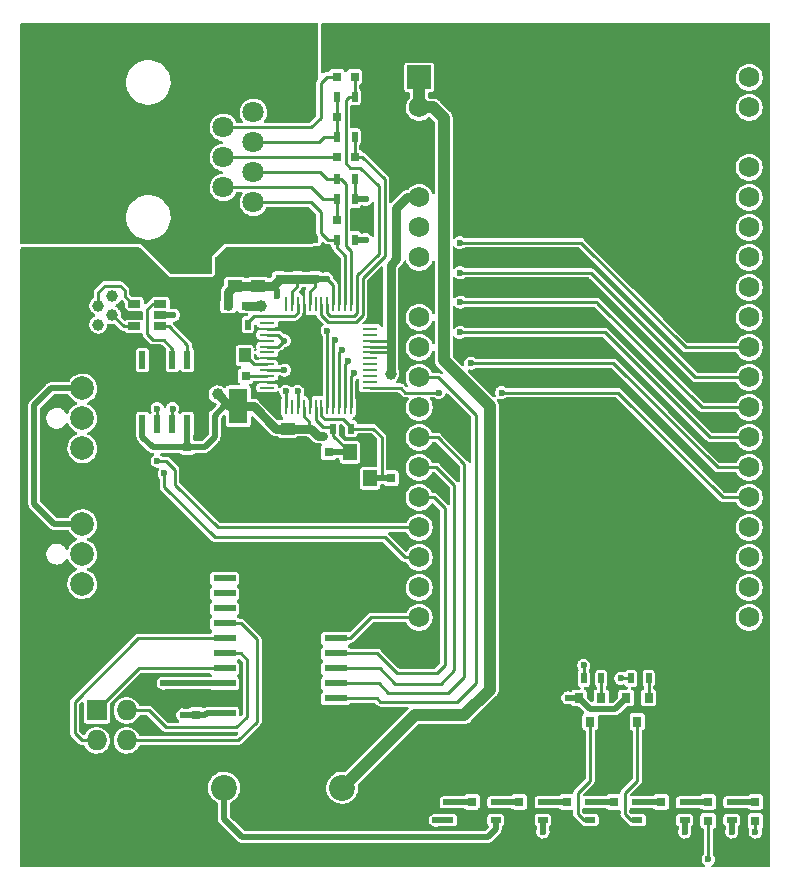
<source format=gbr>
%TF.GenerationSoftware,KiCad,Pcbnew,(5.99.0-10628-ga06f965ffa)*%
%TF.CreationDate,2021-11-10T02:30:53+01:00*%
%TF.ProjectId,16seg_Controller,31367365-675f-4436-9f6e-74726f6c6c65,1.0*%
%TF.SameCoordinates,Original*%
%TF.FileFunction,Copper,L1,Top*%
%TF.FilePolarity,Positive*%
%FSLAX46Y46*%
G04 Gerber Fmt 4.6, Leading zero omitted, Abs format (unit mm)*
G04 Created by KiCad (PCBNEW (5.99.0-10628-ga06f965ffa)) date 2021-11-10 02:30:53*
%MOMM*%
%LPD*%
G01*
G04 APERTURE LIST*
%TA.AperFunction,SMDPad,CuDef*%
%ADD10R,0.500000X0.900000*%
%TD*%
%TA.AperFunction,SMDPad,CuDef*%
%ADD11R,0.800000X0.900000*%
%TD*%
%TA.AperFunction,SMDPad,CuDef*%
%ADD12R,1.060000X0.650000*%
%TD*%
%TA.AperFunction,SMDPad,CuDef*%
%ADD13R,0.800000X0.750000*%
%TD*%
%TA.AperFunction,ComponentPad*%
%ADD14C,2.000000*%
%TD*%
%TA.AperFunction,SMDPad,CuDef*%
%ADD15R,0.600000X1.550000*%
%TD*%
%TA.AperFunction,SMDPad,CuDef*%
%ADD16R,1.200000X1.400000*%
%TD*%
%TA.AperFunction,ComponentPad*%
%ADD17O,2.400000X1.200000*%
%TD*%
%TA.AperFunction,ComponentPad*%
%ADD18C,1.000000*%
%TD*%
%TA.AperFunction,SMDPad,CuDef*%
%ADD19R,0.800000X0.800000*%
%TD*%
%TA.AperFunction,SMDPad,CuDef*%
%ADD20R,1.600000X3.000000*%
%TD*%
%TA.AperFunction,SMDPad,CuDef*%
%ADD21R,0.900000X0.500000*%
%TD*%
%TA.AperFunction,ComponentPad*%
%ADD22C,3.000000*%
%TD*%
%TA.AperFunction,ComponentPad*%
%ADD23C,1.800000*%
%TD*%
%TA.AperFunction,SMDPad,CuDef*%
%ADD24R,0.750000X0.800000*%
%TD*%
%TA.AperFunction,ComponentPad*%
%ADD25O,1.727200X1.727200*%
%TD*%
%TA.AperFunction,ComponentPad*%
%ADD26R,1.727200X1.727200*%
%TD*%
%TA.AperFunction,SMDPad,CuDef*%
%ADD27R,1.000000X1.250000*%
%TD*%
%TA.AperFunction,SMDPad,CuDef*%
%ADD28R,1.300000X0.250000*%
%TD*%
%TA.AperFunction,SMDPad,CuDef*%
%ADD29R,0.250000X1.300000*%
%TD*%
%TA.AperFunction,SMDPad,CuDef*%
%ADD30R,1.950000X0.600000*%
%TD*%
%TA.AperFunction,SMDPad,CuDef*%
%ADD31R,1.250000X1.000000*%
%TD*%
%TA.AperFunction,ComponentPad*%
%ADD32R,2.000000X2.000000*%
%TD*%
%TA.AperFunction,ComponentPad*%
%ADD33C,1.750000*%
%TD*%
%TA.AperFunction,ComponentPad*%
%ADD34C,2.200000*%
%TD*%
%TA.AperFunction,ViaPad*%
%ADD35C,0.600000*%
%TD*%
%TA.AperFunction,ViaPad*%
%ADD36C,1.000000*%
%TD*%
%TA.AperFunction,Conductor*%
%ADD37C,0.250000*%
%TD*%
%TA.AperFunction,Conductor*%
%ADD38C,0.750000*%
%TD*%
%TA.AperFunction,Conductor*%
%ADD39C,1.000000*%
%TD*%
%TA.AperFunction,Conductor*%
%ADD40C,0.500000*%
%TD*%
%TA.AperFunction,Conductor*%
%ADD41C,0.300000*%
%TD*%
G04 APERTURE END LIST*
D10*
%TO.P,R11,2*%
%TO.N,Net-(C14-Pad1)*%
X87050000Y-66500000D03*
%TO.P,R11,1*%
%TO.N,Net-(C11-Pad2)*%
X88550000Y-66500000D03*
%TD*%
D11*
%TO.P,Q2,3,C*%
%TO.N,Net-(Q2-Pad3)*%
X108500000Y-119400000D03*
%TO.P,Q2,2,E*%
%TO.N,+3V3*%
X107550000Y-117400000D03*
%TO.P,Q2,1,B*%
%TO.N,Net-(Q2-Pad1)*%
X109450000Y-117400000D03*
%TD*%
D12*
%TO.P,D1,6,IO1*%
%TO.N,Net-(D1-Pad6)*%
X72100000Y-84050000D03*
%TO.P,D1,5,VBUS*%
%TO.N,Net-(D1-Pad5)*%
X72100000Y-85000000D03*
%TO.P,D1,4,IO2*%
%TO.N,Net-(D1-Pad4)*%
X72100000Y-85950000D03*
%TO.P,D1,3,IO2*%
%TO.N,Net-(D1-Pad3)*%
X69900000Y-85950000D03*
%TO.P,D1,2,GND*%
%TO.N,GND*%
X69900000Y-85000000D03*
%TO.P,D1,1,IO1*%
%TO.N,Net-(D1-Pad1)*%
X69900000Y-84050000D03*
%TD*%
D13*
%TO.P,C11,2*%
%TO.N,Net-(C11-Pad2)*%
X88550000Y-64800000D03*
%TO.P,C11,1*%
%TO.N,Net-(C11-Pad1)*%
X87050000Y-64800000D03*
%TD*%
D14*
%TO.P,J4,4,P4*%
%TO.N,Net-(J3-Pad4)*%
X65500000Y-102690000D03*
%TO.P,J4,3,P3*%
%TO.N,unconnected-(J4-Pad3)*%
X65500000Y-105230000D03*
%TO.P,J4,2,P2*%
%TO.N,+12V*%
X65500000Y-107770000D03*
%TO.P,J4,1,P1*%
%TO.N,GND*%
X65500000Y-110310000D03*
%TD*%
D15*
%TO.P,U1,8,V3*%
%TO.N,+3V3*%
X74405000Y-94200000D03*
%TO.P,U1,7,RXD*%
%TO.N,Net-(A1-Pad17)*%
X73135000Y-94200000D03*
%TO.P,U1,6,TXD*%
%TO.N,Net-(A1-Pad16)*%
X71865000Y-94200000D03*
%TO.P,U1,5,VCC*%
%TO.N,+3V3*%
X70595000Y-94200000D03*
%TO.P,U1,4,RTS#*%
%TO.N,unconnected-(U1-Pad4)*%
X70595000Y-88800000D03*
%TO.P,U1,3,GND*%
%TO.N,GND*%
X71865000Y-88800000D03*
%TO.P,U1,2,UD-*%
%TO.N,Net-(D1-Pad6)*%
X73135000Y-88800000D03*
%TO.P,U1,1,UD+*%
%TO.N,Net-(D1-Pad4)*%
X74405000Y-88800000D03*
%TD*%
D16*
%TO.P,Y1,4,4*%
%TO.N,GND*%
X89850000Y-96600000D03*
%TO.P,Y1,3,3*%
%TO.N,Net-(C17-Pad1)*%
X89850000Y-98800000D03*
%TO.P,Y1,2,2*%
%TO.N,GND*%
X88150000Y-98800000D03*
%TO.P,Y1,1,1*%
%TO.N,Net-(C16-Pad2)*%
X88150000Y-96600000D03*
%TD*%
D17*
%TO.P,J2,6,shield*%
%TO.N,GND*%
X63000000Y-81350000D03*
X63000000Y-88650000D03*
D18*
%TO.P,J2,5,GND*%
X68050000Y-86600000D03*
%TO.P,J2,4,ID*%
%TO.N,unconnected-(J2-Pad4)*%
X66850000Y-85800000D03*
%TO.P,J2,3,D+*%
%TO.N,Net-(D1-Pad3)*%
X68050000Y-85000000D03*
%TO.P,J2,2,D-*%
%TO.N,Net-(D1-Pad1)*%
X66850000Y-84200000D03*
%TO.P,J2,1,VBUS*%
%TO.N,Net-(D1-Pad5)*%
X68050000Y-83400000D03*
%TD*%
D19*
%TO.P,D2,2,A*%
%TO.N,Net-(D2-Pad2)*%
X98500000Y-126200000D03*
%TO.P,D2,1,K*%
%TO.N,GND*%
X98500000Y-127800000D03*
%TD*%
D20*
%TO.P,C10,2*%
%TO.N,GND*%
X78700000Y-97100000D03*
%TO.P,C10,1*%
%TO.N,+3V3*%
X78700000Y-92700000D03*
%TD*%
D19*
%TO.P,D8,2,A*%
%TO.N,Net-(D8-Pad2)*%
X122500000Y-126200000D03*
%TO.P,D8,1,K*%
%TO.N,Net-(D8-Pad1)*%
X122500000Y-127800000D03*
%TD*%
D21*
%TO.P,R7,2*%
%TO.N,Net-(D6-Pad2)*%
X108500000Y-126250000D03*
%TO.P,R7,1*%
%TO.N,Net-(Q2-Pad3)*%
X108500000Y-127750000D03*
%TD*%
D22*
%TO.P,J6,S,SHIELD*%
%TO.N,Net-(C15-Pad1)*%
X74150000Y-78875000D03*
X74150000Y-63125000D03*
D23*
%TO.P,J6,8*%
X77450000Y-66555000D03*
%TO.P,J6,7*%
%TO.N,N/C*%
X79990000Y-67825000D03*
%TO.P,J6,6,RD-*%
%TO.N,Net-(C11-Pad1)*%
X77450000Y-69095000D03*
%TO.P,J6,5,RCT*%
%TO.N,Net-(C14-Pad1)*%
X79990000Y-70365000D03*
%TO.P,J6,4,RD+*%
%TO.N,Net-(C12-Pad1)*%
X77450000Y-71635000D03*
%TO.P,J6,3,TD-*%
%TO.N,Net-(J6-Pad3)*%
X79990000Y-72905000D03*
%TO.P,J6,2,TCT*%
%TO.N,Net-(C13-Pad1)*%
X77450000Y-74175000D03*
%TO.P,J6,1,TD+*%
%TO.N,Net-(J6-Pad1)*%
X79990000Y-75445000D03*
%TD*%
D24*
%TO.P,C17,2*%
%TO.N,GND*%
X91650000Y-97300000D03*
%TO.P,C17,1*%
%TO.N,Net-(C17-Pad1)*%
X91650000Y-98800000D03*
%TD*%
D19*
%TO.P,D5,2,A*%
%TO.N,Net-(D5-Pad2)*%
X106500000Y-126200000D03*
%TO.P,D5,1,K*%
%TO.N,GND*%
X106500000Y-127800000D03*
%TD*%
D10*
%TO.P,R9,2*%
%TO.N,Net-(J6-Pad1)*%
X87050000Y-78600000D03*
%TO.P,R9,1*%
%TO.N,+3V3A*%
X88550000Y-78600000D03*
%TD*%
D21*
%TO.P,R6,2*%
%TO.N,Net-(D5-Pad2)*%
X104500000Y-126250000D03*
%TO.P,R6,1*%
%TO.N,+3V3*%
X104500000Y-127750000D03*
%TD*%
D10*
%TO.P,R1,2*%
%TO.N,Net-(A1-Pad17)*%
X111950000Y-115750000D03*
%TO.P,R1,1*%
%TO.N,Net-(Q1-Pad1)*%
X113450000Y-115750000D03*
%TD*%
D21*
%TO.P,R4,2*%
%TO.N,Net-(D4-Pad2)*%
X100500000Y-126250000D03*
%TO.P,R4,1*%
%TO.N,+5V*%
X100500000Y-127750000D03*
%TD*%
D10*
%TO.P,R16,2*%
%TO.N,Net-(C16-Pad2)*%
X86750000Y-94600000D03*
%TO.P,R16,1*%
%TO.N,Net-(C17-Pad1)*%
X88250000Y-94600000D03*
%TD*%
D25*
%TO.P,J5,6,P6*%
%TO.N,GND*%
X69270000Y-123540000D03*
%TO.P,J5,5,P5*%
X66730000Y-123540000D03*
%TO.P,J5,4,P4*%
%TO.N,/DISP_ENABLE*%
X69270000Y-121000000D03*
%TO.P,J5,3,P3*%
%TO.N,/DISP_LATCH*%
X66730000Y-121000000D03*
%TO.P,J5,2,P2*%
%TO.N,/DISP_CLOCK*%
X69270000Y-118460000D03*
D26*
%TO.P,J5,1,P1*%
%TO.N,/DISP_DATA*%
X66730000Y-118460000D03*
%TD*%
D13*
%TO.P,C12,2*%
%TO.N,Net-(C12-Pad2)*%
X88550000Y-71600000D03*
%TO.P,C12,1*%
%TO.N,Net-(C12-Pad1)*%
X87050000Y-71600000D03*
%TD*%
D10*
%TO.P,R12,2*%
%TO.N,Net-(C14-Pad1)*%
X87050000Y-69900000D03*
%TO.P,R12,1*%
%TO.N,Net-(C12-Pad2)*%
X88550000Y-69900000D03*
%TD*%
D27*
%TO.P,C19,2*%
%TO.N,GND*%
X77250000Y-88400000D03*
%TO.P,C19,1*%
%TO.N,Net-(C19-Pad1)*%
X79250000Y-88400000D03*
%TD*%
D10*
%TO.P,R17,2*%
%TO.N,GND*%
X78000000Y-85800000D03*
%TO.P,R17,1*%
%TO.N,Net-(R17-Pad1)*%
X79500000Y-85800000D03*
%TD*%
D28*
%TO.P,U3,48,AGND*%
%TO.N,GND*%
X89850000Y-85650000D03*
%TO.P,U3,47,NC*%
%TO.N,unconnected-(U3-Pad47)*%
X89850000Y-86150000D03*
%TO.P,U3,46,NC*%
%TO.N,unconnected-(U3-Pad46)*%
X89850000Y-86650000D03*
%TO.P,U3,45,PMODE0*%
%TO.N,+3V3*%
X89850000Y-87150000D03*
%TO.P,U3,44,PMODE1*%
X89850000Y-87650000D03*
%TO.P,U3,43,PMODE2*%
X89850000Y-88150000D03*
%TO.P,U3,42,RSVD*%
%TO.N,unconnected-(U3-Pad42)*%
X89850000Y-88650000D03*
%TO.P,U3,41,RSVD*%
%TO.N,unconnected-(U3-Pad41)*%
X89850000Y-89150000D03*
%TO.P,U3,40,RSVD*%
%TO.N,unconnected-(U3-Pad40)*%
X89850000Y-89650000D03*
%TO.P,U3,39,RSVD*%
%TO.N,unconnected-(U3-Pad39)*%
X89850000Y-90150000D03*
%TO.P,U3,38,RSVD*%
%TO.N,unconnected-(U3-Pad38)*%
X89850000Y-90650000D03*
%TO.P,U3,37,~RST*%
%TO.N,/W5500 Ethernet/~RST*%
X89850000Y-91150000D03*
D29*
%TO.P,U3,36,~INT*%
%TO.N,/W5500 Ethernet/~INT*%
X88250000Y-92750000D03*
%TO.P,U3,35,MOSI*%
%TO.N,/W5500 Ethernet/MOSI*%
X87750000Y-92750000D03*
%TO.P,U3,34,MISO*%
%TO.N,/W5500 Ethernet/MISO*%
X87250000Y-92750000D03*
%TO.P,U3,33,SCLK*%
%TO.N,/W5500 Ethernet/SCLK*%
X86750000Y-92750000D03*
%TO.P,U3,32,~SCS*%
%TO.N,/W5500 Ethernet/~CS*%
X86250000Y-92750000D03*
%TO.P,U3,31,XO*%
%TO.N,Net-(C17-Pad1)*%
X85750000Y-92750000D03*
%TO.P,U3,30,XI/CLKIN*%
%TO.N,Net-(C16-Pad2)*%
X85250000Y-92750000D03*
%TO.P,U3,29,GND*%
%TO.N,GND*%
X84750000Y-92750000D03*
%TO.P,U3,28,VDD*%
%TO.N,+3V3*%
X84250000Y-92750000D03*
%TO.P,U3,27,ACTLED*%
%TO.N,Net-(D8-Pad1)*%
X83750000Y-92750000D03*
%TO.P,U3,26,DUPLED*%
%TO.N,unconnected-(U3-Pad26)*%
X83250000Y-92750000D03*
%TO.P,U3,25,LINKLED*%
%TO.N,Net-(D7-Pad1)*%
X82750000Y-92750000D03*
D28*
%TO.P,U3,24,SPDLED*%
%TO.N,unconnected-(U3-Pad24)*%
X81150000Y-91150000D03*
%TO.P,U3,23,RSVD*%
%TO.N,GND*%
X81150000Y-90650000D03*
%TO.P,U3,22,1V2O*%
%TO.N,Net-(C18-Pad1)*%
X81150000Y-90150000D03*
%TO.P,U3,21,AVDD*%
%TO.N,+3V3A*%
X81150000Y-89650000D03*
%TO.P,U3,20,TOCAP*%
%TO.N,Net-(C19-Pad1)*%
X81150000Y-89150000D03*
%TO.P,U3,19,AGND*%
%TO.N,GND*%
X81150000Y-88650000D03*
%TO.P,U3,18,VBG*%
%TO.N,unconnected-(U3-Pad18)*%
X81150000Y-88150000D03*
%TO.P,U3,17,AVDD*%
%TO.N,+3V3A*%
X81150000Y-87650000D03*
%TO.P,U3,16,AGND*%
%TO.N,GND*%
X81150000Y-87150000D03*
%TO.P,U3,15,AVDD*%
%TO.N,+3V3A*%
X81150000Y-86650000D03*
%TO.P,U3,14,AGND*%
%TO.N,GND*%
X81150000Y-86150000D03*
%TO.P,U3,13,NC*%
%TO.N,unconnected-(U3-Pad13)*%
X81150000Y-85650000D03*
D29*
%TO.P,U3,12,NC*%
%TO.N,unconnected-(U3-Pad12)*%
X82750000Y-84050000D03*
%TO.P,U3,11,AVDD*%
%TO.N,+3V3A*%
X83250000Y-84050000D03*
%TO.P,U3,10,EXRES1*%
%TO.N,Net-(R17-Pad1)*%
X83750000Y-84050000D03*
%TO.P,U3,9,AGND*%
%TO.N,GND*%
X84250000Y-84050000D03*
%TO.P,U3,8,AVDD*%
%TO.N,+3V3A*%
X84750000Y-84050000D03*
%TO.P,U3,7,DNC*%
%TO.N,unconnected-(U3-Pad7)*%
X85250000Y-84050000D03*
%TO.P,U3,6,RXP*%
%TO.N,Net-(C12-Pad2)*%
X85750000Y-84050000D03*
%TO.P,U3,5,RXN*%
%TO.N,Net-(C11-Pad2)*%
X86250000Y-84050000D03*
%TO.P,U3,4,AVDD*%
%TO.N,+3V3A*%
X86750000Y-84050000D03*
%TO.P,U3,3,AGND*%
%TO.N,GND*%
X87250000Y-84050000D03*
%TO.P,U3,2,TXP*%
%TO.N,Net-(J6-Pad1)*%
X87750000Y-84050000D03*
%TO.P,U3,1,TXN*%
%TO.N,Net-(J6-Pad3)*%
X88250000Y-84050000D03*
%TD*%
D10*
%TO.P,R10,2*%
%TO.N,Net-(C13-Pad1)*%
X87050000Y-75200000D03*
%TO.P,R10,1*%
%TO.N,+3V3A*%
X88550000Y-75200000D03*
%TD*%
D30*
%TO.P,U2,20,VCC*%
%TO.N,+5V*%
X77550000Y-118715000D03*
%TO.P,U2,19,G2*%
%TO.N,GND*%
X77550000Y-117445000D03*
%TO.P,U2,18,Y0*%
%TO.N,Net-(J3-Pad4)*%
X77550000Y-116175000D03*
%TO.P,U2,17,Y1*%
%TO.N,/DISP_DATA*%
X77550000Y-114905000D03*
%TO.P,U2,16,Y2*%
%TO.N,/DISP_CLOCK*%
X77550000Y-113635000D03*
%TO.P,U2,15,Y3*%
%TO.N,/DISP_LATCH*%
X77550000Y-112365000D03*
%TO.P,U2,14,Y4*%
%TO.N,/DISP_ENABLE*%
X77550000Y-111095000D03*
%TO.P,U2,13,Y5*%
%TO.N,unconnected-(U2-Pad13)*%
X77550000Y-109825000D03*
%TO.P,U2,12,Y6*%
%TO.N,unconnected-(U2-Pad12)*%
X77550000Y-108555000D03*
%TO.P,U2,11,Y7*%
%TO.N,unconnected-(U2-Pad11)*%
X77550000Y-107285000D03*
%TO.P,U2,10,GND*%
%TO.N,GND*%
X86950000Y-107285000D03*
%TO.P,U2,9,A7*%
X86950000Y-108555000D03*
%TO.P,U2,8,A6*%
X86950000Y-109825000D03*
%TO.P,U2,7,A5*%
X86950000Y-111095000D03*
%TO.P,U2,6,A4*%
%TO.N,Net-(A1-Pad19)*%
X86950000Y-112365000D03*
%TO.P,U2,5,A3*%
%TO.N,Net-(A1-Pad15)*%
X86950000Y-113635000D03*
%TO.P,U2,4,A2*%
%TO.N,Net-(A1-Pad14)*%
X86950000Y-114905000D03*
%TO.P,U2,3,A1*%
%TO.N,Net-(A1-Pad13)*%
X86950000Y-116175000D03*
%TO.P,U2,2,A0*%
%TO.N,Net-(A1-Pad11)*%
X86950000Y-117445000D03*
%TO.P,U2,1,G1*%
%TO.N,GND*%
X86950000Y-118715000D03*
%TD*%
D24*
%TO.P,C1,2*%
%TO.N,GND*%
X74400000Y-97650000D03*
%TO.P,C1,1*%
%TO.N,+3V3*%
X74400000Y-96150000D03*
%TD*%
D31*
%TO.P,C8,2*%
%TO.N,GND*%
X82900000Y-96600000D03*
%TO.P,C8,1*%
%TO.N,+3V3*%
X82900000Y-94600000D03*
%TD*%
D24*
%TO.P,C2,2*%
%TO.N,+5V*%
X75150000Y-118850000D03*
%TO.P,C2,1*%
%TO.N,GND*%
X75150000Y-117350000D03*
%TD*%
D32*
%TO.P,A1,1,VIN*%
%TO.N,+UB*%
X94030000Y-64870000D03*
D33*
%TO.P,A1,2,VIN*%
X94030000Y-67410000D03*
%TO.P,A1,3,GND*%
%TO.N,GND*%
X94030000Y-69950000D03*
%TO.P,A1,4,GND*%
X94030000Y-72490000D03*
%TO.P,A1,5,+3V3*%
%TO.N,+3V3*%
X94030000Y-75030000D03*
%TO.P,A1,6,RS485_B*%
%TO.N,unconnected-(A1-Pad6)*%
X94030000Y-77570000D03*
%TO.P,A1,7,RS485_A*%
%TO.N,unconnected-(A1-Pad7)*%
X94030000Y-80110000D03*
%TO.P,A1,8,GND*%
%TO.N,GND*%
X94030000Y-82650000D03*
%TO.P,A1,9,GPIO0/ADC2_CH1/TOUCH1/RTC_GPIO11/CLK_OUT1/EMAC_TX_CLK*%
%TO.N,unconnected-(A1-Pad9)*%
X94030000Y-85190000D03*
%TO.P,A1,10,GPIO2/ADC2_CH2/TOUCH2/RTC_GPIO12/HSPIWP/HS2_DATA0/SD_DATA0*%
%TO.N,unconnected-(A1-Pad10)*%
X94030000Y-87730000D03*
%TO.P,A1,11,GPIO4/ADC2_CH0/TOUCH0/RTC_GPIO10/HSPIHD/HS2_DATA1/SD_DATA1/EMAC_TX_ER*%
%TO.N,Net-(A1-Pad11)*%
X94030000Y-90270000D03*
%TO.P,A1,12,GPIO5/VSPICS0/HS1_DATA6/EMAC_RX_CLK*%
%TO.N,unconnected-(A1-Pad12)*%
X94030000Y-92810000D03*
%TO.P,A1,13,GPIO18/VSPICLK/HS1_DATA7*%
%TO.N,Net-(A1-Pad13)*%
X94030000Y-95350000D03*
%TO.P,A1,14,GPIO19/VSPIQ/U0CTS/EMAC_TXD0*%
%TO.N,Net-(A1-Pad14)*%
X94030000Y-97890000D03*
%TO.P,A1,15,GPIO21/VSPIHD/EMAC_TX_EN*%
%TO.N,Net-(A1-Pad15)*%
X94030000Y-100430000D03*
%TO.P,A1,16,GPIO3/UART_RX/CLK_OUT2*%
%TO.N,Net-(A1-Pad16)*%
X94030000Y-102970000D03*
%TO.P,A1,17,GPIO1/UART_TX/CLK_OUT3/EMAC_RXD2*%
%TO.N,Net-(A1-Pad17)*%
X94030000Y-105510000D03*
%TO.P,A1,18,GPIO22/RS485_~RE~DE/VSPIWP/U0RTS/EMAC_TXD1*%
%TO.N,unconnected-(A1-Pad18)*%
X94030000Y-108050000D03*
%TO.P,A1,19,GPIO23/VSPID/HS1_STROBE*%
%TO.N,Net-(A1-Pad19)*%
X94030000Y-110590000D03*
%TO.P,A1,20,GND*%
%TO.N,GND*%
X94030000Y-113130000D03*
%TO.P,A1,21,GND*%
X121970000Y-113130000D03*
%TO.P,A1,22,GPIO36/SENSOR_VP/ADC1_CH0/RTC_GPIO0*%
%TO.N,unconnected-(A1-Pad22)*%
X121970000Y-110590000D03*
%TO.P,A1,23,GPIO39/SENSOR_VN/ADC1_CH3/RTC_GPIO3*%
%TO.N,unconnected-(A1-Pad23)*%
X121970000Y-108050000D03*
%TO.P,A1,24,GPIO34/ADC1_CH6/RTC_GPIO4*%
%TO.N,unconnected-(A1-Pad24)*%
X121970000Y-105510000D03*
%TO.P,A1,25,GPIO35/ADC1_CH7/RTC_GPIO5*%
%TO.N,unconnected-(A1-Pad25)*%
X121970000Y-102970000D03*
%TO.P,A1,26,GPIO32/XTAL_32K_P/ADC1_CH4/TOUCH9/RTC_GPIO9*%
%TO.N,/W5500 Ethernet/~RST*%
X121970000Y-100430000D03*
%TO.P,A1,27,GPIO33/XTAL_32K_N/ADC1_CH5/TOUCH8/RTC_GPIO8*%
%TO.N,/W5500 Ethernet/~INT*%
X121970000Y-97890000D03*
%TO.P,A1,28,GPIO25/DAC_1/ADC2_CH8/RTC_GPIO6/EMAC_RXD0*%
%TO.N,/W5500 Ethernet/MOSI*%
X121970000Y-95350000D03*
%TO.P,A1,29,GPIO26/DAC_2/ADC2_CH9/RTC_GPIO7/EMAC_RXD1*%
%TO.N,/W5500 Ethernet/MISO*%
X121970000Y-92810000D03*
%TO.P,A1,30,GPIO27/ADC2_CH7/TOUCH7/RTC_GPIO17/EMAC_RX_DV*%
%TO.N,/W5500 Ethernet/SCLK*%
X121970000Y-90270000D03*
%TO.P,A1,31,GPIO14/ADC2_CH6/TOUCH6/RTC_GPIO16/MTMS/HSPICLK/HS2_CLK/SD_CLK/EMAC_TXD2*%
%TO.N,/W5500 Ethernet/~CS*%
X121970000Y-87730000D03*
%TO.P,A1,32,GPIO12/ADC2_CH5/TOUCH5/RTC_GPIO15/MTDI/HSPIQ/HS2_DATA2/SD_DATA2/EMAC_TXD3*%
%TO.N,unconnected-(A1-Pad32)*%
X121970000Y-85190000D03*
%TO.P,A1,33,GPIO13/ADC2_CH4/TOUCH4/RTC_GPIO14/MTCK/HSPID/HS2_DATA3/SD_DATA3/EMAC_RX_ER*%
%TO.N,unconnected-(A1-Pad33)*%
X121970000Y-82650000D03*
%TO.P,A1,34,IBIS_WBME*%
%TO.N,unconnected-(A1-Pad34)*%
X121970000Y-80110000D03*
%TO.P,A1,35,IBIS_WBED*%
%TO.N,unconnected-(A1-Pad35)*%
X121970000Y-77570000D03*
%TO.P,A1,36,IBIS_WBMS*%
%TO.N,unconnected-(A1-Pad36)*%
X121970000Y-75030000D03*
%TO.P,A1,37,IBIS_WBSD*%
%TO.N,unconnected-(A1-Pad37)*%
X121970000Y-72490000D03*
%TO.P,A1,38,GND*%
%TO.N,GND*%
X121970000Y-69950000D03*
%TO.P,A1,39,VOUT*%
%TO.N,+12V*%
X121970000Y-67410000D03*
%TO.P,A1,40,VOUT*%
X121970000Y-64870000D03*
%TD*%
D31*
%TO.P,C3,2*%
%TO.N,GND*%
X78400000Y-80500000D03*
%TO.P,C3,1*%
%TO.N,+3V3A*%
X78400000Y-82500000D03*
%TD*%
D24*
%TO.P,C7,2*%
%TO.N,GND*%
X85200000Y-80450000D03*
%TO.P,C7,1*%
%TO.N,+3V3A*%
X85200000Y-81950000D03*
%TD*%
D14*
%TO.P,J3,4,P4*%
%TO.N,Net-(J3-Pad4)*%
X65500000Y-91190000D03*
%TO.P,J3,3,P3*%
%TO.N,unconnected-(J3-Pad3)*%
X65500000Y-93730000D03*
%TO.P,J3,2,P2*%
%TO.N,+12V*%
X65500000Y-96270000D03*
%TO.P,J3,1,P1*%
%TO.N,GND*%
X65500000Y-98810000D03*
%TD*%
D19*
%TO.P,D7,2,A*%
%TO.N,Net-(D7-Pad2)*%
X118500000Y-126200000D03*
%TO.P,D7,1,K*%
%TO.N,Net-(D7-Pad1)*%
X118500000Y-127800000D03*
%TD*%
D34*
%TO.P,J1,4*%
%TO.N,GND*%
X92500000Y-125000000D03*
%TO.P,J1,3*%
%TO.N,+UB*%
X87500000Y-125000000D03*
%TO.P,J1,2*%
%TO.N,GND*%
X82500000Y-125000000D03*
%TO.P,J1,1*%
%TO.N,+5V*%
X77500000Y-125000000D03*
%TD*%
D24*
%TO.P,C16,2*%
%TO.N,Net-(C16-Pad2)*%
X86350000Y-96600000D03*
%TO.P,C16,1*%
%TO.N,GND*%
X86350000Y-98100000D03*
%TD*%
%TO.P,C9,2*%
%TO.N,GND*%
X84700000Y-96100000D03*
%TO.P,C9,1*%
%TO.N,+3V3*%
X84700000Y-94600000D03*
%TD*%
%TO.P,C15,2*%
%TO.N,GND*%
X75800000Y-82550000D03*
%TO.P,C15,1*%
%TO.N,Net-(C15-Pad1)*%
X75800000Y-81050000D03*
%TD*%
D13*
%TO.P,C13,2*%
%TO.N,GND*%
X88550000Y-76900000D03*
%TO.P,C13,1*%
%TO.N,Net-(C13-Pad1)*%
X87050000Y-76900000D03*
%TD*%
D31*
%TO.P,C4,2*%
%TO.N,GND*%
X80400000Y-80500000D03*
%TO.P,C4,1*%
%TO.N,+3V3A*%
X80400000Y-82500000D03*
%TD*%
D19*
%TO.P,D6,2,A*%
%TO.N,Net-(D6-Pad2)*%
X110500000Y-126200000D03*
%TO.P,D6,1,K*%
%TO.N,GND*%
X110500000Y-127800000D03*
%TD*%
D21*
%TO.P,R13,2*%
%TO.N,GND*%
X74100000Y-82700000D03*
%TO.P,R13,1*%
%TO.N,Net-(C15-Pad1)*%
X74100000Y-81200000D03*
%TD*%
%TO.P,R3,2*%
%TO.N,Net-(D3-Pad2)*%
X112500000Y-126250000D03*
%TO.P,R3,1*%
%TO.N,Net-(Q1-Pad3)*%
X112500000Y-127750000D03*
%TD*%
D24*
%TO.P,C6,2*%
%TO.N,GND*%
X83700000Y-80450000D03*
%TO.P,C6,1*%
%TO.N,+3V3A*%
X83700000Y-81950000D03*
%TD*%
D19*
%TO.P,D3,2,A*%
%TO.N,Net-(D3-Pad2)*%
X114500000Y-126200000D03*
%TO.P,D3,1,K*%
%TO.N,GND*%
X114500000Y-127800000D03*
%TD*%
D21*
%TO.P,R15,2*%
%TO.N,Net-(D8-Pad2)*%
X120500000Y-126250000D03*
%TO.P,R15,1*%
%TO.N,+3V3*%
X120500000Y-127750000D03*
%TD*%
%TO.P,R14,2*%
%TO.N,Net-(D7-Pad2)*%
X116500000Y-126250000D03*
%TO.P,R14,1*%
%TO.N,+3V3*%
X116500000Y-127750000D03*
%TD*%
D24*
%TO.P,C5,2*%
%TO.N,GND*%
X82200000Y-80450000D03*
%TO.P,C5,1*%
%TO.N,+3V3A*%
X82200000Y-81950000D03*
%TD*%
D10*
%TO.P,R5,2*%
%TO.N,Net-(A1-Pad16)*%
X107950000Y-115750000D03*
%TO.P,R5,1*%
%TO.N,Net-(Q2-Pad1)*%
X109450000Y-115750000D03*
%TD*%
D21*
%TO.P,R2,2*%
%TO.N,Net-(D2-Pad2)*%
X96500000Y-126250000D03*
%TO.P,R2,1*%
%TO.N,+12V*%
X96500000Y-127750000D03*
%TD*%
D19*
%TO.P,D4,2,A*%
%TO.N,Net-(D4-Pad2)*%
X102500000Y-126200000D03*
%TO.P,D4,1,K*%
%TO.N,GND*%
X102500000Y-127800000D03*
%TD*%
D11*
%TO.P,Q1,3,C*%
%TO.N,Net-(Q1-Pad3)*%
X112500000Y-119400000D03*
%TO.P,Q1,2,E*%
%TO.N,+3V3*%
X111550000Y-117400000D03*
%TO.P,Q1,1,B*%
%TO.N,Net-(Q1-Pad1)*%
X113450000Y-117400000D03*
%TD*%
D10*
%TO.P,R8,2*%
%TO.N,Net-(J6-Pad3)*%
X87050000Y-73500000D03*
%TO.P,R8,1*%
%TO.N,+3V3A*%
X88550000Y-73500000D03*
%TD*%
D13*
%TO.P,C14,2*%
%TO.N,GND*%
X88550000Y-68200000D03*
%TO.P,C14,1*%
%TO.N,Net-(C14-Pad1)*%
X87050000Y-68200000D03*
%TD*%
%TO.P,L1,2,2*%
%TO.N,+3V3*%
X79350000Y-84200000D03*
%TO.P,L1,1,1*%
%TO.N,+3V3A*%
X77850000Y-84200000D03*
%TD*%
%TO.P,C18,2*%
%TO.N,GND*%
X77850000Y-90150000D03*
%TO.P,C18,1*%
%TO.N,Net-(C18-Pad1)*%
X79350000Y-90150000D03*
%TD*%
D35*
%TO.N,GND*%
X84750000Y-90650000D03*
X102500000Y-128750000D03*
X83350000Y-88650000D03*
X74100000Y-83550000D03*
X83350000Y-86150000D03*
X91650000Y-96250000D03*
X110500000Y-128750000D03*
X68800000Y-84300000D03*
X99300000Y-127000000D03*
X90050000Y-84900000D03*
X85200000Y-79450000D03*
X77100000Y-80500000D03*
X114500000Y-128750000D03*
X87050000Y-81450000D03*
D36*
X73450000Y-117450000D03*
D35*
X71850000Y-90100000D03*
X84250000Y-85300000D03*
X106500000Y-128750000D03*
D36*
X78700000Y-99350000D03*
D35*
X89500000Y-76900000D03*
X89500000Y-68200000D03*
D36*
X82900000Y-97900000D03*
D35*
X86350000Y-99150000D03*
D36*
X74400000Y-98850000D03*
X76900000Y-86800000D03*
D35*
X75800000Y-83550000D03*
X83350000Y-90650000D03*
%TO.N,+3V3*%
X85850000Y-95200000D03*
X120500000Y-128750000D03*
D36*
X80650000Y-84200000D03*
D35*
X104500000Y-128750000D03*
X106600000Y-117400000D03*
X116500000Y-128750000D03*
D36*
X76950000Y-91700000D03*
X91600000Y-89950000D03*
D35*
%TO.N,Net-(A1-Pad16)*%
X107950000Y-114650000D03*
X71850000Y-92900000D03*
X71850000Y-97350000D03*
%TO.N,Net-(A1-Pad17)*%
X111100000Y-115750000D03*
X72450000Y-98400000D03*
X73150000Y-92900000D03*
%TO.N,/W5500 Ethernet/~RST*%
X101000000Y-91550000D03*
X95700000Y-91550000D03*
%TO.N,/W5500 Ethernet/~INT*%
X98400000Y-89050000D03*
X88500000Y-89900000D03*
%TO.N,/W5500 Ethernet/MOSI*%
X88000000Y-88900000D03*
X97500000Y-86450000D03*
%TO.N,/W5500 Ethernet/MISO*%
X87450000Y-87950000D03*
X97500000Y-83900000D03*
%TO.N,/W5500 Ethernet/SCLK*%
X97500000Y-81400000D03*
X86900000Y-87100000D03*
%TO.N,/W5500 Ethernet/~CS*%
X97500000Y-78850000D03*
X86250000Y-86300000D03*
%TO.N,+12V*%
X95400000Y-127750000D03*
%TO.N,+5V*%
X74000000Y-118850000D03*
%TO.N,+3V3A*%
X86200000Y-81900000D03*
X82600000Y-87150000D03*
X82000000Y-83400000D03*
X89500000Y-75200000D03*
X89500000Y-78600000D03*
X82600000Y-89650000D03*
%TO.N,Net-(D1-Pad5)*%
X73200000Y-85000000D03*
%TO.N,Net-(D7-Pad1)*%
X118500000Y-131050000D03*
X82750000Y-91450000D03*
%TO.N,Net-(D8-Pad1)*%
X83750000Y-91450000D03*
X122500000Y-128750000D03*
%TO.N,Net-(J3-Pad4)*%
X72350000Y-116150000D03*
%TD*%
D37*
%TO.N,GND*%
X87050000Y-81450000D02*
X87250000Y-81650000D01*
X87250000Y-81650000D02*
X87250000Y-84050000D01*
D38*
%TO.N,+3V3*%
X85850000Y-95200000D02*
X85450000Y-95200000D01*
X84850000Y-94600000D02*
X84700000Y-94600000D01*
X85450000Y-95200000D02*
X84850000Y-94600000D01*
D39*
%TO.N,+UB*%
X96100000Y-68300000D02*
X96100000Y-88800000D01*
X97850000Y-118850000D02*
X93650000Y-118850000D01*
X100000000Y-116700000D02*
X97850000Y-118850000D01*
X94030000Y-67410000D02*
X95210000Y-67410000D01*
X93650000Y-118850000D02*
X87500000Y-125000000D01*
X96100000Y-88800000D02*
X100000000Y-92700000D01*
X94030000Y-64870000D02*
X94030000Y-67410000D01*
X95210000Y-67410000D02*
X96100000Y-68300000D01*
X100000000Y-92700000D02*
X100000000Y-116700000D01*
D40*
%TO.N,GND*%
X89500000Y-68200000D02*
X88550000Y-68200000D01*
D37*
X84750000Y-92750000D02*
X84750000Y-91600000D01*
X84250000Y-84050000D02*
X84250000Y-85300000D01*
X81150000Y-86150000D02*
X82300000Y-86150000D01*
X81150000Y-88650000D02*
X82300000Y-88650000D01*
D40*
X89500000Y-76900000D02*
X88550000Y-76900000D01*
D41*
X69900000Y-85000000D02*
X69500000Y-85000000D01*
X69500000Y-85000000D02*
X68800000Y-84300000D01*
D37*
X81150000Y-90650000D02*
X82300000Y-90650000D01*
D38*
%TO.N,+3V3*%
X77950000Y-92700000D02*
X78700000Y-92700000D01*
X91600000Y-88200000D02*
X91600000Y-89950000D01*
D40*
X76700000Y-95300000D02*
X76700000Y-93500000D01*
X82950000Y-94550000D02*
X82900000Y-94600000D01*
D38*
X91600000Y-80750000D02*
X92100000Y-80250000D01*
X80000000Y-92700000D02*
X81900000Y-94600000D01*
D37*
X91500000Y-87150000D02*
X91600000Y-87050000D01*
D40*
X120500000Y-127750000D02*
X120500000Y-128750000D01*
D37*
X84700000Y-94000000D02*
X84700000Y-94600000D01*
X89850000Y-87650000D02*
X91600000Y-87650000D01*
X84250000Y-92750000D02*
X84250000Y-93550000D01*
D38*
X84700000Y-94600000D02*
X82900000Y-94600000D01*
D40*
X76700000Y-93500000D02*
X77500000Y-92700000D01*
X74405000Y-94200000D02*
X74405000Y-96145000D01*
D38*
X92100000Y-75950000D02*
X93020000Y-75030000D01*
X91600000Y-87650000D02*
X91600000Y-88200000D01*
X91600000Y-87650000D02*
X91600000Y-87050000D01*
D40*
X116500000Y-127750000D02*
X116500000Y-128750000D01*
D38*
X76950000Y-91700000D02*
X77950000Y-92700000D01*
D40*
X75850000Y-96150000D02*
X76700000Y-95300000D01*
D38*
X81900000Y-94600000D02*
X82900000Y-94600000D01*
D37*
X84250000Y-93550000D02*
X84700000Y-94000000D01*
D40*
X107550000Y-117400000D02*
X106600000Y-117400000D01*
D38*
X79350000Y-84200000D02*
X80650000Y-84200000D01*
X78700000Y-92700000D02*
X80000000Y-92700000D01*
D40*
X74405000Y-96145000D02*
X74400000Y-96150000D01*
X70595000Y-94200000D02*
X70595000Y-95295000D01*
X104500000Y-127750000D02*
X104500000Y-128750000D01*
X74400000Y-96150000D02*
X75850000Y-96150000D01*
X110600000Y-118350000D02*
X108500000Y-118350000D01*
D38*
X91600000Y-87050000D02*
X91600000Y-80750000D01*
D40*
X108500000Y-118350000D02*
X107550000Y-117400000D01*
X71450000Y-96150000D02*
X74400000Y-96150000D01*
D37*
X89850000Y-87150000D02*
X91500000Y-87150000D01*
X89850000Y-88150000D02*
X91550000Y-88150000D01*
X91550000Y-88150000D02*
X91600000Y-88200000D01*
D40*
X111550000Y-117400000D02*
X110600000Y-118350000D01*
D38*
X92100000Y-80250000D02*
X92100000Y-75950000D01*
X93020000Y-75030000D02*
X94030000Y-75030000D01*
D40*
X77500000Y-92700000D02*
X78700000Y-92700000D01*
X70595000Y-95295000D02*
X71450000Y-96150000D01*
D37*
%TO.N,Net-(A1-Pad11)*%
X98800000Y-116150000D02*
X98800000Y-93450000D01*
X90445000Y-117445000D02*
X90750000Y-117750000D01*
X98800000Y-93450000D02*
X95620000Y-90270000D01*
X86950000Y-117445000D02*
X90445000Y-117445000D01*
X90750000Y-117750000D02*
X97200000Y-117750000D01*
X95620000Y-90270000D02*
X94030000Y-90270000D01*
X97200000Y-117750000D02*
X98800000Y-116150000D01*
%TO.N,Net-(A1-Pad13)*%
X97850000Y-97600000D02*
X95600000Y-95350000D01*
X97850000Y-115600000D02*
X97850000Y-97600000D01*
X96500000Y-116950000D02*
X97850000Y-115600000D01*
X86950000Y-116175000D02*
X90625000Y-116175000D01*
X90625000Y-116175000D02*
X91400000Y-116950000D01*
X91400000Y-116950000D02*
X96500000Y-116950000D01*
X95600000Y-95350000D02*
X94030000Y-95350000D01*
%TO.N,Net-(A1-Pad14)*%
X95490000Y-97890000D02*
X94030000Y-97890000D01*
X97000000Y-99400000D02*
X95490000Y-97890000D01*
X95850000Y-116200000D02*
X97000000Y-115050000D01*
X90705000Y-114905000D02*
X92000000Y-116200000D01*
X97000000Y-115050000D02*
X97000000Y-99400000D01*
X86950000Y-114905000D02*
X90705000Y-114905000D01*
X92000000Y-116200000D02*
X95850000Y-116200000D01*
%TO.N,Net-(A1-Pad15)*%
X92150000Y-115300000D02*
X95500000Y-115300000D01*
X96200000Y-101350000D02*
X95280000Y-100430000D01*
X86950000Y-113635000D02*
X90485000Y-113635000D01*
X95500000Y-115300000D02*
X96200000Y-114600000D01*
X95280000Y-100430000D02*
X94030000Y-100430000D01*
X90485000Y-113635000D02*
X92150000Y-115300000D01*
X96200000Y-114600000D02*
X96200000Y-101350000D01*
%TO.N,Net-(A1-Pad16)*%
X76970000Y-102970000D02*
X94030000Y-102970000D01*
X72600000Y-97350000D02*
X73350000Y-98100000D01*
X73350000Y-99350000D02*
X76970000Y-102970000D01*
X107950000Y-114650000D02*
X107950000Y-115750000D01*
X71850000Y-97350000D02*
X72600000Y-97350000D01*
X71865000Y-94200000D02*
X71865000Y-92915000D01*
X71865000Y-92915000D02*
X71850000Y-92900000D01*
X73350000Y-98100000D02*
X73350000Y-99350000D01*
%TO.N,Net-(A1-Pad17)*%
X76700000Y-103800000D02*
X91100000Y-103800000D01*
X72450000Y-99550000D02*
X76700000Y-103800000D01*
X92810000Y-105510000D02*
X94030000Y-105510000D01*
X73135000Y-94200000D02*
X73135000Y-92915000D01*
X91100000Y-103800000D02*
X92810000Y-105510000D01*
X73135000Y-92915000D02*
X73150000Y-92900000D01*
X72450000Y-98400000D02*
X72450000Y-99550000D01*
X111100000Y-115750000D02*
X111950000Y-115750000D01*
%TO.N,Net-(A1-Pad19)*%
X94030000Y-110590000D02*
X89960000Y-110590000D01*
X89960000Y-110590000D02*
X88185000Y-112365000D01*
X86950000Y-112365000D02*
X88185000Y-112365000D01*
%TO.N,/W5500 Ethernet/~RST*%
X92450000Y-91150000D02*
X92850000Y-91550000D01*
X110850000Y-91550000D02*
X119730000Y-100430000D01*
X89850000Y-91150000D02*
X92450000Y-91150000D01*
X119730000Y-100430000D02*
X121970000Y-100430000D01*
X101000000Y-91550000D02*
X110850000Y-91550000D01*
X92850000Y-91550000D02*
X95700000Y-91550000D01*
%TO.N,/W5500 Ethernet/~INT*%
X98400000Y-89050000D02*
X110450000Y-89050000D01*
X119290000Y-97890000D02*
X121970000Y-97890000D01*
X110475000Y-89075000D02*
X119290000Y-97890000D01*
X110450000Y-89050000D02*
X110475000Y-89075000D01*
X88250000Y-92750000D02*
X88250000Y-90150000D01*
X88250000Y-90150000D02*
X88500000Y-89900000D01*
%TO.N,/W5500 Ethernet/MOSI*%
X118650000Y-95350000D02*
X121970000Y-95350000D01*
X87750000Y-89150000D02*
X88000000Y-88900000D01*
X97500000Y-86450000D02*
X109750000Y-86450000D01*
X87750000Y-92750000D02*
X87750000Y-89150000D01*
X109750000Y-86450000D02*
X118650000Y-95350000D01*
%TO.N,/W5500 Ethernet/MISO*%
X97500000Y-83900000D02*
X109050000Y-83900000D01*
X117960000Y-92810000D02*
X121970000Y-92810000D01*
X109075000Y-83925000D02*
X117960000Y-92810000D01*
X87250000Y-88150000D02*
X87450000Y-87950000D01*
X87250000Y-92750000D02*
X87250000Y-88150000D01*
X109050000Y-83900000D02*
X109075000Y-83925000D01*
%TO.N,/W5500 Ethernet/SCLK*%
X97500000Y-81400000D02*
X108550000Y-81400000D01*
X86750000Y-87250000D02*
X86900000Y-87100000D01*
X86750000Y-92750000D02*
X86750000Y-87250000D01*
X108550000Y-81400000D02*
X117420000Y-90270000D01*
X117420000Y-90270000D02*
X121970000Y-90270000D01*
%TO.N,/W5500 Ethernet/~CS*%
X86250000Y-92750000D02*
X86250000Y-86300000D01*
X107700000Y-78850000D02*
X107750000Y-78900000D01*
X116580000Y-87730000D02*
X121970000Y-87730000D01*
X107750000Y-78900000D02*
X116580000Y-87730000D01*
X97500000Y-78850000D02*
X107700000Y-78850000D01*
D40*
%TO.N,+12V*%
X95400000Y-127750000D02*
X96500000Y-127750000D01*
%TO.N,+5V*%
X99850000Y-129150000D02*
X100500000Y-128500000D01*
X75150000Y-118850000D02*
X74000000Y-118850000D01*
X76035000Y-118715000D02*
X75900000Y-118850000D01*
X77550000Y-118715000D02*
X76035000Y-118715000D01*
X75900000Y-118850000D02*
X75150000Y-118850000D01*
X79000000Y-129150000D02*
X99850000Y-129150000D01*
X77500000Y-125000000D02*
X77500000Y-127650000D01*
X77500000Y-127650000D02*
X79000000Y-129150000D01*
X100500000Y-128500000D02*
X100500000Y-127750000D01*
D38*
%TO.N,+3V3A*%
X82200000Y-81950000D02*
X83350000Y-81950000D01*
D37*
X82100000Y-87650000D02*
X82600000Y-87150000D01*
D38*
X77850000Y-84200000D02*
X77850000Y-83050000D01*
D37*
X86750000Y-82450000D02*
X86200000Y-81900000D01*
D40*
X82000000Y-82850000D02*
X81650000Y-82500000D01*
D37*
X83700000Y-82550000D02*
X83700000Y-81950000D01*
X84750000Y-84050000D02*
X84750000Y-83000000D01*
X88550000Y-73500000D02*
X88550000Y-75200000D01*
D40*
X86150000Y-81950000D02*
X85200000Y-81950000D01*
D37*
X81150000Y-87650000D02*
X82100000Y-87650000D01*
X83250000Y-82050000D02*
X83350000Y-81950000D01*
X81150000Y-89650000D02*
X82600000Y-89650000D01*
X81150000Y-86650000D02*
X82100000Y-86650000D01*
X85200000Y-82550000D02*
X85200000Y-81950000D01*
D38*
X83350000Y-81950000D02*
X83700000Y-81950000D01*
D40*
X89500000Y-78600000D02*
X88550000Y-78600000D01*
D38*
X81650000Y-82500000D02*
X82200000Y-81950000D01*
X80400000Y-82500000D02*
X81650000Y-82500000D01*
D37*
X83250000Y-83000000D02*
X83700000Y-82550000D01*
D38*
X77850000Y-83050000D02*
X78400000Y-82500000D01*
D40*
X89500000Y-75200000D02*
X88550000Y-75200000D01*
X86200000Y-81900000D02*
X86150000Y-81950000D01*
D37*
X84750000Y-83000000D02*
X85200000Y-82550000D01*
D38*
X78400000Y-82500000D02*
X80400000Y-82500000D01*
X83700000Y-81950000D02*
X85200000Y-81950000D01*
D40*
X82000000Y-83400000D02*
X82000000Y-82850000D01*
D37*
X82100000Y-86650000D02*
X82600000Y-87150000D01*
X83250000Y-84050000D02*
X83250000Y-83000000D01*
X86750000Y-84050000D02*
X86750000Y-82450000D01*
%TO.N,Net-(C11-Pad2)*%
X90600000Y-74100000D02*
X89000000Y-72500000D01*
X88100000Y-66500000D02*
X88550000Y-66500000D01*
X87800000Y-66800000D02*
X88100000Y-66500000D01*
X88200000Y-72500000D02*
X87800000Y-72100000D01*
X88550000Y-64800000D02*
X88550000Y-66500000D01*
X89000000Y-72500000D02*
X88200000Y-72500000D01*
X88800000Y-81600000D02*
X90600000Y-79800000D01*
X88475000Y-85100000D02*
X88800000Y-84775000D01*
X86500000Y-85100000D02*
X88475000Y-85100000D01*
X88800000Y-84775000D02*
X88800000Y-81600000D01*
X90600000Y-79800000D02*
X90600000Y-74100000D01*
X87800000Y-72100000D02*
X87800000Y-66800000D01*
X86250000Y-84050000D02*
X86250000Y-84850000D01*
X86250000Y-84850000D02*
X86500000Y-85100000D01*
%TO.N,Net-(C11-Pad1)*%
X85700000Y-65300000D02*
X86200000Y-64800000D01*
X77450000Y-69095000D02*
X84905000Y-69095000D01*
X86200000Y-64800000D02*
X87050000Y-64800000D01*
X85700000Y-68300000D02*
X85700000Y-65300000D01*
X84905000Y-69095000D02*
X85700000Y-68300000D01*
%TO.N,Net-(C12-Pad2)*%
X85750000Y-85000000D02*
X86300000Y-85550000D01*
X89200000Y-71600000D02*
X88550000Y-71600000D01*
X85750000Y-84050000D02*
X85750000Y-85000000D01*
X91100000Y-73500000D02*
X89200000Y-71600000D01*
X91100000Y-80000000D02*
X91100000Y-73500000D01*
X89250000Y-81850000D02*
X91100000Y-80000000D01*
X88700000Y-85550000D02*
X89250000Y-85000000D01*
X86300000Y-85550000D02*
X88700000Y-85550000D01*
X89250000Y-85000000D02*
X89250000Y-81850000D01*
X88550000Y-69900000D02*
X88550000Y-71600000D01*
%TO.N,Net-(C12-Pad1)*%
X87015000Y-71635000D02*
X87050000Y-71600000D01*
X77450000Y-71635000D02*
X87015000Y-71635000D01*
%TO.N,Net-(C13-Pad1)*%
X85900000Y-75200000D02*
X87050000Y-75200000D01*
X87050000Y-75200000D02*
X87050000Y-76900000D01*
X77450000Y-74175000D02*
X84875000Y-74175000D01*
X84875000Y-74175000D02*
X85900000Y-75200000D01*
%TO.N,Net-(C14-Pad1)*%
X85535000Y-70365000D02*
X86000000Y-69900000D01*
X86000000Y-69900000D02*
X87050000Y-69900000D01*
X87050000Y-66500000D02*
X87050000Y-68200000D01*
X79990000Y-70365000D02*
X85535000Y-70365000D01*
X87050000Y-69900000D02*
X87050000Y-68200000D01*
%TO.N,Net-(C16-Pad2)*%
X85250000Y-92750000D02*
X85250000Y-93850000D01*
X85850000Y-94450000D02*
X86600000Y-94450000D01*
X86750000Y-94600000D02*
X86750000Y-95200000D01*
X86600000Y-94450000D02*
X86750000Y-94600000D01*
X85250000Y-93850000D02*
X85850000Y-94450000D01*
X86750000Y-95200000D02*
X88150000Y-96600000D01*
D40*
X86350000Y-96600000D02*
X88150000Y-96600000D01*
D37*
%TO.N,Net-(C17-Pad1)*%
X88250000Y-94450000D02*
X88250000Y-94600000D01*
X87600000Y-93800000D02*
X88250000Y-94450000D01*
X85750000Y-92750000D02*
X85750000Y-93500000D01*
D40*
X90800000Y-98800000D02*
X89850000Y-98800000D01*
D37*
X88250000Y-94600000D02*
X90150000Y-94600000D01*
X86050000Y-93800000D02*
X87600000Y-93800000D01*
X90850000Y-98750000D02*
X90800000Y-98800000D01*
X85750000Y-93500000D02*
X86050000Y-93800000D01*
D40*
X91650000Y-98800000D02*
X90800000Y-98800000D01*
D37*
X90150000Y-94600000D02*
X90850000Y-95300000D01*
X88250000Y-94500000D02*
X88250000Y-94600000D01*
X90850000Y-95300000D02*
X90850000Y-98750000D01*
%TO.N,Net-(C18-Pad1)*%
X81150000Y-90150000D02*
X79350000Y-90150000D01*
%TO.N,Net-(C19-Pad1)*%
X80000000Y-89150000D02*
X79250000Y-88400000D01*
X81150000Y-89150000D02*
X80000000Y-89150000D01*
D40*
%TO.N,Net-(D1-Pad5)*%
X72100000Y-85000000D02*
X73200000Y-85000000D01*
D37*
%TO.N,Net-(D1-Pad6)*%
X71000000Y-84500000D02*
X71450000Y-84050000D01*
X72400000Y-87100000D02*
X71500000Y-87100000D01*
X73135000Y-87835000D02*
X72400000Y-87100000D01*
X71000000Y-86600000D02*
X71000000Y-84500000D01*
X73135000Y-88800000D02*
X73135000Y-87835000D01*
X71500000Y-87100000D02*
X71000000Y-86600000D01*
X71450000Y-84050000D02*
X72100000Y-84050000D01*
%TO.N,Net-(D1-Pad4)*%
X72850000Y-85950000D02*
X74405000Y-87505000D01*
X74405000Y-87505000D02*
X74405000Y-88800000D01*
X72100000Y-85950000D02*
X72850000Y-85950000D01*
%TO.N,Net-(D1-Pad3)*%
X69000000Y-85950000D02*
X68050000Y-85000000D01*
X69900000Y-85950000D02*
X69000000Y-85950000D01*
%TO.N,Net-(D1-Pad1)*%
X66850000Y-83050000D02*
X67400000Y-82500000D01*
X69750000Y-84050000D02*
X69900000Y-84050000D01*
X68700000Y-82500000D02*
X69100000Y-82900000D01*
X69100000Y-82900000D02*
X69100000Y-83400000D01*
X66850000Y-84200000D02*
X66850000Y-83050000D01*
X69100000Y-83400000D02*
X69750000Y-84050000D01*
X67400000Y-82500000D02*
X68700000Y-82500000D01*
D40*
%TO.N,Net-(D2-Pad2)*%
X98450000Y-126250000D02*
X98500000Y-126200000D01*
X96500000Y-126250000D02*
X98450000Y-126250000D01*
%TO.N,Net-(D3-Pad2)*%
X114450000Y-126250000D02*
X114500000Y-126200000D01*
X112500000Y-126250000D02*
X114450000Y-126250000D01*
%TO.N,Net-(D4-Pad2)*%
X100500000Y-126250000D02*
X102450000Y-126250000D01*
X102450000Y-126250000D02*
X102500000Y-126200000D01*
%TO.N,Net-(D5-Pad2)*%
X106450000Y-126250000D02*
X106500000Y-126200000D01*
X104500000Y-126250000D02*
X106450000Y-126250000D01*
%TO.N,Net-(D6-Pad2)*%
X108500000Y-126250000D02*
X110450000Y-126250000D01*
X110450000Y-126250000D02*
X110500000Y-126200000D01*
D37*
%TO.N,Net-(D7-Pad1)*%
X82750000Y-92750000D02*
X82750000Y-91450000D01*
X118500000Y-131050000D02*
X118500000Y-127800000D01*
D40*
%TO.N,Net-(D7-Pad2)*%
X116500000Y-126250000D02*
X118450000Y-126250000D01*
X118450000Y-126250000D02*
X118500000Y-126200000D01*
D37*
%TO.N,Net-(D8-Pad1)*%
X83750000Y-92750000D02*
X83750000Y-91450000D01*
X122500000Y-128750000D02*
X122500000Y-127800000D01*
D40*
%TO.N,Net-(D8-Pad2)*%
X120500000Y-126250000D02*
X122450000Y-126250000D01*
X122450000Y-126250000D02*
X122500000Y-126200000D01*
%TO.N,Net-(J3-Pad4)*%
X61450000Y-92600000D02*
X61450000Y-101000000D01*
X74600000Y-116150000D02*
X72350000Y-116150000D01*
X61450000Y-101000000D02*
X63140000Y-102690000D01*
X72375000Y-116175000D02*
X72350000Y-116150000D01*
X63140000Y-102690000D02*
X65500000Y-102690000D01*
X74625000Y-116175000D02*
X74600000Y-116150000D01*
X77550000Y-116175000D02*
X74625000Y-116175000D01*
X65500000Y-91190000D02*
X62860000Y-91190000D01*
X62860000Y-91190000D02*
X61450000Y-92600000D01*
D37*
%TO.N,/DISP_ENABLE*%
X80300000Y-112450000D02*
X78945000Y-111095000D01*
X80300000Y-119400000D02*
X80300000Y-112450000D01*
X78945000Y-111095000D02*
X77550000Y-111095000D01*
X69270000Y-121000000D02*
X78700000Y-121000000D01*
X78700000Y-121000000D02*
X80300000Y-119400000D01*
X76450000Y-121000000D02*
X78700000Y-121000000D01*
%TO.N,/DISP_LATCH*%
X64850000Y-117750000D02*
X70235000Y-112365000D01*
X65450000Y-121000000D02*
X64850000Y-120400000D01*
X64850000Y-120400000D02*
X64850000Y-117750000D01*
X66730000Y-121000000D02*
X65450000Y-121000000D01*
X70235000Y-112365000D02*
X77550000Y-112365000D01*
X70235000Y-112365000D02*
X72485000Y-112365000D01*
%TO.N,/DISP_CLOCK*%
X72550000Y-119900000D02*
X78550000Y-119900000D01*
X78935000Y-113635000D02*
X77550000Y-113635000D01*
X79450000Y-119000000D02*
X79450000Y-114150000D01*
X71110000Y-118460000D02*
X72550000Y-119900000D01*
X69270000Y-118460000D02*
X71110000Y-118460000D01*
X78550000Y-119900000D02*
X79450000Y-119000000D01*
X74050000Y-119900000D02*
X76300000Y-119900000D01*
X79450000Y-114150000D02*
X78935000Y-113635000D01*
%TO.N,/DISP_DATA*%
X66730000Y-118460000D02*
X70285000Y-114905000D01*
X70285000Y-114905000D02*
X72535000Y-114905000D01*
X70285000Y-114905000D02*
X77550000Y-114905000D01*
%TO.N,Net-(J6-Pad1)*%
X79990000Y-75445000D02*
X84845000Y-75445000D01*
X87750000Y-79950000D02*
X87050000Y-79250000D01*
X87050000Y-79250000D02*
X87050000Y-78600000D01*
X86300000Y-78600000D02*
X87050000Y-78600000D01*
X85700000Y-78000000D02*
X86300000Y-78600000D01*
X87750000Y-84050000D02*
X87750000Y-79950000D01*
X84845000Y-75445000D02*
X85700000Y-76300000D01*
X85700000Y-76300000D02*
X85700000Y-78000000D01*
%TO.N,Net-(J6-Pad3)*%
X88250000Y-79550000D02*
X87800000Y-79100000D01*
X85605000Y-72905000D02*
X86200000Y-73500000D01*
X87800000Y-79100000D02*
X87800000Y-73900000D01*
X79990000Y-72905000D02*
X85605000Y-72905000D01*
X87800000Y-73900000D02*
X87400000Y-73500000D01*
X88250000Y-84050000D02*
X88250000Y-79550000D01*
X86200000Y-73500000D02*
X87050000Y-73500000D01*
X87400000Y-73500000D02*
X87050000Y-73500000D01*
%TO.N,Net-(Q1-Pad3)*%
X111450000Y-125450000D02*
X112500000Y-124400000D01*
X111950000Y-127750000D02*
X111450000Y-127250000D01*
X112500000Y-124400000D02*
X112500000Y-119400000D01*
X112500000Y-127750000D02*
X111950000Y-127750000D01*
X111450000Y-127250000D02*
X111450000Y-125450000D01*
%TO.N,Net-(Q1-Pad1)*%
X113450000Y-115750000D02*
X113450000Y-117400000D01*
%TO.N,Net-(Q2-Pad3)*%
X107450000Y-127250000D02*
X107450000Y-125450000D01*
X107950000Y-127750000D02*
X107450000Y-127250000D01*
X108500000Y-127750000D02*
X107950000Y-127750000D01*
X108500000Y-124400000D02*
X108500000Y-119400000D01*
X107450000Y-125450000D02*
X108500000Y-124400000D01*
%TO.N,Net-(Q2-Pad1)*%
X109450000Y-115750000D02*
X109450000Y-117400000D01*
%TO.N,Net-(R17-Pad1)*%
X79500000Y-85800000D02*
X79500000Y-85600000D01*
X83750000Y-84800000D02*
X83750000Y-84050000D01*
X79500000Y-85600000D02*
X80000000Y-85100000D01*
X80000000Y-85100000D02*
X83450000Y-85100000D01*
X83450000Y-85100000D02*
X83750000Y-84800000D01*
%TD*%
%TA.AperFunction,Conductor*%
%TO.N,GND*%
G36*
X123688121Y-60274002D02*
G01*
X123734614Y-60327658D01*
X123746000Y-60380000D01*
X123746000Y-131620000D01*
X123725998Y-131688121D01*
X123672342Y-131734614D01*
X123620000Y-131746000D01*
X118871631Y-131746000D01*
X118803510Y-131725998D01*
X118757017Y-131672342D01*
X118746913Y-131602068D01*
X118776407Y-131537488D01*
X118800809Y-131515788D01*
X118867275Y-131470618D01*
X118867276Y-131470617D01*
X118874379Y-131465790D01*
X118879922Y-131459231D01*
X118966858Y-131356355D01*
X118966860Y-131356352D01*
X118972401Y-131349795D01*
X119035620Y-131211713D01*
X119059377Y-131061717D01*
X119059500Y-131050000D01*
X119038889Y-130899539D01*
X119035477Y-130891654D01*
X118981987Y-130768045D01*
X118981985Y-130768042D01*
X118978576Y-130760164D01*
X118973171Y-130753490D01*
X118973169Y-130753486D01*
X118907580Y-130672490D01*
X118880254Y-130606963D01*
X118879500Y-130593196D01*
X118879500Y-128566983D01*
X118899502Y-128498862D01*
X118953158Y-128452369D01*
X118980921Y-128443404D01*
X118987133Y-128442169D01*
X118987136Y-128442168D01*
X118999306Y-128439747D01*
X119083494Y-128383494D01*
X119139747Y-128299306D01*
X119159500Y-128200000D01*
X119159500Y-127500000D01*
X119790500Y-127500000D01*
X119790500Y-128000000D01*
X119810253Y-128099306D01*
X119866506Y-128183494D01*
X119876822Y-128190387D01*
X119939502Y-128232269D01*
X119985030Y-128286746D01*
X119995500Y-128337034D01*
X119995500Y-128483626D01*
X119987345Y-128521988D01*
X119988871Y-128522431D01*
X119946502Y-128668267D01*
X119946412Y-128676853D01*
X119946412Y-128676854D01*
X119946212Y-128696005D01*
X119944912Y-128820124D01*
X119984218Y-128966815D01*
X120061524Y-129097532D01*
X120171134Y-129202645D01*
X120304974Y-129274409D01*
X120313356Y-129276283D01*
X120313357Y-129276283D01*
X120444797Y-129305664D01*
X120444799Y-129305664D01*
X120453182Y-129307538D01*
X120548885Y-129302522D01*
X120596257Y-129300040D01*
X120596258Y-129300040D01*
X120604840Y-129299590D01*
X120748773Y-129251151D01*
X120755878Y-129246322D01*
X120755881Y-129246321D01*
X120867275Y-129170618D01*
X120867276Y-129170617D01*
X120874379Y-129165790D01*
X120879922Y-129159231D01*
X120966858Y-129056355D01*
X120966860Y-129056352D01*
X120972401Y-129049795D01*
X121035620Y-128911713D01*
X121059377Y-128761717D01*
X121059439Y-128755858D01*
X121059452Y-128754617D01*
X121059452Y-128754611D01*
X121059500Y-128750000D01*
X121038889Y-128599539D01*
X121024801Y-128566983D01*
X121014863Y-128544017D01*
X121004500Y-128493977D01*
X121004500Y-128337034D01*
X121024502Y-128268913D01*
X121060498Y-128232269D01*
X121123178Y-128190387D01*
X121133494Y-128183494D01*
X121189747Y-128099306D01*
X121209500Y-128000000D01*
X121209500Y-127500000D01*
X121189747Y-127400694D01*
X121189283Y-127400000D01*
X121840500Y-127400000D01*
X121840500Y-128200000D01*
X121860253Y-128299306D01*
X121916506Y-128383494D01*
X121926822Y-128390387D01*
X121934163Y-128395292D01*
X121979691Y-128449769D01*
X121988539Y-128520212D01*
X121985158Y-128535209D01*
X121948898Y-128660018D01*
X121948898Y-128660021D01*
X121946502Y-128668267D01*
X121946412Y-128676853D01*
X121946412Y-128676854D01*
X121946212Y-128696005D01*
X121944912Y-128820124D01*
X121984218Y-128966815D01*
X122061524Y-129097532D01*
X122171134Y-129202645D01*
X122304974Y-129274409D01*
X122313356Y-129276283D01*
X122313357Y-129276283D01*
X122444797Y-129305664D01*
X122444799Y-129305664D01*
X122453182Y-129307538D01*
X122548885Y-129302522D01*
X122596257Y-129300040D01*
X122596258Y-129300040D01*
X122604840Y-129299590D01*
X122748773Y-129251151D01*
X122755878Y-129246322D01*
X122755881Y-129246321D01*
X122867275Y-129170618D01*
X122867276Y-129170617D01*
X122874379Y-129165790D01*
X122879922Y-129159231D01*
X122966858Y-129056355D01*
X122966860Y-129056352D01*
X122972401Y-129049795D01*
X123035620Y-128911713D01*
X123059377Y-128761717D01*
X123059439Y-128755858D01*
X123059452Y-128754617D01*
X123059452Y-128754611D01*
X123059500Y-128750000D01*
X123038889Y-128599539D01*
X123018101Y-128551500D01*
X123009404Y-128481041D01*
X123040181Y-128417062D01*
X123063736Y-128396696D01*
X123073178Y-128390387D01*
X123083494Y-128383494D01*
X123139747Y-128299306D01*
X123159500Y-128200000D01*
X123159500Y-127400000D01*
X123139747Y-127300694D01*
X123083494Y-127216506D01*
X122999306Y-127160253D01*
X122900000Y-127140500D01*
X122100000Y-127140500D01*
X122000694Y-127160253D01*
X121916506Y-127216506D01*
X121860253Y-127300694D01*
X121840500Y-127400000D01*
X121189283Y-127400000D01*
X121133494Y-127316506D01*
X121049306Y-127260253D01*
X120950000Y-127240500D01*
X120050000Y-127240500D01*
X119950694Y-127260253D01*
X119866506Y-127316506D01*
X119810253Y-127400694D01*
X119790500Y-127500000D01*
X119159500Y-127500000D01*
X119159500Y-127400000D01*
X119139747Y-127300694D01*
X119083494Y-127216506D01*
X118999306Y-127160253D01*
X118900000Y-127140500D01*
X118100000Y-127140500D01*
X118000694Y-127160253D01*
X117916506Y-127216506D01*
X117860253Y-127300694D01*
X117840500Y-127400000D01*
X117840500Y-128200000D01*
X117860253Y-128299306D01*
X117916506Y-128383494D01*
X118000694Y-128439747D01*
X118012864Y-128442168D01*
X118012867Y-128442169D01*
X118019079Y-128443404D01*
X118081989Y-128476310D01*
X118117122Y-128538004D01*
X118120500Y-128566983D01*
X118120500Y-130590600D01*
X118100498Y-130658721D01*
X118079786Y-130683348D01*
X118075223Y-130687543D01*
X118075216Y-130687551D01*
X118068898Y-130693361D01*
X117988871Y-130822431D01*
X117946502Y-130968267D01*
X117944912Y-131120124D01*
X117984218Y-131266815D01*
X118061524Y-131397532D01*
X118171134Y-131502645D01*
X118178710Y-131506707D01*
X118178711Y-131506708D01*
X118182904Y-131508956D01*
X118233487Y-131558774D01*
X118249107Y-131628031D01*
X118224803Y-131694738D01*
X118168293Y-131737717D01*
X118123363Y-131746000D01*
X60380000Y-131746000D01*
X60311879Y-131725998D01*
X60265386Y-131672342D01*
X60254000Y-131620000D01*
X60254000Y-125101934D01*
X76144327Y-125101934D01*
X76145176Y-125107205D01*
X76173144Y-125280843D01*
X76180883Y-125328893D01*
X76255157Y-125546448D01*
X76365024Y-125748379D01*
X76368322Y-125752563D01*
X76368325Y-125752567D01*
X76504041Y-125924722D01*
X76504045Y-125924726D01*
X76507344Y-125928911D01*
X76678048Y-126082882D01*
X76872253Y-126205891D01*
X76918023Y-126224990D01*
X76973187Y-126269682D01*
X76995500Y-126341272D01*
X76995500Y-127580215D01*
X76994252Y-127591386D01*
X76994842Y-127591433D01*
X76994122Y-127600384D01*
X76992141Y-127609138D01*
X76992697Y-127618097D01*
X76995258Y-127659380D01*
X76995500Y-127667182D01*
X76995500Y-127684914D01*
X76997153Y-127696459D01*
X76998181Y-127706496D01*
X77001086Y-127753320D01*
X77004134Y-127761764D01*
X77004823Y-127765089D01*
X77008759Y-127780874D01*
X77009707Y-127784115D01*
X77010979Y-127793000D01*
X77014694Y-127801171D01*
X77014695Y-127801174D01*
X77030399Y-127835711D01*
X77034202Y-127845052D01*
X77050139Y-127889196D01*
X77055433Y-127896443D01*
X77057016Y-127899420D01*
X77065233Y-127913482D01*
X77067055Y-127916330D01*
X77070771Y-127924504D01*
X77076632Y-127931306D01*
X77101389Y-127960039D01*
X77107675Y-127967955D01*
X77116329Y-127979800D01*
X77128104Y-127991575D01*
X77134463Y-127998423D01*
X77159209Y-128027143D01*
X77159211Y-128027145D01*
X77165067Y-128033941D01*
X77172596Y-128038821D01*
X77179364Y-128044725D01*
X77179309Y-128044788D01*
X77189830Y-128053301D01*
X78593919Y-129457390D01*
X78600936Y-129466173D01*
X78601388Y-129465789D01*
X78607206Y-129472625D01*
X78611996Y-129480217D01*
X78618724Y-129486159D01*
X78649734Y-129513546D01*
X78655421Y-129518892D01*
X78667952Y-129531423D01*
X78674784Y-129536543D01*
X78677268Y-129538405D01*
X78685111Y-129544790D01*
X78720273Y-129575844D01*
X78728398Y-129579659D01*
X78731224Y-129581515D01*
X78745179Y-129589900D01*
X78748143Y-129591523D01*
X78755326Y-129596906D01*
X78763729Y-129600056D01*
X78799246Y-129613370D01*
X78808568Y-129617298D01*
X78842907Y-129633420D01*
X78851037Y-129637237D01*
X78859910Y-129638618D01*
X78863147Y-129639608D01*
X78878884Y-129643736D01*
X78882185Y-129644462D01*
X78890593Y-129647614D01*
X78929281Y-129650489D01*
X78937370Y-129651090D01*
X78947418Y-129652244D01*
X78952646Y-129653058D01*
X78961907Y-129654500D01*
X78978583Y-129654500D01*
X78987921Y-129654847D01*
X79025703Y-129657655D01*
X79025704Y-129657655D01*
X79034654Y-129658320D01*
X79043429Y-129656447D01*
X79052391Y-129655836D01*
X79052397Y-129655920D01*
X79065849Y-129654500D01*
X99780215Y-129654500D01*
X99791386Y-129655748D01*
X99791433Y-129655158D01*
X99800384Y-129655878D01*
X99809138Y-129657859D01*
X99859381Y-129654742D01*
X99867182Y-129654500D01*
X99884914Y-129654500D01*
X99896459Y-129652847D01*
X99906496Y-129651819D01*
X99944358Y-129649470D01*
X99953320Y-129648914D01*
X99961764Y-129645866D01*
X99965089Y-129645177D01*
X99980874Y-129641241D01*
X99984115Y-129640293D01*
X99993000Y-129639021D01*
X100001171Y-129635306D01*
X100001174Y-129635305D01*
X100024847Y-129624541D01*
X100035716Y-129619599D01*
X100045052Y-129615798D01*
X100089196Y-129599861D01*
X100096443Y-129594567D01*
X100099420Y-129592984D01*
X100113482Y-129584767D01*
X100116330Y-129582945D01*
X100124504Y-129579229D01*
X100160039Y-129548611D01*
X100167955Y-129542325D01*
X100175869Y-129536543D01*
X100175870Y-129536542D01*
X100179800Y-129533671D01*
X100191575Y-129521896D01*
X100198423Y-129515537D01*
X100227143Y-129490791D01*
X100227145Y-129490789D01*
X100233941Y-129484933D01*
X100238821Y-129477404D01*
X100244725Y-129470636D01*
X100244788Y-129470691D01*
X100253298Y-129460173D01*
X100807388Y-128906082D01*
X100816172Y-128899064D01*
X100815788Y-128898613D01*
X100822626Y-128892793D01*
X100830217Y-128888004D01*
X100863554Y-128850257D01*
X100868900Y-128844570D01*
X100881423Y-128832047D01*
X100888403Y-128822734D01*
X100894780Y-128814901D01*
X100919904Y-128786453D01*
X100919904Y-128786452D01*
X100925844Y-128779727D01*
X100929658Y-128771604D01*
X100931517Y-128768773D01*
X100939896Y-128754828D01*
X100941523Y-128751856D01*
X100946906Y-128744674D01*
X100963377Y-128700738D01*
X100967296Y-128691436D01*
X100987237Y-128648963D01*
X100988618Y-128640094D01*
X100989612Y-128636843D01*
X100993741Y-128621102D01*
X100994465Y-128617810D01*
X100997615Y-128609407D01*
X100998935Y-128591651D01*
X101001092Y-128562617D01*
X101002246Y-128552568D01*
X101003751Y-128542906D01*
X101003751Y-128542900D01*
X101004500Y-128538093D01*
X101004500Y-128521431D01*
X101004845Y-128512119D01*
X101008321Y-128465346D01*
X101006448Y-128456570D01*
X101005837Y-128447609D01*
X101005921Y-128447603D01*
X101004500Y-128434147D01*
X101004500Y-128337034D01*
X101024502Y-128268913D01*
X101060498Y-128232269D01*
X101123178Y-128190387D01*
X101133494Y-128183494D01*
X101189747Y-128099306D01*
X101209500Y-128000000D01*
X101209500Y-127500000D01*
X103790500Y-127500000D01*
X103790500Y-128000000D01*
X103810253Y-128099306D01*
X103866506Y-128183494D01*
X103876822Y-128190387D01*
X103939502Y-128232269D01*
X103985030Y-128286746D01*
X103995500Y-128337034D01*
X103995500Y-128483626D01*
X103987345Y-128521988D01*
X103988871Y-128522431D01*
X103946502Y-128668267D01*
X103946412Y-128676853D01*
X103946412Y-128676854D01*
X103946212Y-128696005D01*
X103944912Y-128820124D01*
X103984218Y-128966815D01*
X104061524Y-129097532D01*
X104171134Y-129202645D01*
X104304974Y-129274409D01*
X104313356Y-129276283D01*
X104313357Y-129276283D01*
X104444797Y-129305664D01*
X104444799Y-129305664D01*
X104453182Y-129307538D01*
X104548885Y-129302522D01*
X104596257Y-129300040D01*
X104596258Y-129300040D01*
X104604840Y-129299590D01*
X104748773Y-129251151D01*
X104755878Y-129246322D01*
X104755881Y-129246321D01*
X104867275Y-129170618D01*
X104867276Y-129170617D01*
X104874379Y-129165790D01*
X104879922Y-129159231D01*
X104966858Y-129056355D01*
X104966860Y-129056352D01*
X104972401Y-129049795D01*
X105035620Y-128911713D01*
X105059377Y-128761717D01*
X105059439Y-128755858D01*
X105059452Y-128754617D01*
X105059452Y-128754611D01*
X105059500Y-128750000D01*
X105038889Y-128599539D01*
X105024801Y-128566983D01*
X105014863Y-128544017D01*
X105004500Y-128493977D01*
X105004500Y-128337034D01*
X105024502Y-128268913D01*
X105060498Y-128232269D01*
X105123178Y-128190387D01*
X105133494Y-128183494D01*
X105189747Y-128099306D01*
X105209500Y-128000000D01*
X105209500Y-127500000D01*
X105189747Y-127400694D01*
X105133494Y-127316506D01*
X105049306Y-127260253D01*
X104950000Y-127240500D01*
X104050000Y-127240500D01*
X103950694Y-127260253D01*
X103866506Y-127316506D01*
X103810253Y-127400694D01*
X103790500Y-127500000D01*
X101209500Y-127500000D01*
X101189747Y-127400694D01*
X101133494Y-127316506D01*
X101049306Y-127260253D01*
X100950000Y-127240500D01*
X100050000Y-127240500D01*
X99950694Y-127260253D01*
X99866506Y-127316506D01*
X99810253Y-127400694D01*
X99790500Y-127500000D01*
X99790500Y-128000000D01*
X99810253Y-128099306D01*
X99866506Y-128183494D01*
X99876822Y-128190387D01*
X99876823Y-128190388D01*
X99880642Y-128192940D01*
X99926168Y-128247418D01*
X99935014Y-128317862D01*
X99899732Y-128386798D01*
X99677935Y-128608595D01*
X99615623Y-128642621D01*
X99588840Y-128645500D01*
X79261161Y-128645500D01*
X79193040Y-128625498D01*
X79172066Y-128608595D01*
X78383594Y-127820124D01*
X94844912Y-127820124D01*
X94884218Y-127966815D01*
X94961524Y-128097532D01*
X94967725Y-128103478D01*
X94967726Y-128103480D01*
X94974134Y-128109625D01*
X95071134Y-128202645D01*
X95204974Y-128274409D01*
X95213356Y-128276283D01*
X95213357Y-128276283D01*
X95344797Y-128305664D01*
X95344799Y-128305664D01*
X95353182Y-128307538D01*
X95448885Y-128302522D01*
X95496257Y-128300040D01*
X95496258Y-128300040D01*
X95504840Y-128299590D01*
X95619267Y-128261081D01*
X95659456Y-128254500D01*
X96012453Y-128254500D01*
X96037033Y-128256921D01*
X96043930Y-128258293D01*
X96043934Y-128258293D01*
X96050000Y-128259500D01*
X96950000Y-128259500D01*
X97049306Y-128239747D01*
X97119357Y-128192940D01*
X97123178Y-128190387D01*
X97133494Y-128183494D01*
X97189747Y-128099306D01*
X97209500Y-128000000D01*
X97209500Y-127500000D01*
X97189747Y-127400694D01*
X97133494Y-127316506D01*
X97049306Y-127260253D01*
X96950000Y-127240500D01*
X96050000Y-127240500D01*
X96043934Y-127241707D01*
X96043930Y-127241707D01*
X96037033Y-127243079D01*
X96012453Y-127245500D01*
X95657126Y-127245500D01*
X95614445Y-127238051D01*
X95568809Y-127221621D01*
X95516327Y-127202726D01*
X95507767Y-127202097D01*
X95507765Y-127202097D01*
X95415187Y-127195299D01*
X95364869Y-127191604D01*
X95270430Y-127210646D01*
X95234191Y-127217953D01*
X95215999Y-127221621D01*
X95208347Y-127225520D01*
X95088337Y-127286668D01*
X95088334Y-127286670D01*
X95080686Y-127290567D01*
X95074364Y-127296380D01*
X95074363Y-127296381D01*
X94989359Y-127374546D01*
X94968898Y-127393361D01*
X94964370Y-127400663D01*
X94964369Y-127400665D01*
X94920704Y-127471090D01*
X94888871Y-127522431D01*
X94846502Y-127668267D01*
X94844912Y-127820124D01*
X78383594Y-127820124D01*
X78041405Y-127477935D01*
X78007380Y-127415623D01*
X78004500Y-127388840D01*
X78004500Y-126339784D01*
X78024502Y-126271663D01*
X78075561Y-126226393D01*
X78194083Y-126168969D01*
X78381119Y-126035311D01*
X78486595Y-125928911D01*
X78539208Y-125875837D01*
X78539209Y-125875836D01*
X78542961Y-125872051D01*
X78674982Y-125683856D01*
X78773406Y-125476107D01*
X78791306Y-125412214D01*
X78814356Y-125329935D01*
X78835420Y-125254745D01*
X78841526Y-125196161D01*
X78850796Y-125107205D01*
X78859249Y-125026099D01*
X78859500Y-125000000D01*
X78848644Y-124872060D01*
X78840515Y-124776250D01*
X78840514Y-124776246D01*
X78840064Y-124770939D01*
X78818796Y-124688995D01*
X78783653Y-124553598D01*
X78782311Y-124548427D01*
X78687893Y-124338827D01*
X78559510Y-124148132D01*
X78400832Y-123981795D01*
X78216396Y-123844571D01*
X78211645Y-123842155D01*
X78211641Y-123842153D01*
X78099324Y-123785048D01*
X78011477Y-123740384D01*
X77791933Y-123672214D01*
X77786646Y-123671513D01*
X77786645Y-123671513D01*
X77569325Y-123642709D01*
X77569321Y-123642709D01*
X77564041Y-123642009D01*
X77558712Y-123642209D01*
X77558711Y-123642209D01*
X77475811Y-123645322D01*
X77334319Y-123650634D01*
X77109333Y-123697840D01*
X77104374Y-123699798D01*
X77104372Y-123699799D01*
X76900483Y-123780319D01*
X76900481Y-123780320D01*
X76895518Y-123782280D01*
X76890959Y-123785047D01*
X76890956Y-123785048D01*
X76796851Y-123842153D01*
X76698988Y-123901538D01*
X76694958Y-123905035D01*
X76602055Y-123985652D01*
X76525360Y-124052204D01*
X76521973Y-124056335D01*
X76382984Y-124225843D01*
X76382980Y-124225849D01*
X76379600Y-124229971D01*
X76265877Y-124429755D01*
X76264056Y-124434771D01*
X76264054Y-124434776D01*
X76206472Y-124593412D01*
X76187440Y-124645844D01*
X76186491Y-124651093D01*
X76186490Y-124651096D01*
X76185823Y-124654784D01*
X76146534Y-124872060D01*
X76146483Y-124877399D01*
X76145084Y-125023132D01*
X76144327Y-125101934D01*
X60254000Y-125101934D01*
X60254000Y-120381887D01*
X64465927Y-120381887D01*
X64467151Y-120392226D01*
X64469627Y-120413149D01*
X64470011Y-120419666D01*
X64470072Y-120419661D01*
X64470500Y-120424840D01*
X64470500Y-120430040D01*
X64471354Y-120435168D01*
X64471354Y-120435173D01*
X64473909Y-120450523D01*
X64474746Y-120456400D01*
X64480767Y-120507272D01*
X64484728Y-120515520D01*
X64486230Y-120524546D01*
X64510569Y-120569654D01*
X64513247Y-120574912D01*
X64531989Y-120613944D01*
X64531991Y-120613948D01*
X64535421Y-120621090D01*
X64540828Y-120627522D01*
X64542766Y-120629460D01*
X64542942Y-120629651D01*
X64546185Y-120635663D01*
X64553833Y-120642732D01*
X64553837Y-120642738D01*
X64581202Y-120668033D01*
X64584769Y-120671463D01*
X65144344Y-121231038D01*
X65157425Y-121247234D01*
X65159961Y-121250021D01*
X65165612Y-121258773D01*
X65173791Y-121265220D01*
X65173791Y-121265221D01*
X65190336Y-121278264D01*
X65195216Y-121282601D01*
X65195256Y-121282554D01*
X65199213Y-121285907D01*
X65202894Y-121289588D01*
X65207126Y-121292612D01*
X65219791Y-121301663D01*
X65224537Y-121305227D01*
X65264766Y-121336940D01*
X65273400Y-121339972D01*
X65280843Y-121345291D01*
X65290821Y-121348275D01*
X65329903Y-121359963D01*
X65335551Y-121361798D01*
X65345443Y-121365272D01*
X65383893Y-121378775D01*
X65392265Y-121379500D01*
X65394979Y-121379500D01*
X65395271Y-121379513D01*
X65401809Y-121381468D01*
X65449429Y-121379597D01*
X65454376Y-121379500D01*
X65592209Y-121379500D01*
X65660330Y-121399502D01*
X65709320Y-121459014D01*
X65730202Y-121511622D01*
X65844985Y-121691449D01*
X65991702Y-121846327D01*
X65996567Y-121849817D01*
X65996570Y-121849819D01*
X66095407Y-121920710D01*
X66165058Y-121970667D01*
X66358799Y-122059983D01*
X66364615Y-122061417D01*
X66364618Y-122061418D01*
X66482920Y-122090585D01*
X66565934Y-122111052D01*
X66571924Y-122111361D01*
X66571926Y-122111361D01*
X66646712Y-122115215D01*
X66778989Y-122122031D01*
X66784924Y-122121202D01*
X66784928Y-122121202D01*
X66951779Y-122097901D01*
X66990276Y-122092525D01*
X67192172Y-122023597D01*
X67284780Y-121970667D01*
X67372187Y-121920710D01*
X67372192Y-121920707D01*
X67377391Y-121917735D01*
X67539251Y-121778760D01*
X67671911Y-121611684D01*
X67770584Y-121422537D01*
X67831711Y-121218145D01*
X67842639Y-121109628D01*
X67852777Y-121008944D01*
X67852777Y-121008935D01*
X67853085Y-121005881D01*
X67853100Y-121000000D01*
X67832838Y-120787627D01*
X67798241Y-120669696D01*
X67774473Y-120588681D01*
X67772782Y-120582917D01*
X67756958Y-120552192D01*
X67677847Y-120398587D01*
X67677845Y-120398584D01*
X67675101Y-120393256D01*
X67543317Y-120225488D01*
X67530746Y-120214579D01*
X67386718Y-120089599D01*
X67382187Y-120085667D01*
X67197525Y-119978837D01*
X67169222Y-119969008D01*
X67001667Y-119910823D01*
X67001664Y-119910822D01*
X66995993Y-119908853D01*
X66852888Y-119888104D01*
X66790803Y-119879102D01*
X66790800Y-119879102D01*
X66784863Y-119878241D01*
X66571754Y-119888104D01*
X66565930Y-119889508D01*
X66565927Y-119889508D01*
X66370187Y-119936682D01*
X66370185Y-119936683D01*
X66364354Y-119938088D01*
X66358896Y-119940570D01*
X66358892Y-119940571D01*
X66279066Y-119976866D01*
X66170148Y-120026388D01*
X65996143Y-120149819D01*
X65981399Y-120165221D01*
X65852766Y-120299592D01*
X65852762Y-120299597D01*
X65848618Y-120303926D01*
X65845364Y-120308965D01*
X65845362Y-120308968D01*
X65787496Y-120398587D01*
X65732895Y-120483150D01*
X65730652Y-120488716D01*
X65728561Y-120493905D01*
X65684546Y-120549611D01*
X65617402Y-120572679D01*
X65548445Y-120555783D01*
X65522599Y-120535903D01*
X65266405Y-120279709D01*
X65232379Y-120217397D01*
X65229500Y-120190614D01*
X65229500Y-117959384D01*
X65249502Y-117891263D01*
X65266405Y-117870289D01*
X65391805Y-117744889D01*
X65454117Y-117710863D01*
X65524932Y-117715928D01*
X65581768Y-117758475D01*
X65606579Y-117824995D01*
X65606900Y-117833984D01*
X65606900Y-119323600D01*
X65626653Y-119422906D01*
X65682906Y-119507094D01*
X65693222Y-119513987D01*
X65698074Y-119517229D01*
X65767094Y-119563347D01*
X65866400Y-119583100D01*
X67593600Y-119583100D01*
X67692906Y-119563347D01*
X67761926Y-119517229D01*
X67766778Y-119513987D01*
X67777094Y-119507094D01*
X67833347Y-119422906D01*
X67853100Y-119323600D01*
X67853100Y-117925784D01*
X67873102Y-117857663D01*
X67890005Y-117836689D01*
X70405289Y-115321405D01*
X70467601Y-115287379D01*
X70494384Y-115284500D01*
X76254671Y-115284500D01*
X76322792Y-115304502D01*
X76359436Y-115340498D01*
X76391506Y-115388494D01*
X76401822Y-115395387D01*
X76461458Y-115435235D01*
X76506986Y-115489712D01*
X76515833Y-115560156D01*
X76485192Y-115624199D01*
X76461464Y-115644761D01*
X76454727Y-115649263D01*
X76384722Y-115670500D01*
X74788747Y-115670500D01*
X74754560Y-115665391D01*
X74748963Y-115662763D01*
X74740094Y-115661382D01*
X74736868Y-115660396D01*
X74721108Y-115656262D01*
X74717813Y-115655537D01*
X74709407Y-115652386D01*
X74662604Y-115648908D01*
X74652584Y-115647756D01*
X74642914Y-115646250D01*
X74642905Y-115646249D01*
X74638093Y-115645500D01*
X74621427Y-115645500D01*
X74612088Y-115645153D01*
X74574297Y-115642344D01*
X74574295Y-115642344D01*
X74565346Y-115641679D01*
X74556571Y-115643552D01*
X74547609Y-115644163D01*
X74547603Y-115644079D01*
X74534147Y-115645500D01*
X72607126Y-115645500D01*
X72564445Y-115638051D01*
X72518809Y-115621621D01*
X72466327Y-115602726D01*
X72457767Y-115602097D01*
X72457765Y-115602097D01*
X72365187Y-115595299D01*
X72314869Y-115591604D01*
X72165999Y-115621621D01*
X72158347Y-115625520D01*
X72038337Y-115686668D01*
X72038334Y-115686670D01*
X72030686Y-115690567D01*
X72024364Y-115696380D01*
X72024363Y-115696381D01*
X71927736Y-115785234D01*
X71918898Y-115793361D01*
X71914370Y-115800663D01*
X71914369Y-115800665D01*
X71855151Y-115896174D01*
X71838871Y-115922431D01*
X71796502Y-116068267D01*
X71794912Y-116220124D01*
X71834218Y-116366815D01*
X71911524Y-116497532D01*
X71917725Y-116503478D01*
X71917726Y-116503480D01*
X71921477Y-116507077D01*
X72021134Y-116602645D01*
X72154974Y-116674409D01*
X72163356Y-116676283D01*
X72163357Y-116676283D01*
X72294797Y-116705664D01*
X72294799Y-116705664D01*
X72303182Y-116707538D01*
X72398885Y-116702522D01*
X72446257Y-116700040D01*
X72446258Y-116700040D01*
X72454840Y-116699590D01*
X72569267Y-116661081D01*
X72609456Y-116654500D01*
X74436253Y-116654500D01*
X74470440Y-116659609D01*
X74476037Y-116662237D01*
X74484906Y-116663618D01*
X74488132Y-116664604D01*
X74503884Y-116668736D01*
X74507185Y-116669462D01*
X74515593Y-116672614D01*
X74554281Y-116675489D01*
X74562370Y-116676090D01*
X74572418Y-116677244D01*
X74577646Y-116678058D01*
X74586907Y-116679500D01*
X74603583Y-116679500D01*
X74612921Y-116679847D01*
X74650703Y-116682655D01*
X74650704Y-116682655D01*
X74659654Y-116683320D01*
X74668429Y-116681447D01*
X74677391Y-116680836D01*
X74677397Y-116680920D01*
X74690849Y-116679500D01*
X76384722Y-116679500D01*
X76454725Y-116700736D01*
X76475694Y-116714747D01*
X76575000Y-116734500D01*
X78525000Y-116734500D01*
X78624306Y-116714747D01*
X78708494Y-116658494D01*
X78764747Y-116574306D01*
X78784500Y-116475000D01*
X78784500Y-115875000D01*
X78764747Y-115775694D01*
X78708494Y-115691506D01*
X78673715Y-115668267D01*
X78638542Y-115644765D01*
X78593014Y-115590288D01*
X78584167Y-115519844D01*
X78614808Y-115455801D01*
X78638542Y-115435235D01*
X78698178Y-115395387D01*
X78708494Y-115388494D01*
X78764747Y-115304306D01*
X78784500Y-115205000D01*
X78784500Y-114605000D01*
X78764747Y-114505694D01*
X78708494Y-114421506D01*
X78638542Y-114374765D01*
X78593014Y-114320288D01*
X78584167Y-114249844D01*
X78614808Y-114185801D01*
X78638542Y-114165235D01*
X78698178Y-114125387D01*
X78708494Y-114118494D01*
X78710111Y-114116074D01*
X78766652Y-114085199D01*
X78837467Y-114090264D01*
X78882530Y-114119224D01*
X78959686Y-114196381D01*
X79033596Y-114270291D01*
X79067621Y-114332603D01*
X79070500Y-114359386D01*
X79070500Y-118790615D01*
X79050498Y-118858736D01*
X79033595Y-118879710D01*
X78999595Y-118913710D01*
X78937283Y-118947736D01*
X78866468Y-118942671D01*
X78809632Y-118900124D01*
X78784821Y-118833604D01*
X78784500Y-118824615D01*
X78784500Y-118415000D01*
X78764747Y-118315694D01*
X78708494Y-118231506D01*
X78685417Y-118216086D01*
X78645275Y-118189264D01*
X78624306Y-118175253D01*
X78525000Y-118155500D01*
X76575000Y-118155500D01*
X76475694Y-118175253D01*
X76454765Y-118189237D01*
X76454725Y-118189264D01*
X76384722Y-118210500D01*
X76104785Y-118210500D01*
X76093614Y-118209252D01*
X76093567Y-118209842D01*
X76084616Y-118209122D01*
X76075862Y-118207141D01*
X76025620Y-118210258D01*
X76017818Y-118210500D01*
X76000086Y-118210500D01*
X75988541Y-118212153D01*
X75978504Y-118213181D01*
X75940642Y-118215530D01*
X75931680Y-118216086D01*
X75923236Y-118219134D01*
X75919911Y-118219823D01*
X75904126Y-118223759D01*
X75900885Y-118224707D01*
X75892000Y-118225979D01*
X75883829Y-118229694D01*
X75883826Y-118229695D01*
X75860153Y-118240459D01*
X75849284Y-118245401D01*
X75839927Y-118249210D01*
X75797657Y-118264470D01*
X75726793Y-118268788D01*
X75684875Y-118250724D01*
X75624306Y-118210253D01*
X75525000Y-118190500D01*
X74775000Y-118190500D01*
X74675694Y-118210253D01*
X74591506Y-118266506D01*
X74584613Y-118276822D01*
X74576142Y-118289500D01*
X74521666Y-118335029D01*
X74471376Y-118345500D01*
X74257126Y-118345500D01*
X74214445Y-118338051D01*
X74166609Y-118320829D01*
X74116327Y-118302726D01*
X74107767Y-118302097D01*
X74107765Y-118302097D01*
X74015187Y-118295299D01*
X73964869Y-118291604D01*
X73815999Y-118321621D01*
X73808347Y-118325520D01*
X73688337Y-118386668D01*
X73688334Y-118386670D01*
X73680686Y-118390567D01*
X73568898Y-118493361D01*
X73488871Y-118622431D01*
X73446502Y-118768267D01*
X73446412Y-118776853D01*
X73446412Y-118776854D01*
X73445912Y-118824615D01*
X73444912Y-118920124D01*
X73484218Y-119066815D01*
X73561524Y-119197532D01*
X73567725Y-119203478D01*
X73567726Y-119203480D01*
X73671134Y-119302645D01*
X73668852Y-119305025D01*
X73702597Y-119348787D01*
X73708672Y-119419523D01*
X73675540Y-119482315D01*
X73613720Y-119517226D01*
X73585182Y-119520500D01*
X72759384Y-119520500D01*
X72691263Y-119500498D01*
X72670289Y-119483595D01*
X72052581Y-118865886D01*
X71415655Y-118228960D01*
X71402578Y-118212768D01*
X71400037Y-118209975D01*
X71394388Y-118201227D01*
X71369669Y-118181740D01*
X71364784Y-118177398D01*
X71364744Y-118177445D01*
X71360787Y-118174092D01*
X71357106Y-118170411D01*
X71340194Y-118158325D01*
X71335448Y-118154762D01*
X71303412Y-118129507D01*
X71295234Y-118123060D01*
X71286603Y-118120029D01*
X71279157Y-118114708D01*
X71269179Y-118111724D01*
X71269177Y-118111723D01*
X71230065Y-118100026D01*
X71224418Y-118098191D01*
X71216161Y-118095291D01*
X71211995Y-118093828D01*
X71183586Y-118083851D01*
X71183583Y-118083850D01*
X71176107Y-118081225D01*
X71167735Y-118080500D01*
X71165026Y-118080500D01*
X71164733Y-118080487D01*
X71158191Y-118078531D01*
X71132821Y-118079528D01*
X71110555Y-118080403D01*
X71105607Y-118080500D01*
X70408974Y-118080500D01*
X70340853Y-118060498D01*
X70296958Y-118012192D01*
X70217847Y-117858587D01*
X70217845Y-117858584D01*
X70215101Y-117853256D01*
X70083317Y-117685488D01*
X69922187Y-117545667D01*
X69737525Y-117438837D01*
X69616132Y-117396682D01*
X69541667Y-117370823D01*
X69541664Y-117370822D01*
X69535993Y-117368853D01*
X69392888Y-117348104D01*
X69330803Y-117339102D01*
X69330800Y-117339102D01*
X69324863Y-117338241D01*
X69111754Y-117348104D01*
X69105930Y-117349508D01*
X69105927Y-117349508D01*
X68910187Y-117396682D01*
X68910185Y-117396683D01*
X68904354Y-117398088D01*
X68898896Y-117400570D01*
X68898892Y-117400571D01*
X68819066Y-117436866D01*
X68710148Y-117486388D01*
X68536143Y-117609819D01*
X68532001Y-117614146D01*
X68392766Y-117759592D01*
X68392762Y-117759597D01*
X68388618Y-117763926D01*
X68385364Y-117768965D01*
X68385362Y-117768968D01*
X68313349Y-117880498D01*
X68272895Y-117943150D01*
X68243133Y-118016998D01*
X68197791Y-118129507D01*
X68193150Y-118141022D01*
X68192002Y-118146903D01*
X68192000Y-118146908D01*
X68153408Y-118344525D01*
X68152260Y-118350405D01*
X68151702Y-118563741D01*
X68164410Y-118630678D01*
X68185607Y-118742325D01*
X68191494Y-118773335D01*
X68270202Y-118971622D01*
X68273426Y-118976673D01*
X68273427Y-118976675D01*
X68330511Y-119066107D01*
X68384985Y-119151449D01*
X68463248Y-119234065D01*
X68514092Y-119287737D01*
X68531702Y-119306327D01*
X68536567Y-119309817D01*
X68536570Y-119309819D01*
X68700188Y-119427174D01*
X68705058Y-119430667D01*
X68753031Y-119452783D01*
X68892819Y-119517226D01*
X68898799Y-119519983D01*
X68904615Y-119521417D01*
X68904618Y-119521418D01*
X68982279Y-119540565D01*
X69105934Y-119571052D01*
X69111924Y-119571361D01*
X69111926Y-119571361D01*
X69186712Y-119575215D01*
X69318989Y-119582031D01*
X69324924Y-119581202D01*
X69324928Y-119581202D01*
X69502155Y-119556452D01*
X69530276Y-119552525D01*
X69718956Y-119488109D01*
X69726493Y-119485536D01*
X69726495Y-119485535D01*
X69732172Y-119483597D01*
X69830587Y-119427348D01*
X69912187Y-119380710D01*
X69912192Y-119380707D01*
X69917391Y-119377735D01*
X70079251Y-119238760D01*
X70087961Y-119227791D01*
X70208186Y-119076375D01*
X70211911Y-119071684D01*
X70214821Y-119066107D01*
X70297706Y-118907223D01*
X70346947Y-118856077D01*
X70409419Y-118839500D01*
X70900616Y-118839500D01*
X70968737Y-118859502D01*
X70989711Y-118876405D01*
X72244344Y-120131038D01*
X72257425Y-120147234D01*
X72259961Y-120150021D01*
X72265612Y-120158773D01*
X72273791Y-120165220D01*
X72273791Y-120165221D01*
X72290336Y-120178264D01*
X72295219Y-120182604D01*
X72295259Y-120182557D01*
X72299218Y-120185912D01*
X72302895Y-120189589D01*
X72307120Y-120192608D01*
X72307129Y-120192616D01*
X72319799Y-120201670D01*
X72324537Y-120205227D01*
X72364766Y-120236940D01*
X72373397Y-120239971D01*
X72380843Y-120245292D01*
X72429926Y-120259971D01*
X72435573Y-120261806D01*
X72476414Y-120276149D01*
X72476417Y-120276150D01*
X72483893Y-120278775D01*
X72492265Y-120279500D01*
X72494974Y-120279500D01*
X72495269Y-120279513D01*
X72501810Y-120281469D01*
X72512217Y-120281060D01*
X72527180Y-120280472D01*
X72549444Y-120279597D01*
X72554393Y-120279500D01*
X78497235Y-120279500D01*
X78517953Y-120281705D01*
X78521711Y-120281882D01*
X78531887Y-120284073D01*
X78563149Y-120280373D01*
X78577958Y-120279500D01*
X78579615Y-120279500D01*
X78647736Y-120299502D01*
X78694229Y-120353158D01*
X78704333Y-120423432D01*
X78674839Y-120488012D01*
X78668710Y-120494595D01*
X78579710Y-120583595D01*
X78517398Y-120617621D01*
X78490615Y-120620500D01*
X70408974Y-120620500D01*
X70340853Y-120600498D01*
X70296958Y-120552192D01*
X70217847Y-120398587D01*
X70217845Y-120398584D01*
X70215101Y-120393256D01*
X70083317Y-120225488D01*
X70070746Y-120214579D01*
X69926718Y-120089599D01*
X69922187Y-120085667D01*
X69737525Y-119978837D01*
X69709222Y-119969008D01*
X69541667Y-119910823D01*
X69541664Y-119910822D01*
X69535993Y-119908853D01*
X69392888Y-119888104D01*
X69330803Y-119879102D01*
X69330800Y-119879102D01*
X69324863Y-119878241D01*
X69111754Y-119888104D01*
X69105930Y-119889508D01*
X69105927Y-119889508D01*
X68910187Y-119936682D01*
X68910185Y-119936683D01*
X68904354Y-119938088D01*
X68898896Y-119940570D01*
X68898892Y-119940571D01*
X68819066Y-119976866D01*
X68710148Y-120026388D01*
X68536143Y-120149819D01*
X68521399Y-120165221D01*
X68392766Y-120299592D01*
X68392762Y-120299597D01*
X68388618Y-120303926D01*
X68385364Y-120308965D01*
X68385362Y-120308968D01*
X68327496Y-120398587D01*
X68272895Y-120483150D01*
X68258721Y-120518321D01*
X68197715Y-120669696D01*
X68193150Y-120681022D01*
X68192002Y-120686903D01*
X68192000Y-120686908D01*
X68173456Y-120781866D01*
X68152260Y-120890405D01*
X68151702Y-121103741D01*
X68152820Y-121109628D01*
X68190054Y-121305749D01*
X68191494Y-121313335D01*
X68270202Y-121511622D01*
X68384985Y-121691449D01*
X68531702Y-121846327D01*
X68536567Y-121849817D01*
X68536570Y-121849819D01*
X68635407Y-121920710D01*
X68705058Y-121970667D01*
X68898799Y-122059983D01*
X68904615Y-122061417D01*
X68904618Y-122061418D01*
X69022920Y-122090585D01*
X69105934Y-122111052D01*
X69111924Y-122111361D01*
X69111926Y-122111361D01*
X69186712Y-122115215D01*
X69318989Y-122122031D01*
X69324924Y-122121202D01*
X69324928Y-122121202D01*
X69491779Y-122097901D01*
X69530276Y-122092525D01*
X69732172Y-122023597D01*
X69824780Y-121970667D01*
X69912187Y-121920710D01*
X69912192Y-121920707D01*
X69917391Y-121917735D01*
X70079251Y-121778760D01*
X70211911Y-121611684D01*
X70297706Y-121447223D01*
X70346947Y-121396077D01*
X70409419Y-121379500D01*
X78647235Y-121379500D01*
X78667953Y-121381705D01*
X78671711Y-121381882D01*
X78681887Y-121384073D01*
X78713149Y-121380373D01*
X78719666Y-121379989D01*
X78719661Y-121379928D01*
X78724840Y-121379500D01*
X78730040Y-121379500D01*
X78735168Y-121378646D01*
X78735173Y-121378646D01*
X78750523Y-121376091D01*
X78756400Y-121375254D01*
X78774654Y-121373093D01*
X78807272Y-121369233D01*
X78815520Y-121365272D01*
X78824546Y-121363770D01*
X78869654Y-121339431D01*
X78874912Y-121336753D01*
X78913944Y-121318011D01*
X78913948Y-121318009D01*
X78921090Y-121314579D01*
X78927522Y-121309172D01*
X78929460Y-121307234D01*
X78929651Y-121307058D01*
X78935663Y-121303815D01*
X78942732Y-121296167D01*
X78942738Y-121296163D01*
X78968033Y-121268798D01*
X78971463Y-121265231D01*
X80531038Y-119705656D01*
X80547234Y-119692575D01*
X80550021Y-119690039D01*
X80558773Y-119684388D01*
X80578264Y-119659664D01*
X80582604Y-119654781D01*
X80582557Y-119654741D01*
X80585912Y-119650782D01*
X80589589Y-119647105D01*
X80592608Y-119642880D01*
X80592616Y-119642871D01*
X80601670Y-119630201D01*
X80605234Y-119625453D01*
X80618176Y-119609037D01*
X80636940Y-119585234D01*
X80639971Y-119576603D01*
X80645292Y-119569157D01*
X80650847Y-119550585D01*
X80659974Y-119520065D01*
X80661809Y-119514418D01*
X80661961Y-119513987D01*
X80670623Y-119489321D01*
X80676149Y-119473586D01*
X80676150Y-119473583D01*
X80678775Y-119466107D01*
X80679500Y-119457735D01*
X80679500Y-119455026D01*
X80679513Y-119454733D01*
X80681469Y-119448191D01*
X80679597Y-119400555D01*
X80679500Y-119395607D01*
X80679500Y-112502764D01*
X80681705Y-112482046D01*
X80681882Y-112478288D01*
X80684073Y-112468112D01*
X80680373Y-112436850D01*
X80679989Y-112430330D01*
X80679928Y-112430335D01*
X80679500Y-112425154D01*
X80679500Y-112419960D01*
X80676090Y-112399470D01*
X80675254Y-112393596D01*
X80670457Y-112353067D01*
X80670457Y-112353066D01*
X80669233Y-112342727D01*
X80665272Y-112334478D01*
X80663770Y-112325454D01*
X80639451Y-112280383D01*
X80636755Y-112275092D01*
X80618011Y-112236056D01*
X80618009Y-112236052D01*
X80614579Y-112228910D01*
X80609172Y-112222478D01*
X80607236Y-112220542D01*
X80607058Y-112220348D01*
X80603815Y-112214337D01*
X80568810Y-112181979D01*
X80565244Y-112178550D01*
X79250655Y-110863960D01*
X79237578Y-110847768D01*
X79235037Y-110844975D01*
X79229388Y-110836227D01*
X79204669Y-110816740D01*
X79199784Y-110812398D01*
X79199744Y-110812445D01*
X79195787Y-110809092D01*
X79192106Y-110805411D01*
X79175194Y-110793325D01*
X79170448Y-110789762D01*
X79138412Y-110764507D01*
X79130234Y-110758060D01*
X79121603Y-110755029D01*
X79114157Y-110749708D01*
X79104179Y-110746724D01*
X79104177Y-110746723D01*
X79065065Y-110735026D01*
X79059418Y-110733191D01*
X79018586Y-110718851D01*
X79018583Y-110718850D01*
X79011107Y-110716225D01*
X79002735Y-110715500D01*
X79000026Y-110715500D01*
X78999733Y-110715487D01*
X78993191Y-110713531D01*
X78967821Y-110714528D01*
X78945555Y-110715403D01*
X78940607Y-110715500D01*
X78845329Y-110715500D01*
X78777208Y-110695498D01*
X78740564Y-110659502D01*
X78715387Y-110621822D01*
X78708494Y-110611506D01*
X78638542Y-110564765D01*
X78593014Y-110510288D01*
X78584167Y-110439844D01*
X78614808Y-110375801D01*
X78638542Y-110355235D01*
X78698178Y-110315387D01*
X78708494Y-110308494D01*
X78723401Y-110286185D01*
X78757852Y-110234625D01*
X78764747Y-110224306D01*
X78784500Y-110125000D01*
X78784500Y-109525000D01*
X78764747Y-109425694D01*
X78708494Y-109341506D01*
X78638542Y-109294765D01*
X78593014Y-109240288D01*
X78584167Y-109169844D01*
X78614808Y-109105801D01*
X78638542Y-109085235D01*
X78698178Y-109045387D01*
X78708494Y-109038494D01*
X78764747Y-108954306D01*
X78784500Y-108855000D01*
X78784500Y-108255000D01*
X78764747Y-108155694D01*
X78764146Y-108154794D01*
X92900350Y-108154794D01*
X92940547Y-108366515D01*
X93020054Y-108566816D01*
X93136002Y-108748468D01*
X93284208Y-108904918D01*
X93289073Y-108908408D01*
X93289076Y-108908410D01*
X93398068Y-108986584D01*
X93459324Y-109030520D01*
X93655031Y-109120742D01*
X93660847Y-109122176D01*
X93660850Y-109122177D01*
X93858444Y-109170893D01*
X93858445Y-109170893D01*
X93864269Y-109172329D01*
X93870260Y-109172638D01*
X93870262Y-109172638D01*
X93931536Y-109175796D01*
X94079486Y-109183420D01*
X94085421Y-109182591D01*
X94085425Y-109182591D01*
X94242985Y-109160587D01*
X94292918Y-109153614D01*
X94496863Y-109083987D01*
X94683962Y-108977051D01*
X94847465Y-108836664D01*
X94981472Y-108667893D01*
X94993188Y-108645436D01*
X95078374Y-108482141D01*
X95081147Y-108476826D01*
X95142894Y-108270359D01*
X95145052Y-108248932D01*
X95164175Y-108059010D01*
X95164175Y-108059008D01*
X95164484Y-108055940D01*
X95164500Y-108050000D01*
X95144032Y-107835471D01*
X95114168Y-107733675D01*
X95085055Y-107634436D01*
X95085054Y-107634434D01*
X95083367Y-107628683D01*
X95060869Y-107585000D01*
X94987440Y-107442428D01*
X94987438Y-107442425D01*
X94984694Y-107437097D01*
X94851573Y-107267627D01*
X94768480Y-107195522D01*
X94693339Y-107130317D01*
X94693334Y-107130313D01*
X94688808Y-107126386D01*
X94502271Y-107018472D01*
X94423698Y-106991187D01*
X94304350Y-106949742D01*
X94304346Y-106949741D01*
X94298693Y-106947778D01*
X94175088Y-106929856D01*
X94091360Y-106917715D01*
X94091357Y-106917715D01*
X94085420Y-106916854D01*
X93870148Y-106926818D01*
X93660643Y-106977309D01*
X93655193Y-106979787D01*
X93655190Y-106979788D01*
X93469922Y-107064025D01*
X93469920Y-107064026D01*
X93464466Y-107066506D01*
X93288694Y-107191189D01*
X93284546Y-107195522D01*
X93143821Y-107342525D01*
X93143817Y-107342530D01*
X93139671Y-107346861D01*
X93022773Y-107527903D01*
X93020530Y-107533469D01*
X92955583Y-107694625D01*
X92942219Y-107727785D01*
X92941069Y-107733675D01*
X92908619Y-107899844D01*
X92900915Y-107939292D01*
X92900899Y-107945279D01*
X92900899Y-107945282D01*
X92900745Y-108004199D01*
X92900350Y-108154794D01*
X78764146Y-108154794D01*
X78708494Y-108071506D01*
X78638542Y-108024765D01*
X78593014Y-107970288D01*
X78584167Y-107899844D01*
X78614808Y-107835801D01*
X78638542Y-107815235D01*
X78698178Y-107775387D01*
X78708494Y-107768494D01*
X78764747Y-107684306D01*
X78784500Y-107585000D01*
X78784500Y-106985000D01*
X78764747Y-106885694D01*
X78708494Y-106801506D01*
X78624306Y-106745253D01*
X78525000Y-106725500D01*
X76575000Y-106725500D01*
X76475694Y-106745253D01*
X76391506Y-106801506D01*
X76335253Y-106885694D01*
X76315500Y-106985000D01*
X76315500Y-107585000D01*
X76335253Y-107684306D01*
X76391506Y-107768494D01*
X76401822Y-107775387D01*
X76461458Y-107815235D01*
X76506986Y-107869712D01*
X76515833Y-107940156D01*
X76485192Y-108004199D01*
X76461458Y-108024765D01*
X76391506Y-108071506D01*
X76335253Y-108155694D01*
X76315500Y-108255000D01*
X76315500Y-108855000D01*
X76335253Y-108954306D01*
X76391506Y-109038494D01*
X76401822Y-109045387D01*
X76461458Y-109085235D01*
X76506986Y-109139712D01*
X76515833Y-109210156D01*
X76485192Y-109274199D01*
X76461458Y-109294765D01*
X76391506Y-109341506D01*
X76335253Y-109425694D01*
X76315500Y-109525000D01*
X76315500Y-110125000D01*
X76335253Y-110224306D01*
X76342148Y-110234625D01*
X76376600Y-110286185D01*
X76391506Y-110308494D01*
X76401822Y-110315387D01*
X76461458Y-110355235D01*
X76506986Y-110409712D01*
X76515833Y-110480156D01*
X76485192Y-110544199D01*
X76461458Y-110564765D01*
X76391506Y-110611506D01*
X76335253Y-110695694D01*
X76315500Y-110795000D01*
X76315500Y-111395000D01*
X76335253Y-111494306D01*
X76391506Y-111578494D01*
X76401822Y-111585387D01*
X76461458Y-111625235D01*
X76506986Y-111679712D01*
X76515833Y-111750156D01*
X76485192Y-111814199D01*
X76461458Y-111834765D01*
X76401822Y-111874613D01*
X76391506Y-111881506D01*
X76384613Y-111891822D01*
X76359436Y-111929502D01*
X76304959Y-111975030D01*
X76254671Y-111985500D01*
X70287765Y-111985500D01*
X70267047Y-111983295D01*
X70263289Y-111983118D01*
X70253113Y-111980927D01*
X70222685Y-111984528D01*
X70221851Y-111984627D01*
X70215334Y-111985011D01*
X70215339Y-111985072D01*
X70210160Y-111985500D01*
X70204960Y-111985500D01*
X70199832Y-111986354D01*
X70199827Y-111986354D01*
X70184477Y-111988909D01*
X70178600Y-111989746D01*
X70160346Y-111991907D01*
X70127728Y-111995767D01*
X70119480Y-111999728D01*
X70110454Y-112001230D01*
X70065346Y-112025569D01*
X70060088Y-112028247D01*
X70021056Y-112046989D01*
X70021052Y-112046991D01*
X70013910Y-112050421D01*
X70007478Y-112055828D01*
X70005540Y-112057766D01*
X70005349Y-112057942D01*
X69999337Y-112061185D01*
X69992268Y-112068833D01*
X69992262Y-112068837D01*
X69966967Y-112096202D01*
X69963537Y-112099769D01*
X64618960Y-117444345D01*
X64602768Y-117457422D01*
X64599975Y-117459963D01*
X64591227Y-117465612D01*
X64584780Y-117473790D01*
X64584779Y-117473791D01*
X64571740Y-117490331D01*
X64567398Y-117495216D01*
X64567445Y-117495256D01*
X64564092Y-117499213D01*
X64560411Y-117502894D01*
X64557387Y-117507126D01*
X64548326Y-117519805D01*
X64544762Y-117524551D01*
X64513060Y-117564766D01*
X64510029Y-117573397D01*
X64504708Y-117580843D01*
X64501724Y-117590821D01*
X64501723Y-117590823D01*
X64490026Y-117629935D01*
X64488193Y-117635576D01*
X64471225Y-117683893D01*
X64470500Y-117692265D01*
X64470500Y-117694974D01*
X64470487Y-117695267D01*
X64468531Y-117701809D01*
X64468940Y-117712216D01*
X64470403Y-117749445D01*
X64470500Y-117754393D01*
X64470500Y-120347235D01*
X64468295Y-120367953D01*
X64468118Y-120371711D01*
X64465927Y-120381887D01*
X60254000Y-120381887D01*
X60254000Y-92634654D01*
X60941679Y-92634654D01*
X60943552Y-92643429D01*
X60944163Y-92652391D01*
X60944079Y-92652397D01*
X60945500Y-92665853D01*
X60945500Y-100930215D01*
X60944252Y-100941386D01*
X60944842Y-100941433D01*
X60944122Y-100950384D01*
X60942141Y-100959138D01*
X60942697Y-100968097D01*
X60945258Y-101009380D01*
X60945500Y-101017182D01*
X60945500Y-101034914D01*
X60947153Y-101046459D01*
X60948181Y-101056496D01*
X60951086Y-101103320D01*
X60954134Y-101111764D01*
X60954823Y-101115089D01*
X60958759Y-101130874D01*
X60959707Y-101134115D01*
X60960979Y-101143000D01*
X60964694Y-101151171D01*
X60964695Y-101151174D01*
X60980399Y-101185711D01*
X60984202Y-101195052D01*
X61000139Y-101239196D01*
X61005433Y-101246443D01*
X61007016Y-101249420D01*
X61015233Y-101263482D01*
X61017055Y-101266330D01*
X61020771Y-101274504D01*
X61026632Y-101281306D01*
X61051389Y-101310039D01*
X61057675Y-101317955D01*
X61066329Y-101329800D01*
X61078104Y-101341575D01*
X61084463Y-101348423D01*
X61109209Y-101377143D01*
X61109211Y-101377145D01*
X61115067Y-101383941D01*
X61122596Y-101388821D01*
X61129364Y-101394725D01*
X61129309Y-101394788D01*
X61139830Y-101403301D01*
X62733918Y-102997389D01*
X62740939Y-103006175D01*
X62741389Y-103005792D01*
X62747207Y-103012628D01*
X62751996Y-103020217D01*
X62758722Y-103026157D01*
X62789743Y-103053554D01*
X62795430Y-103058900D01*
X62807953Y-103071423D01*
X62817261Y-103078399D01*
X62825099Y-103084780D01*
X62860273Y-103115844D01*
X62868396Y-103119658D01*
X62871227Y-103121517D01*
X62885172Y-103129895D01*
X62888139Y-103131520D01*
X62895326Y-103136906D01*
X62933330Y-103151152D01*
X62939246Y-103153370D01*
X62948568Y-103157298D01*
X62982907Y-103173420D01*
X62991037Y-103177237D01*
X62999910Y-103178618D01*
X63003147Y-103179608D01*
X63018892Y-103183738D01*
X63022187Y-103184463D01*
X63030593Y-103187614D01*
X63077396Y-103191092D01*
X63087416Y-103192244D01*
X63097086Y-103193750D01*
X63097095Y-103193751D01*
X63101907Y-103194500D01*
X63118573Y-103194500D01*
X63127912Y-103194847D01*
X63165703Y-103197656D01*
X63165705Y-103197656D01*
X63174654Y-103198321D01*
X63183429Y-103196448D01*
X63192391Y-103195837D01*
X63192397Y-103195921D01*
X63205853Y-103194500D01*
X64270984Y-103194500D01*
X64339105Y-103214502D01*
X64381079Y-103259221D01*
X64420928Y-103330815D01*
X64458292Y-103397944D01*
X64461843Y-103402282D01*
X64461846Y-103402287D01*
X64504753Y-103454708D01*
X64600122Y-103571226D01*
X64604385Y-103574867D01*
X64604390Y-103574872D01*
X64766130Y-103713011D01*
X64766135Y-103713014D01*
X64770395Y-103716653D01*
X64963731Y-103829630D01*
X64969000Y-103831558D01*
X64969008Y-103831562D01*
X64995055Y-103841094D01*
X65052153Y-103883288D01*
X65077374Y-103949654D01*
X65062711Y-104019120D01*
X65009544Y-104071384D01*
X64897095Y-104129423D01*
X64836263Y-104160821D01*
X64825126Y-104166569D01*
X64647475Y-104302886D01*
X64643704Y-104307031D01*
X64643700Y-104307034D01*
X64569824Y-104388223D01*
X64496771Y-104468507D01*
X64493788Y-104473263D01*
X64493786Y-104473265D01*
X64398319Y-104625453D01*
X64377777Y-104658199D01*
X64335691Y-104762892D01*
X64329741Y-104777692D01*
X64285774Y-104833436D01*
X64218649Y-104856561D01*
X64149678Y-104839724D01*
X64104831Y-104795589D01*
X64094257Y-104777991D01*
X64044531Y-104695232D01*
X63913262Y-104556419D01*
X63874353Y-104529976D01*
X63760891Y-104452868D01*
X63755248Y-104449033D01*
X63748918Y-104446501D01*
X63748914Y-104446499D01*
X63584197Y-104380617D01*
X63584192Y-104380616D01*
X63577860Y-104378083D01*
X63571133Y-104376969D01*
X63571128Y-104376968D01*
X63396111Y-104347994D01*
X63396108Y-104347994D01*
X63389374Y-104346879D01*
X63382557Y-104347236D01*
X63382553Y-104347236D01*
X63225198Y-104355483D01*
X63198585Y-104356878D01*
X63192011Y-104358689D01*
X63192010Y-104358689D01*
X63030724Y-104403115D01*
X63014394Y-104407613D01*
X62845394Y-104496716D01*
X62840185Y-104501118D01*
X62840182Y-104501120D01*
X62813078Y-104524025D01*
X62699470Y-104620032D01*
X62695327Y-104625451D01*
X62695325Y-104625453D01*
X62587576Y-104766382D01*
X62583430Y-104771805D01*
X62580547Y-104777988D01*
X62580545Y-104777991D01*
X62564730Y-104811907D01*
X62502689Y-104944956D01*
X62461012Y-105131406D01*
X62460345Y-105322455D01*
X62461788Y-105329127D01*
X62461788Y-105329131D01*
X62499276Y-105502518D01*
X62500719Y-105509192D01*
X62580250Y-105682902D01*
X62695227Y-105835482D01*
X62840287Y-105959813D01*
X62846301Y-105963038D01*
X62846303Y-105963039D01*
X62886248Y-105984457D01*
X63008660Y-106050094D01*
X63081129Y-106070600D01*
X63185929Y-106100256D01*
X63185933Y-106100257D01*
X63192493Y-106102113D01*
X63199302Y-106102518D01*
X63199305Y-106102518D01*
X63345876Y-106111226D01*
X63383208Y-106113444D01*
X63466473Y-106100256D01*
X63565172Y-106084624D01*
X63565176Y-106084623D01*
X63571906Y-106083557D01*
X63578252Y-106081070D01*
X63578256Y-106081069D01*
X63716692Y-106026816D01*
X63749785Y-106013847D01*
X63908546Y-105907566D01*
X63991916Y-105820628D01*
X64036061Y-105774594D01*
X64040780Y-105769673D01*
X64104676Y-105664996D01*
X64157241Y-105617273D01*
X64227262Y-105605545D01*
X64292508Y-105633534D01*
X64331430Y-105689831D01*
X64347570Y-105736974D01*
X64347573Y-105736980D01*
X64349389Y-105742285D01*
X64458292Y-105937944D01*
X64461843Y-105942282D01*
X64461846Y-105942287D01*
X64517309Y-106010049D01*
X64600122Y-106111226D01*
X64604385Y-106114867D01*
X64604390Y-106114872D01*
X64766130Y-106253011D01*
X64766135Y-106253014D01*
X64770395Y-106256653D01*
X64963731Y-106369630D01*
X64969000Y-106371558D01*
X64969008Y-106371562D01*
X64995055Y-106381094D01*
X65052153Y-106423288D01*
X65077374Y-106489654D01*
X65062711Y-106559120D01*
X65009544Y-106611384D01*
X64825126Y-106706569D01*
X64647475Y-106842886D01*
X64643704Y-106847031D01*
X64643700Y-106847034D01*
X64569824Y-106928223D01*
X64496771Y-107008507D01*
X64493788Y-107013263D01*
X64493786Y-107013265D01*
X64418099Y-107133921D01*
X64377777Y-107198199D01*
X64294256Y-107405964D01*
X64293117Y-107411465D01*
X64257180Y-107585000D01*
X64248847Y-107625237D01*
X64242985Y-107849085D01*
X64276856Y-108070433D01*
X64349389Y-108282285D01*
X64458292Y-108477944D01*
X64461843Y-108482282D01*
X64461846Y-108482287D01*
X64521597Y-108555287D01*
X64600122Y-108651226D01*
X64604385Y-108654867D01*
X64604390Y-108654872D01*
X64766130Y-108793011D01*
X64766135Y-108793014D01*
X64770395Y-108796653D01*
X64963731Y-108909630D01*
X64968997Y-108911557D01*
X64969001Y-108911559D01*
X65168753Y-108984658D01*
X65168757Y-108984659D01*
X65174017Y-108986584D01*
X65179533Y-108987547D01*
X65179538Y-108987548D01*
X65388053Y-109023939D01*
X65394608Y-109025083D01*
X65400214Y-109025054D01*
X65400218Y-109025054D01*
X65503091Y-109024515D01*
X65618529Y-109023910D01*
X65838705Y-108983103D01*
X65843954Y-108981120D01*
X65843956Y-108981119D01*
X66042927Y-108905934D01*
X66042930Y-108905933D01*
X66048174Y-108903951D01*
X66240316Y-108788957D01*
X66409057Y-108641754D01*
X66473557Y-108561245D01*
X66545558Y-108471374D01*
X66545561Y-108471369D01*
X66549064Y-108466997D01*
X66600596Y-108372087D01*
X66653238Y-108275134D01*
X66653240Y-108275128D01*
X66655912Y-108270208D01*
X66726223Y-108057608D01*
X66748676Y-107899844D01*
X66757263Y-107839511D01*
X66757264Y-107839502D01*
X66757774Y-107835917D01*
X66757936Y-107829717D01*
X66759405Y-107773631D01*
X66759405Y-107773630D01*
X66759500Y-107770000D01*
X66739594Y-107546962D01*
X66680507Y-107330974D01*
X66614909Y-107193443D01*
X66586518Y-107133921D01*
X66584105Y-107128862D01*
X66453435Y-106947017D01*
X66313925Y-106811822D01*
X66296662Y-106795093D01*
X66296660Y-106795092D01*
X66292629Y-106791185D01*
X66194880Y-106725500D01*
X66111429Y-106669423D01*
X66111426Y-106669421D01*
X66106769Y-106666292D01*
X66101629Y-106664036D01*
X66101626Y-106664034D01*
X65992241Y-106616017D01*
X65937906Y-106570321D01*
X65916901Y-106502503D01*
X65935896Y-106434095D01*
X65988859Y-106386815D01*
X65998350Y-106382778D01*
X66042924Y-106365935D01*
X66042926Y-106365934D01*
X66048174Y-106363951D01*
X66240316Y-106248957D01*
X66409057Y-106101754D01*
X66520189Y-105963039D01*
X66545558Y-105931374D01*
X66545561Y-105931369D01*
X66549064Y-105926997D01*
X66601711Y-105830033D01*
X66653238Y-105735134D01*
X66653240Y-105735128D01*
X66655912Y-105730208D01*
X66726223Y-105517608D01*
X66753047Y-105329131D01*
X66757263Y-105299511D01*
X66757264Y-105299502D01*
X66757774Y-105295917D01*
X66759500Y-105230000D01*
X66739594Y-105006962D01*
X66680507Y-104790974D01*
X66674315Y-104777991D01*
X66586518Y-104593921D01*
X66584105Y-104588862D01*
X66453435Y-104407017D01*
X66292629Y-104251185D01*
X66180964Y-104176149D01*
X66111429Y-104129423D01*
X66111426Y-104129421D01*
X66106769Y-104126292D01*
X66101629Y-104124036D01*
X66101626Y-104124034D01*
X65992241Y-104076017D01*
X65937906Y-104030321D01*
X65916901Y-103962503D01*
X65935896Y-103894095D01*
X65988859Y-103846815D01*
X65998350Y-103842778D01*
X66042924Y-103825935D01*
X66042926Y-103825934D01*
X66048174Y-103823951D01*
X66240316Y-103708957D01*
X66409057Y-103561754D01*
X66473557Y-103481245D01*
X66545558Y-103391374D01*
X66545561Y-103391369D01*
X66549064Y-103386997D01*
X66600596Y-103292087D01*
X66653238Y-103195134D01*
X66653240Y-103195128D01*
X66655912Y-103190208D01*
X66726223Y-102977608D01*
X66743899Y-102853411D01*
X66757263Y-102759511D01*
X66757264Y-102759502D01*
X66757774Y-102755917D01*
X66759500Y-102690000D01*
X66739594Y-102466962D01*
X66680507Y-102250974D01*
X66617041Y-102117913D01*
X66586518Y-102053921D01*
X66584105Y-102048862D01*
X66453435Y-101867017D01*
X66292629Y-101711185D01*
X66256950Y-101687210D01*
X66111429Y-101589423D01*
X66111426Y-101589421D01*
X66106769Y-101586292D01*
X65901729Y-101496286D01*
X65774918Y-101465841D01*
X65689453Y-101445322D01*
X65689452Y-101445322D01*
X65683992Y-101444011D01*
X65597845Y-101439044D01*
X65466045Y-101431444D01*
X65466042Y-101431444D01*
X65460438Y-101431121D01*
X65238135Y-101458023D01*
X65024110Y-101523866D01*
X65019130Y-101526436D01*
X65019126Y-101526438D01*
X64947475Y-101563420D01*
X64825126Y-101626569D01*
X64647475Y-101762886D01*
X64643704Y-101767031D01*
X64643700Y-101767034D01*
X64569824Y-101848223D01*
X64496771Y-101928507D01*
X64377777Y-102118199D01*
X64377720Y-102118163D01*
X64330353Y-102168317D01*
X64266833Y-102185500D01*
X63401160Y-102185500D01*
X63333039Y-102165498D01*
X63312065Y-102148595D01*
X61991405Y-100827935D01*
X61957379Y-100765623D01*
X61954500Y-100738840D01*
X61954500Y-92861161D01*
X61974502Y-92793040D01*
X61991405Y-92772066D01*
X63032066Y-91731405D01*
X63094378Y-91697379D01*
X63121161Y-91694500D01*
X64270984Y-91694500D01*
X64339105Y-91714502D01*
X64381079Y-91759221D01*
X64433494Y-91853391D01*
X64458292Y-91897944D01*
X64461843Y-91902282D01*
X64461846Y-91902287D01*
X64512816Y-91964559D01*
X64600122Y-92071226D01*
X64604385Y-92074867D01*
X64604390Y-92074872D01*
X64766130Y-92213011D01*
X64766135Y-92213014D01*
X64770395Y-92216653D01*
X64963731Y-92329630D01*
X64969000Y-92331558D01*
X64969008Y-92331562D01*
X64995055Y-92341094D01*
X65052153Y-92383288D01*
X65077374Y-92449654D01*
X65062711Y-92519120D01*
X65009544Y-92571384D01*
X64825126Y-92666569D01*
X64647475Y-92802886D01*
X64643704Y-92807031D01*
X64643700Y-92807034D01*
X64540289Y-92920681D01*
X64496771Y-92968507D01*
X64493788Y-92973263D01*
X64493786Y-92973265D01*
X64381511Y-93152247D01*
X64377777Y-93158199D01*
X64348420Y-93231227D01*
X64329741Y-93277692D01*
X64285774Y-93333436D01*
X64218649Y-93356561D01*
X64149678Y-93339724D01*
X64104831Y-93295589D01*
X64102058Y-93290974D01*
X64044531Y-93195232D01*
X64039203Y-93189597D01*
X63955788Y-93101389D01*
X63913262Y-93056419D01*
X63883370Y-93036104D01*
X63760891Y-92952868D01*
X63755248Y-92949033D01*
X63748918Y-92946501D01*
X63748914Y-92946499D01*
X63584197Y-92880617D01*
X63584192Y-92880616D01*
X63577860Y-92878083D01*
X63571133Y-92876969D01*
X63571128Y-92876968D01*
X63396111Y-92847994D01*
X63396108Y-92847994D01*
X63389374Y-92846879D01*
X63382557Y-92847236D01*
X63382553Y-92847236D01*
X63225198Y-92855483D01*
X63198585Y-92856878D01*
X63192011Y-92858689D01*
X63192010Y-92858689D01*
X63025271Y-92904617D01*
X63014394Y-92907613D01*
X62845394Y-92996716D01*
X62840185Y-93001118D01*
X62840182Y-93001120D01*
X62805583Y-93030359D01*
X62699470Y-93120032D01*
X62695327Y-93125451D01*
X62695325Y-93125453D01*
X62587576Y-93266382D01*
X62583430Y-93271805D01*
X62580547Y-93277988D01*
X62580545Y-93277991D01*
X62564939Y-93311459D01*
X62502689Y-93444956D01*
X62461012Y-93631406D01*
X62460988Y-93638235D01*
X62460988Y-93638236D01*
X62460958Y-93646917D01*
X62460345Y-93822455D01*
X62461788Y-93829127D01*
X62461788Y-93829131D01*
X62488029Y-93950498D01*
X62500719Y-94009192D01*
X62580250Y-94182902D01*
X62695227Y-94335482D01*
X62840287Y-94459813D01*
X63008660Y-94550094D01*
X63070621Y-94567627D01*
X63185929Y-94600256D01*
X63185933Y-94600257D01*
X63192493Y-94602113D01*
X63199302Y-94602518D01*
X63199305Y-94602518D01*
X63345876Y-94611226D01*
X63383208Y-94613444D01*
X63466473Y-94600256D01*
X63565172Y-94584624D01*
X63565176Y-94584623D01*
X63571906Y-94583557D01*
X63578252Y-94581070D01*
X63578256Y-94581069D01*
X63710139Y-94529384D01*
X63749785Y-94513847D01*
X63908546Y-94407566D01*
X64040780Y-94269673D01*
X64044817Y-94263060D01*
X64104676Y-94164996D01*
X64157241Y-94117273D01*
X64227262Y-94105545D01*
X64292508Y-94133534D01*
X64331430Y-94189831D01*
X64347570Y-94236974D01*
X64347573Y-94236980D01*
X64349389Y-94242285D01*
X64458292Y-94437944D01*
X64461843Y-94442282D01*
X64461846Y-94442287D01*
X64505419Y-94495522D01*
X64600122Y-94611226D01*
X64604385Y-94614867D01*
X64604390Y-94614872D01*
X64766130Y-94753011D01*
X64766135Y-94753014D01*
X64770395Y-94756653D01*
X64963731Y-94869630D01*
X64969000Y-94871558D01*
X64969008Y-94871562D01*
X64995055Y-94881094D01*
X65052153Y-94923288D01*
X65077374Y-94989654D01*
X65062711Y-95059120D01*
X65009544Y-95111384D01*
X64898302Y-95168800D01*
X64837749Y-95200054D01*
X64825126Y-95206569D01*
X64647475Y-95342886D01*
X64643704Y-95347031D01*
X64643700Y-95347034D01*
X64540289Y-95460681D01*
X64496771Y-95508507D01*
X64493788Y-95513263D01*
X64493786Y-95513265D01*
X64381511Y-95692247D01*
X64377777Y-95698199D01*
X64329383Y-95818583D01*
X64296654Y-95900000D01*
X64294256Y-95905964D01*
X64287104Y-95940500D01*
X64253930Y-96100694D01*
X64248847Y-96125237D01*
X64242985Y-96349085D01*
X64276856Y-96570433D01*
X64349389Y-96782285D01*
X64458292Y-96977944D01*
X64461843Y-96982282D01*
X64461846Y-96982287D01*
X64505419Y-97035522D01*
X64600122Y-97151226D01*
X64604385Y-97154867D01*
X64604390Y-97154872D01*
X64766130Y-97293011D01*
X64766135Y-97293014D01*
X64770395Y-97296653D01*
X64963731Y-97409630D01*
X64968997Y-97411557D01*
X64969001Y-97411559D01*
X65168753Y-97484658D01*
X65168757Y-97484659D01*
X65174017Y-97486584D01*
X65179533Y-97487547D01*
X65179538Y-97487548D01*
X65388053Y-97523939D01*
X65394608Y-97525083D01*
X65400214Y-97525054D01*
X65400218Y-97525054D01*
X65503091Y-97524515D01*
X65618529Y-97523910D01*
X65686972Y-97511225D01*
X65833185Y-97484126D01*
X65833184Y-97484126D01*
X65838705Y-97483103D01*
X65843954Y-97481120D01*
X65843956Y-97481119D01*
X66042927Y-97405934D01*
X66042930Y-97405933D01*
X66048174Y-97403951D01*
X66240316Y-97288957D01*
X66409057Y-97141754D01*
X66468590Y-97067445D01*
X66545558Y-96971374D01*
X66545561Y-96971369D01*
X66549064Y-96966997D01*
X66590562Y-96890567D01*
X66653238Y-96775134D01*
X66653240Y-96775128D01*
X66655912Y-96770208D01*
X66717241Y-96584767D01*
X66724460Y-96562939D01*
X66724460Y-96562938D01*
X66726223Y-96557608D01*
X66757774Y-96335917D01*
X66758007Y-96327027D01*
X66759405Y-96273631D01*
X66759405Y-96273630D01*
X66759500Y-96270000D01*
X66739594Y-96046962D01*
X66680507Y-95830974D01*
X66673892Y-95817104D01*
X66587784Y-95636575D01*
X66584105Y-95628862D01*
X66453435Y-95447017D01*
X66341034Y-95338093D01*
X66296662Y-95295093D01*
X66296660Y-95295092D01*
X66292629Y-95291185D01*
X66217034Y-95240387D01*
X66111429Y-95169423D01*
X66111426Y-95169421D01*
X66106769Y-95166292D01*
X66101629Y-95164036D01*
X66101626Y-95164034D01*
X65992241Y-95116017D01*
X65937906Y-95070321D01*
X65916901Y-95002503D01*
X65935896Y-94934095D01*
X65988859Y-94886815D01*
X65998350Y-94882778D01*
X66042924Y-94865935D01*
X66042926Y-94865934D01*
X66048174Y-94863951D01*
X66240316Y-94748957D01*
X66409057Y-94601754D01*
X66494165Y-94495522D01*
X66545558Y-94431374D01*
X66545561Y-94431369D01*
X66549064Y-94426997D01*
X66583255Y-94364025D01*
X66653238Y-94235134D01*
X66653240Y-94235128D01*
X66655912Y-94230208D01*
X66726223Y-94017608D01*
X66744313Y-93890500D01*
X66757263Y-93799511D01*
X66757264Y-93799502D01*
X66757774Y-93795917D01*
X66758007Y-93787027D01*
X66759405Y-93733631D01*
X66759405Y-93733630D01*
X66759500Y-93730000D01*
X66756202Y-93693041D01*
X66750807Y-93632601D01*
X66739594Y-93506962D01*
X66680507Y-93290974D01*
X66674315Y-93277991D01*
X66586518Y-93093921D01*
X66584105Y-93088862D01*
X66453435Y-92907017D01*
X66335820Y-92793040D01*
X66296662Y-92755093D01*
X66296660Y-92755092D01*
X66292629Y-92751185D01*
X66215404Y-92699292D01*
X66111429Y-92629423D01*
X66111426Y-92629421D01*
X66106769Y-92626292D01*
X66101629Y-92624036D01*
X66101626Y-92624034D01*
X65992241Y-92576017D01*
X65937906Y-92530321D01*
X65916901Y-92462503D01*
X65935896Y-92394095D01*
X65988859Y-92346815D01*
X65998350Y-92342778D01*
X66042924Y-92325935D01*
X66042926Y-92325934D01*
X66048174Y-92323951D01*
X66081492Y-92304011D01*
X66235502Y-92211838D01*
X66240316Y-92208957D01*
X66409057Y-92061754D01*
X66466507Y-91990045D01*
X66545558Y-91891374D01*
X66545561Y-91891369D01*
X66549064Y-91886997D01*
X66597640Y-91797532D01*
X66653238Y-91695134D01*
X66653240Y-91695128D01*
X66655912Y-91690208D01*
X66726223Y-91477608D01*
X66749347Y-91315131D01*
X66757263Y-91259511D01*
X66757264Y-91259502D01*
X66757774Y-91255917D01*
X66758896Y-91213060D01*
X66759405Y-91193631D01*
X66759405Y-91193630D01*
X66759500Y-91190000D01*
X66757621Y-91168940D01*
X66750626Y-91090567D01*
X66739594Y-90966962D01*
X66680507Y-90750974D01*
X66675594Y-90740672D01*
X66586518Y-90553921D01*
X66584105Y-90548862D01*
X66453435Y-90367017D01*
X66342456Y-90259471D01*
X66296662Y-90215093D01*
X66296660Y-90215092D01*
X66292629Y-90211185D01*
X66256950Y-90187210D01*
X66111429Y-90089423D01*
X66111426Y-90089421D01*
X66106769Y-90086292D01*
X65901729Y-89996286D01*
X65683992Y-89944011D01*
X65597845Y-89939044D01*
X65466045Y-89931444D01*
X65466042Y-89931444D01*
X65460438Y-89931121D01*
X65238135Y-89958023D01*
X65024110Y-90023866D01*
X65019130Y-90026436D01*
X65019126Y-90026438D01*
X64830107Y-90123998D01*
X64825126Y-90126569D01*
X64647475Y-90262886D01*
X64643704Y-90267031D01*
X64643700Y-90267034D01*
X64548579Y-90371571D01*
X64496771Y-90428507D01*
X64493788Y-90433263D01*
X64493786Y-90433265D01*
X64431956Y-90531831D01*
X64377777Y-90618199D01*
X64377720Y-90618163D01*
X64330353Y-90668317D01*
X64266833Y-90685500D01*
X62929782Y-90685500D01*
X62918610Y-90684252D01*
X62918563Y-90684842D01*
X62909617Y-90684122D01*
X62900861Y-90682141D01*
X62850620Y-90685258D01*
X62842818Y-90685500D01*
X62825086Y-90685500D01*
X62813554Y-90687152D01*
X62803502Y-90688181D01*
X62765642Y-90690530D01*
X62756680Y-90691086D01*
X62748236Y-90694134D01*
X62744911Y-90694823D01*
X62729126Y-90698759D01*
X62725885Y-90699707D01*
X62717000Y-90700979D01*
X62708829Y-90704694D01*
X62708826Y-90704695D01*
X62685312Y-90715387D01*
X62674284Y-90720401D01*
X62664948Y-90724202D01*
X62620804Y-90740139D01*
X62613557Y-90745433D01*
X62610580Y-90747016D01*
X62596518Y-90755233D01*
X62593670Y-90757055D01*
X62585496Y-90760771D01*
X62568982Y-90775000D01*
X62549961Y-90791389D01*
X62542045Y-90797675D01*
X62536203Y-90801943D01*
X62530200Y-90806329D01*
X62518425Y-90818104D01*
X62511577Y-90824463D01*
X62482857Y-90849209D01*
X62482855Y-90849211D01*
X62476059Y-90855067D01*
X62471179Y-90862596D01*
X62465275Y-90869364D01*
X62465212Y-90869309D01*
X62456699Y-90879830D01*
X61142611Y-92193918D01*
X61133825Y-92200939D01*
X61134208Y-92201389D01*
X61127372Y-92207207D01*
X61119783Y-92211996D01*
X61088640Y-92247259D01*
X61086446Y-92249743D01*
X61081100Y-92255430D01*
X61068577Y-92267953D01*
X61061601Y-92277261D01*
X61055220Y-92285099D01*
X61024156Y-92320273D01*
X61020342Y-92328396D01*
X61018483Y-92331227D01*
X61010105Y-92345172D01*
X61008480Y-92348139D01*
X61003094Y-92355326D01*
X60990590Y-92388683D01*
X60986630Y-92399246D01*
X60982702Y-92408568D01*
X60972405Y-92430500D01*
X60962763Y-92451037D01*
X60961382Y-92459910D01*
X60960392Y-92463147D01*
X60956262Y-92478892D01*
X60955537Y-92482187D01*
X60952386Y-92490593D01*
X60948908Y-92537396D01*
X60947756Y-92547416D01*
X60946250Y-92557086D01*
X60946249Y-92557095D01*
X60945500Y-92561907D01*
X60945500Y-92578573D01*
X60945153Y-92587912D01*
X60942506Y-92623532D01*
X60941679Y-92634654D01*
X60254000Y-92634654D01*
X60254000Y-88025000D01*
X70035500Y-88025000D01*
X70035500Y-89575000D01*
X70055253Y-89674306D01*
X70111506Y-89758494D01*
X70195694Y-89814747D01*
X70295000Y-89834500D01*
X70895000Y-89834500D01*
X70994306Y-89814747D01*
X71078494Y-89758494D01*
X71134747Y-89674306D01*
X71154500Y-89575000D01*
X71154500Y-88025000D01*
X71134747Y-87925694D01*
X71078494Y-87841506D01*
X71068177Y-87834612D01*
X71004625Y-87792148D01*
X70994306Y-87785253D01*
X70895000Y-87765500D01*
X70295000Y-87765500D01*
X70195694Y-87785253D01*
X70185375Y-87792148D01*
X70121824Y-87834612D01*
X70111506Y-87841506D01*
X70055253Y-87925694D01*
X70035500Y-88025000D01*
X60254000Y-88025000D01*
X60254000Y-84282026D01*
X66094942Y-84282026D01*
X66134064Y-84453526D01*
X66137289Y-84460095D01*
X66137290Y-84460097D01*
X66148302Y-84482525D01*
X66211590Y-84611427D01*
X66216242Y-84617080D01*
X66216243Y-84617082D01*
X66318708Y-84741605D01*
X66318711Y-84741607D01*
X66323361Y-84747259D01*
X66329188Y-84751690D01*
X66329189Y-84751691D01*
X66457558Y-84849305D01*
X66457561Y-84849306D01*
X66463383Y-84853734D01*
X66533075Y-84884690D01*
X66587210Y-84930622D01*
X66607919Y-84998531D01*
X66588627Y-85066856D01*
X66531259Y-85115782D01*
X66473699Y-85140274D01*
X66467811Y-85144607D01*
X66467806Y-85144610D01*
X66337921Y-85240195D01*
X66337917Y-85240199D01*
X66332022Y-85244537D01*
X66218131Y-85378596D01*
X66187778Y-85438038D01*
X66143019Y-85525694D01*
X66138134Y-85535260D01*
X66136395Y-85542365D01*
X66136394Y-85542369D01*
X66119838Y-85610029D01*
X66096324Y-85706125D01*
X66096266Y-85713444D01*
X66096266Y-85713448D01*
X66095857Y-85765564D01*
X66094942Y-85882026D01*
X66134064Y-86053526D01*
X66137289Y-86060095D01*
X66137290Y-86060097D01*
X66151568Y-86089178D01*
X66211590Y-86211427D01*
X66216242Y-86217080D01*
X66216243Y-86217082D01*
X66318708Y-86341605D01*
X66318711Y-86341607D01*
X66323361Y-86347259D01*
X66329188Y-86351690D01*
X66329189Y-86351691D01*
X66457558Y-86449305D01*
X66457561Y-86449306D01*
X66463383Y-86453734D01*
X66470064Y-86456701D01*
X66470068Y-86456704D01*
X66617457Y-86522171D01*
X66617459Y-86522172D01*
X66624144Y-86525141D01*
X66711691Y-86541604D01*
X66786305Y-86555635D01*
X66797020Y-86557650D01*
X66804328Y-86557312D01*
X66804331Y-86557312D01*
X66965423Y-86549856D01*
X66965427Y-86549855D01*
X66972738Y-86549517D01*
X66979776Y-86547505D01*
X66979779Y-86547505D01*
X67134834Y-86503190D01*
X67134838Y-86503188D01*
X67141872Y-86501178D01*
X67295350Y-86415227D01*
X67388917Y-86329338D01*
X67419550Y-86301219D01*
X67419551Y-86301218D01*
X67424938Y-86296273D01*
X67523685Y-86150698D01*
X67586294Y-85986311D01*
X67590988Y-85950898D01*
X67608893Y-85815804D01*
X67608893Y-85815797D01*
X67609406Y-85811930D01*
X67609911Y-85811997D01*
X67633684Y-85747933D01*
X67690448Y-85705291D01*
X67761255Y-85700108D01*
X67785826Y-85708121D01*
X67817457Y-85722171D01*
X67817459Y-85722172D01*
X67824144Y-85725141D01*
X67997020Y-85757650D01*
X68004328Y-85757312D01*
X68004331Y-85757312D01*
X68084879Y-85753583D01*
X68172738Y-85749517D01*
X68179778Y-85747505D01*
X68185640Y-85746545D01*
X68256098Y-85755274D01*
X68295099Y-85781793D01*
X68694344Y-86181038D01*
X68707425Y-86197234D01*
X68709961Y-86200021D01*
X68715612Y-86208773D01*
X68723791Y-86215220D01*
X68723791Y-86215221D01*
X68740336Y-86228264D01*
X68745219Y-86232604D01*
X68745259Y-86232557D01*
X68749218Y-86235912D01*
X68752895Y-86239589D01*
X68757120Y-86242608D01*
X68757129Y-86242616D01*
X68769799Y-86251670D01*
X68774537Y-86255227D01*
X68814766Y-86286940D01*
X68823397Y-86289971D01*
X68830843Y-86295292D01*
X68840821Y-86298276D01*
X68840823Y-86298277D01*
X68879935Y-86309974D01*
X68885576Y-86311807D01*
X68889144Y-86313060D01*
X68926414Y-86326149D01*
X68926417Y-86326150D01*
X68933893Y-86328775D01*
X68942265Y-86329500D01*
X68944974Y-86329500D01*
X68945267Y-86329513D01*
X68951809Y-86331469D01*
X68999444Y-86329597D01*
X69004393Y-86329500D01*
X69032966Y-86329500D01*
X69101087Y-86349502D01*
X69137731Y-86385498D01*
X69169801Y-86433494D01*
X69186506Y-86458494D01*
X69270694Y-86514747D01*
X69370000Y-86534500D01*
X70430000Y-86534500D01*
X70436065Y-86533294D01*
X70436071Y-86533293D01*
X70471554Y-86526235D01*
X70542268Y-86532564D01*
X70598335Y-86576118D01*
X70618384Y-86630393D01*
X70620500Y-86630041D01*
X70623909Y-86650523D01*
X70624746Y-86656400D01*
X70630767Y-86707272D01*
X70634728Y-86715520D01*
X70636230Y-86724546D01*
X70660569Y-86769654D01*
X70663247Y-86774912D01*
X70681989Y-86813944D01*
X70681991Y-86813948D01*
X70685421Y-86821090D01*
X70690828Y-86827522D01*
X70692766Y-86829460D01*
X70692942Y-86829651D01*
X70696185Y-86835663D01*
X70703833Y-86842732D01*
X70703837Y-86842738D01*
X70731202Y-86868033D01*
X70734769Y-86871463D01*
X71194344Y-87331038D01*
X71207425Y-87347234D01*
X71209961Y-87350021D01*
X71215612Y-87358773D01*
X71223791Y-87365220D01*
X71223791Y-87365221D01*
X71240336Y-87378264D01*
X71245219Y-87382604D01*
X71245259Y-87382557D01*
X71249218Y-87385912D01*
X71252895Y-87389589D01*
X71257120Y-87392608D01*
X71257129Y-87392616D01*
X71269799Y-87401670D01*
X71274537Y-87405227D01*
X71314766Y-87436940D01*
X71323397Y-87439971D01*
X71330843Y-87445292D01*
X71340821Y-87448276D01*
X71340823Y-87448277D01*
X71379935Y-87459974D01*
X71385582Y-87461809D01*
X71426414Y-87476149D01*
X71426417Y-87476150D01*
X71433893Y-87478775D01*
X71442265Y-87479500D01*
X71444974Y-87479500D01*
X71445267Y-87479513D01*
X71451809Y-87481469D01*
X71499444Y-87479597D01*
X71504393Y-87479500D01*
X72190616Y-87479500D01*
X72258737Y-87499502D01*
X72279711Y-87516405D01*
X72565032Y-87801726D01*
X72599058Y-87864038D01*
X72593570Y-87925359D01*
X72595253Y-87925694D01*
X72575500Y-88025000D01*
X72575500Y-89575000D01*
X72595253Y-89674306D01*
X72651506Y-89758494D01*
X72735694Y-89814747D01*
X72835000Y-89834500D01*
X73435000Y-89834500D01*
X73534306Y-89814747D01*
X73618494Y-89758494D01*
X73665234Y-89688542D01*
X73719712Y-89643014D01*
X73790156Y-89634167D01*
X73854199Y-89664808D01*
X73874765Y-89688542D01*
X73921506Y-89758494D01*
X74005694Y-89814747D01*
X74105000Y-89834500D01*
X74705000Y-89834500D01*
X74804306Y-89814747D01*
X74888494Y-89758494D01*
X74944747Y-89674306D01*
X74964500Y-89575000D01*
X74964500Y-88025000D01*
X74944747Y-87925694D01*
X74888494Y-87841506D01*
X74878177Y-87834612D01*
X74840498Y-87809436D01*
X74794970Y-87754959D01*
X74784500Y-87704671D01*
X74784500Y-87557764D01*
X74786705Y-87537046D01*
X74786882Y-87533289D01*
X74789073Y-87523112D01*
X74785373Y-87491850D01*
X74784989Y-87485334D01*
X74784928Y-87485339D01*
X74784500Y-87480159D01*
X74784500Y-87474960D01*
X74781087Y-87454455D01*
X74780253Y-87448595D01*
X74778983Y-87437866D01*
X74774233Y-87397728D01*
X74770272Y-87389480D01*
X74768770Y-87380454D01*
X74744431Y-87335346D01*
X74741753Y-87330088D01*
X74723011Y-87291056D01*
X74723009Y-87291052D01*
X74719579Y-87283910D01*
X74714172Y-87277478D01*
X74712236Y-87275542D01*
X74712058Y-87275348D01*
X74708815Y-87269337D01*
X74700568Y-87261713D01*
X74673811Y-87236980D01*
X74670244Y-87233550D01*
X73202259Y-85765564D01*
X73168233Y-85703252D01*
X73173298Y-85632436D01*
X73215845Y-85575601D01*
X73284761Y-85550642D01*
X73290459Y-85550344D01*
X73296258Y-85550040D01*
X73296260Y-85550040D01*
X73304840Y-85549590D01*
X73448773Y-85501151D01*
X73455878Y-85496322D01*
X73455881Y-85496321D01*
X73567275Y-85420618D01*
X73567276Y-85420617D01*
X73574379Y-85415790D01*
X73584499Y-85403815D01*
X73666858Y-85306355D01*
X73666860Y-85306352D01*
X73672401Y-85299795D01*
X73719950Y-85195940D01*
X73732045Y-85169522D01*
X73732045Y-85169520D01*
X73735620Y-85161713D01*
X73759377Y-85011717D01*
X73759500Y-85000000D01*
X73738889Y-84849539D01*
X73721617Y-84809625D01*
X73681987Y-84718045D01*
X73681985Y-84718042D01*
X73678576Y-84710164D01*
X73583004Y-84592142D01*
X73459214Y-84504169D01*
X73316327Y-84452726D01*
X73307767Y-84452097D01*
X73307765Y-84452097D01*
X73215187Y-84445299D01*
X73164869Y-84441604D01*
X73105742Y-84453526D01*
X73040404Y-84466700D01*
X72969674Y-84460557D01*
X72913493Y-84417149D01*
X72889500Y-84343186D01*
X72889500Y-83725000D01*
X72869747Y-83625694D01*
X72813494Y-83541506D01*
X72729306Y-83485253D01*
X72630000Y-83465500D01*
X71570000Y-83465500D01*
X71470694Y-83485253D01*
X71386506Y-83541506D01*
X71330253Y-83625694D01*
X71327832Y-83637866D01*
X71323083Y-83649331D01*
X71320349Y-83648198D01*
X71296201Y-83694364D01*
X71260069Y-83720459D01*
X71228910Y-83735421D01*
X71222478Y-83740828D01*
X71220542Y-83742764D01*
X71220348Y-83742942D01*
X71214337Y-83746185D01*
X71207268Y-83753832D01*
X71207267Y-83753833D01*
X71181992Y-83781176D01*
X71178562Y-83784744D01*
X70904595Y-84058710D01*
X70842283Y-84092735D01*
X70771467Y-84087670D01*
X70714632Y-84045123D01*
X70689821Y-83978603D01*
X70689500Y-83969614D01*
X70689500Y-83725000D01*
X70669747Y-83625694D01*
X70613494Y-83541506D01*
X70529306Y-83485253D01*
X70430000Y-83465500D01*
X69754385Y-83465500D01*
X69686264Y-83445498D01*
X69665290Y-83428595D01*
X69516405Y-83279710D01*
X69482379Y-83217398D01*
X69479500Y-83190615D01*
X69479500Y-82952764D01*
X69481705Y-82932046D01*
X69481882Y-82928288D01*
X69484073Y-82918112D01*
X69480373Y-82886851D01*
X69479988Y-82880330D01*
X69479928Y-82880335D01*
X69479500Y-82875157D01*
X69479500Y-82869960D01*
X69477275Y-82856588D01*
X69476085Y-82849438D01*
X69475250Y-82843566D01*
X69470456Y-82803068D01*
X69469232Y-82792727D01*
X69465273Y-82784481D01*
X69463770Y-82775454D01*
X69439452Y-82730384D01*
X69436756Y-82725094D01*
X69418009Y-82686053D01*
X69414579Y-82678910D01*
X69409172Y-82672477D01*
X69407241Y-82670546D01*
X69407056Y-82670345D01*
X69403815Y-82664337D01*
X69368823Y-82631991D01*
X69365257Y-82628562D01*
X69005655Y-82268960D01*
X68992578Y-82252768D01*
X68990037Y-82249975D01*
X68984388Y-82241227D01*
X68971639Y-82231176D01*
X68959669Y-82221740D01*
X68954784Y-82217398D01*
X68954744Y-82217445D01*
X68950787Y-82214092D01*
X68947106Y-82210411D01*
X68930194Y-82198325D01*
X68925448Y-82194762D01*
X68923117Y-82192924D01*
X68885234Y-82163060D01*
X68876603Y-82160029D01*
X68869157Y-82154708D01*
X68859179Y-82151724D01*
X68859177Y-82151723D01*
X68820065Y-82140026D01*
X68814418Y-82138191D01*
X68773586Y-82123851D01*
X68773583Y-82123850D01*
X68766107Y-82121225D01*
X68757735Y-82120500D01*
X68755026Y-82120500D01*
X68754733Y-82120487D01*
X68748191Y-82118531D01*
X68722821Y-82119528D01*
X68700555Y-82120403D01*
X68695607Y-82120500D01*
X67452764Y-82120500D01*
X67432046Y-82118295D01*
X67428288Y-82118118D01*
X67418112Y-82115927D01*
X67386851Y-82119627D01*
X67380330Y-82120012D01*
X67380335Y-82120072D01*
X67375157Y-82120500D01*
X67369960Y-82120500D01*
X67358783Y-82122360D01*
X67349438Y-82123915D01*
X67343566Y-82124750D01*
X67322478Y-82127246D01*
X67292727Y-82130768D01*
X67284481Y-82134727D01*
X67275454Y-82136230D01*
X67246740Y-82151723D01*
X67230384Y-82160548D01*
X67225094Y-82163244D01*
X67178910Y-82185421D01*
X67172477Y-82190828D01*
X67170546Y-82192759D01*
X67170345Y-82192944D01*
X67164337Y-82196185D01*
X67134087Y-82228910D01*
X67131992Y-82231176D01*
X67128562Y-82234743D01*
X66618960Y-82744345D01*
X66602768Y-82757422D01*
X66599975Y-82759963D01*
X66591227Y-82765612D01*
X66584780Y-82773790D01*
X66584779Y-82773791D01*
X66571740Y-82790331D01*
X66567398Y-82795216D01*
X66567445Y-82795256D01*
X66564092Y-82799213D01*
X66560411Y-82802894D01*
X66548966Y-82818909D01*
X66548326Y-82819805D01*
X66544762Y-82824551D01*
X66513060Y-82864766D01*
X66510029Y-82873397D01*
X66504708Y-82880843D01*
X66501724Y-82890821D01*
X66501723Y-82890823D01*
X66490026Y-82929935D01*
X66488193Y-82935576D01*
X66485844Y-82942265D01*
X66475937Y-82970476D01*
X66471225Y-82983893D01*
X66470500Y-82992265D01*
X66470500Y-82994974D01*
X66470487Y-82995267D01*
X66468531Y-83001809D01*
X66468940Y-83012216D01*
X66470403Y-83049445D01*
X66470500Y-83054393D01*
X66470500Y-83478911D01*
X66450498Y-83547032D01*
X66419183Y-83580392D01*
X66337922Y-83640194D01*
X66337917Y-83640199D01*
X66332022Y-83644537D01*
X66218131Y-83778596D01*
X66214803Y-83785114D01*
X66148466Y-83915027D01*
X66138134Y-83935260D01*
X66136395Y-83942365D01*
X66136394Y-83942369D01*
X66129603Y-83970124D01*
X66096324Y-84106125D01*
X66096266Y-84113444D01*
X66096266Y-84113448D01*
X66095983Y-84149517D01*
X66094942Y-84282026D01*
X60254000Y-84282026D01*
X60254000Y-79380000D01*
X60274002Y-79311879D01*
X60327658Y-79265386D01*
X60380000Y-79254000D01*
X70342600Y-79254000D01*
X70410721Y-79274002D01*
X70431695Y-79290905D01*
X72783490Y-81642700D01*
X72784743Y-81643826D01*
X72784753Y-81643835D01*
X72795762Y-81653724D01*
X72803712Y-81660865D01*
X72824686Y-81677768D01*
X72912509Y-81723709D01*
X72918447Y-81725452D01*
X72918448Y-81725453D01*
X72935014Y-81730317D01*
X72980630Y-81743711D01*
X72985089Y-81744352D01*
X72985093Y-81744353D01*
X73011823Y-81748196D01*
X73052190Y-81754000D01*
X76374000Y-81754000D01*
X76377347Y-81753640D01*
X76377351Y-81753640D01*
X76424626Y-81748558D01*
X76424633Y-81748557D01*
X76427990Y-81748196D01*
X76431291Y-81747478D01*
X76478678Y-81737170D01*
X76478685Y-81737168D01*
X76480332Y-81736810D01*
X76506555Y-81729616D01*
X76547320Y-81706403D01*
X76587298Y-81683638D01*
X76587302Y-81683635D01*
X76592676Y-81680575D01*
X76619458Y-81657368D01*
X76644209Y-81635922D01*
X76644214Y-81635917D01*
X76646332Y-81634082D01*
X76677773Y-81601498D01*
X76723709Y-81513681D01*
X76743711Y-81445560D01*
X76754000Y-81374000D01*
X76754000Y-80157400D01*
X76774002Y-80089279D01*
X76790905Y-80068305D01*
X77568305Y-79290905D01*
X77630617Y-79256879D01*
X77657400Y-79254000D01*
X84831922Y-79254000D01*
X84835602Y-79253564D01*
X84835609Y-79253564D01*
X84869925Y-79249502D01*
X84891216Y-79246982D01*
X84948419Y-79233249D01*
X84951900Y-79231965D01*
X84951906Y-79231963D01*
X85000952Y-79213869D01*
X85004438Y-79212583D01*
X85007737Y-79210902D01*
X85007744Y-79210899D01*
X85064080Y-79182194D01*
X85064189Y-79182139D01*
X85084935Y-79171568D01*
X85117236Y-79160320D01*
X85164046Y-79150882D01*
X85198177Y-79148734D01*
X85255807Y-79152966D01*
X85277034Y-79156364D01*
X85294654Y-79160755D01*
X85329168Y-79162506D01*
X85386125Y-79165397D01*
X85386126Y-79165397D01*
X85392216Y-79165706D01*
X85398253Y-79164838D01*
X85398254Y-79164838D01*
X85459697Y-79156004D01*
X85459706Y-79156002D01*
X85462490Y-79155602D01*
X85506555Y-79145189D01*
X85533271Y-79129976D01*
X85587298Y-79099211D01*
X85587302Y-79099208D01*
X85592676Y-79096148D01*
X85626528Y-79066815D01*
X85644209Y-79051495D01*
X85644214Y-79051490D01*
X85646332Y-79049655D01*
X85677773Y-79017071D01*
X85723709Y-78929254D01*
X85731303Y-78903391D01*
X85742444Y-78865450D01*
X85742446Y-78865442D01*
X85743711Y-78861133D01*
X85744352Y-78856676D01*
X85744548Y-78855774D01*
X85778571Y-78793460D01*
X85840882Y-78759433D01*
X85911698Y-78764496D01*
X85956764Y-78793458D01*
X85994344Y-78831038D01*
X86007425Y-78847234D01*
X86009961Y-78850021D01*
X86015612Y-78858773D01*
X86023791Y-78865220D01*
X86023791Y-78865221D01*
X86040336Y-78878264D01*
X86045216Y-78882601D01*
X86045256Y-78882554D01*
X86049213Y-78885907D01*
X86052894Y-78889588D01*
X86057126Y-78892612D01*
X86069791Y-78901663D01*
X86074537Y-78905227D01*
X86114766Y-78936940D01*
X86123400Y-78939972D01*
X86130843Y-78945291D01*
X86140821Y-78948275D01*
X86179903Y-78959963D01*
X86185552Y-78961798D01*
X86233893Y-78978775D01*
X86242265Y-78979500D01*
X86244979Y-78979500D01*
X86245271Y-78979513D01*
X86251809Y-78981468D01*
X86299429Y-78979597D01*
X86304376Y-78979500D01*
X86423071Y-78979500D01*
X86491192Y-78999502D01*
X86537685Y-79053158D01*
X86546650Y-79080919D01*
X86560253Y-79149306D01*
X86616506Y-79233494D01*
X86626822Y-79240387D01*
X86635599Y-79249164D01*
X86633672Y-79251091D01*
X86667605Y-79291689D01*
X86677205Y-79327175D01*
X86680767Y-79357272D01*
X86684728Y-79365520D01*
X86686230Y-79374546D01*
X86710569Y-79419654D01*
X86713247Y-79424912D01*
X86731989Y-79463944D01*
X86731991Y-79463948D01*
X86735421Y-79471090D01*
X86740828Y-79477522D01*
X86742766Y-79479460D01*
X86742942Y-79479651D01*
X86746185Y-79485663D01*
X86753833Y-79492732D01*
X86753837Y-79492738D01*
X86781202Y-79518033D01*
X86784769Y-79521463D01*
X87333595Y-80070289D01*
X87367621Y-80132601D01*
X87370500Y-80159384D01*
X87370500Y-82329116D01*
X87350498Y-82397237D01*
X87296842Y-82443730D01*
X87226568Y-82453834D01*
X87161988Y-82424340D01*
X87123604Y-82364614D01*
X87123114Y-82362219D01*
X87120456Y-82353069D01*
X87119232Y-82342727D01*
X87115273Y-82334481D01*
X87113770Y-82325454D01*
X87089452Y-82280384D01*
X87086756Y-82275094D01*
X87068009Y-82236053D01*
X87064579Y-82228910D01*
X87059172Y-82222477D01*
X87057241Y-82220546D01*
X87057056Y-82220345D01*
X87053815Y-82214337D01*
X87018823Y-82181991D01*
X87015257Y-82178562D01*
X86793104Y-81956409D01*
X86759078Y-81894097D01*
X86757365Y-81884415D01*
X86755065Y-81867627D01*
X86738889Y-81749539D01*
X86735477Y-81741654D01*
X86681987Y-81618045D01*
X86681985Y-81618042D01*
X86678576Y-81610164D01*
X86583004Y-81492142D01*
X86459214Y-81404169D01*
X86316327Y-81352726D01*
X86307767Y-81352097D01*
X86307765Y-81352097D01*
X86215187Y-81345299D01*
X86164869Y-81341604D01*
X86015999Y-81371621D01*
X86008347Y-81375520D01*
X86008344Y-81375521D01*
X85926210Y-81417371D01*
X85856433Y-81430476D01*
X85790648Y-81403776D01*
X85770884Y-81382319D01*
X85765387Y-81376822D01*
X85758494Y-81366506D01*
X85674306Y-81310253D01*
X85575000Y-81290500D01*
X84825000Y-81290500D01*
X84818932Y-81291707D01*
X84737864Y-81307832D01*
X84737863Y-81307833D01*
X84725694Y-81310253D01*
X84722286Y-81312530D01*
X84682219Y-81320500D01*
X84217781Y-81320500D01*
X84177714Y-81312530D01*
X84174306Y-81310253D01*
X84162137Y-81307833D01*
X84162136Y-81307832D01*
X84081068Y-81291707D01*
X84075000Y-81290500D01*
X83325000Y-81290500D01*
X83318932Y-81291707D01*
X83237864Y-81307832D01*
X83237863Y-81307833D01*
X83225694Y-81310253D01*
X83222286Y-81312530D01*
X83182219Y-81320500D01*
X82717781Y-81320500D01*
X82677714Y-81312530D01*
X82674306Y-81310253D01*
X82662137Y-81307833D01*
X82662136Y-81307832D01*
X82581068Y-81291707D01*
X82575000Y-81290500D01*
X81825000Y-81290500D01*
X81725694Y-81310253D01*
X81641506Y-81366506D01*
X81585253Y-81450694D01*
X81565500Y-81550000D01*
X81565500Y-81642063D01*
X81545498Y-81710184D01*
X81528595Y-81731158D01*
X81426158Y-81833595D01*
X81363846Y-81867621D01*
X81337063Y-81870500D01*
X81311255Y-81870500D01*
X81243134Y-81850498D01*
X81222160Y-81833595D01*
X81215387Y-81826822D01*
X81208494Y-81816506D01*
X81165412Y-81787719D01*
X81134625Y-81767148D01*
X81124306Y-81760253D01*
X81025000Y-81740500D01*
X79775000Y-81740500D01*
X79675694Y-81760253D01*
X79665375Y-81767148D01*
X79634589Y-81787719D01*
X79591506Y-81816506D01*
X79584613Y-81826822D01*
X79577840Y-81833595D01*
X79515528Y-81867621D01*
X79488745Y-81870500D01*
X79311255Y-81870500D01*
X79243134Y-81850498D01*
X79222160Y-81833595D01*
X79215387Y-81826822D01*
X79208494Y-81816506D01*
X79165412Y-81787719D01*
X79134625Y-81767148D01*
X79124306Y-81760253D01*
X79025000Y-81740500D01*
X77775000Y-81740500D01*
X77675694Y-81760253D01*
X77665375Y-81767148D01*
X77634589Y-81787719D01*
X77591506Y-81816506D01*
X77535253Y-81900694D01*
X77515500Y-82000000D01*
X77515500Y-82442063D01*
X77495498Y-82510184D01*
X77478595Y-82531158D01*
X77460183Y-82549570D01*
X77451991Y-82557024D01*
X77445554Y-82561109D01*
X77428284Y-82579500D01*
X77399283Y-82610383D01*
X77396528Y-82613225D01*
X77376890Y-82632863D01*
X77374462Y-82635994D01*
X77374457Y-82635999D01*
X77374435Y-82636027D01*
X77366727Y-82645052D01*
X77359115Y-82653158D01*
X77336679Y-82677050D01*
X77332859Y-82683999D01*
X77327013Y-82694632D01*
X77316159Y-82711156D01*
X77303859Y-82727013D01*
X77292153Y-82754065D01*
X77286425Y-82767301D01*
X77281203Y-82777960D01*
X77265464Y-82806589D01*
X77260057Y-82816425D01*
X77258085Y-82824104D01*
X77258085Y-82824105D01*
X77255069Y-82835852D01*
X77248665Y-82854558D01*
X77243955Y-82865443D01*
X77240693Y-82872980D01*
X77239453Y-82880810D01*
X77233825Y-82916345D01*
X77231420Y-82927958D01*
X77220503Y-82970476D01*
X77220500Y-82970524D01*
X77220500Y-82990559D01*
X77218949Y-83010268D01*
X77215813Y-83030069D01*
X77216559Y-83037961D01*
X77219941Y-83073738D01*
X77220500Y-83085596D01*
X77220500Y-83682219D01*
X77212530Y-83722286D01*
X77210253Y-83725694D01*
X77207833Y-83737863D01*
X77207832Y-83737864D01*
X77198854Y-83783001D01*
X77190500Y-83825000D01*
X77190500Y-84575000D01*
X77210253Y-84674306D01*
X77266506Y-84758494D01*
X77276822Y-84765387D01*
X77310278Y-84787742D01*
X77350694Y-84814747D01*
X77450000Y-84834500D01*
X78250000Y-84834500D01*
X78349306Y-84814747D01*
X78389722Y-84787742D01*
X78423178Y-84765387D01*
X78433494Y-84758494D01*
X78458881Y-84720500D01*
X78482851Y-84684627D01*
X78482852Y-84684625D01*
X78489747Y-84674306D01*
X78490216Y-84674619D01*
X78528140Y-84627560D01*
X78595503Y-84605139D01*
X78664295Y-84622698D01*
X78709685Y-84671451D01*
X78710253Y-84674306D01*
X78717148Y-84684625D01*
X78717149Y-84684627D01*
X78741119Y-84720500D01*
X78766506Y-84758494D01*
X78776822Y-84765387D01*
X78810278Y-84787742D01*
X78850694Y-84814747D01*
X78950000Y-84834500D01*
X79424614Y-84834500D01*
X79492735Y-84854502D01*
X79539228Y-84908158D01*
X79549332Y-84978432D01*
X79519838Y-85043012D01*
X79513709Y-85049595D01*
X79509709Y-85053595D01*
X79447397Y-85087621D01*
X79420614Y-85090500D01*
X79250000Y-85090500D01*
X79150694Y-85110253D01*
X79066506Y-85166506D01*
X79010253Y-85250694D01*
X78990500Y-85350000D01*
X78990500Y-86250000D01*
X79010253Y-86349306D01*
X79066506Y-86433494D01*
X79150694Y-86489747D01*
X79250000Y-86509500D01*
X79750000Y-86509500D01*
X79849306Y-86489747D01*
X79933494Y-86433494D01*
X79989747Y-86349306D01*
X80009500Y-86250000D01*
X80009500Y-85892985D01*
X80029502Y-85824864D01*
X80083158Y-85778371D01*
X80153432Y-85768267D01*
X80218012Y-85797761D01*
X80252239Y-85851019D01*
X80253083Y-85850669D01*
X80255021Y-85855347D01*
X80256396Y-85857487D01*
X80257109Y-85860390D01*
X80257832Y-85862136D01*
X80260253Y-85874306D01*
X80316506Y-85958494D01*
X80400694Y-86014747D01*
X80445222Y-86023604D01*
X80459384Y-86026421D01*
X80522294Y-86059328D01*
X80557426Y-86121023D01*
X80553626Y-86191918D01*
X80512101Y-86249504D01*
X80459384Y-86273579D01*
X80400694Y-86285253D01*
X80316506Y-86341506D01*
X80260253Y-86425694D01*
X80240500Y-86525000D01*
X80240500Y-86775000D01*
X80260253Y-86874306D01*
X80316506Y-86958494D01*
X80400694Y-87014747D01*
X80421734Y-87018932D01*
X80459384Y-87026421D01*
X80522294Y-87059328D01*
X80557426Y-87121023D01*
X80553626Y-87191918D01*
X80512101Y-87249504D01*
X80459384Y-87273579D01*
X80400694Y-87285253D01*
X80390375Y-87292148D01*
X80332981Y-87330498D01*
X80316506Y-87341506D01*
X80260253Y-87425694D01*
X80240500Y-87525000D01*
X80240500Y-87657015D01*
X80220498Y-87725136D01*
X80166842Y-87771629D01*
X80162242Y-87772290D01*
X80218012Y-87797761D01*
X80252240Y-87851021D01*
X80253084Y-87850671D01*
X80253545Y-87851784D01*
X80253709Y-87853305D01*
X80256396Y-87857487D01*
X80259078Y-87868399D01*
X80259297Y-87869497D01*
X80260253Y-87874305D01*
X80256056Y-87875140D01*
X80261133Y-87922374D01*
X80260163Y-87925677D01*
X80260253Y-87925695D01*
X80259079Y-87931597D01*
X80257588Y-87934448D01*
X80253545Y-87948216D01*
X80253084Y-87949329D01*
X80250388Y-87948212D01*
X80226171Y-87994506D01*
X80164476Y-88029638D01*
X80093581Y-88025838D01*
X80035995Y-87984312D01*
X80010001Y-87918245D01*
X80009500Y-87907015D01*
X80009500Y-87892985D01*
X80029502Y-87824864D01*
X80083158Y-87778371D01*
X80087758Y-87777710D01*
X80031988Y-87752239D01*
X79997761Y-87698981D01*
X79996917Y-87699331D01*
X79994979Y-87694653D01*
X79993604Y-87692513D01*
X79992891Y-87689610D01*
X79992168Y-87687864D01*
X79989747Y-87675694D01*
X79942766Y-87605383D01*
X79940387Y-87601822D01*
X79933494Y-87591506D01*
X79849306Y-87535253D01*
X79750000Y-87515500D01*
X78750000Y-87515500D01*
X78650694Y-87535253D01*
X78566506Y-87591506D01*
X78559613Y-87601822D01*
X78557234Y-87605383D01*
X78510253Y-87675694D01*
X78490500Y-87775000D01*
X78490500Y-89025000D01*
X78510253Y-89124306D01*
X78566506Y-89208494D01*
X78650694Y-89264747D01*
X78750000Y-89284500D01*
X78832015Y-89284500D01*
X78900136Y-89304502D01*
X78946629Y-89358158D01*
X78956733Y-89428432D01*
X78927239Y-89493012D01*
X78873981Y-89527239D01*
X78874331Y-89528083D01*
X78869653Y-89530021D01*
X78867513Y-89531396D01*
X78864610Y-89532109D01*
X78862864Y-89532832D01*
X78850694Y-89535253D01*
X78766506Y-89591506D01*
X78710253Y-89675694D01*
X78690500Y-89775000D01*
X78690500Y-90525000D01*
X78710253Y-90624306D01*
X78717148Y-90634625D01*
X78759538Y-90698065D01*
X78766506Y-90708494D01*
X78776822Y-90715387D01*
X78785599Y-90724164D01*
X78782779Y-90726984D01*
X78813894Y-90764220D01*
X78822737Y-90834664D01*
X78792091Y-90898706D01*
X78731687Y-90936013D01*
X78698361Y-90940500D01*
X77900000Y-90940500D01*
X77800694Y-90960253D01*
X77790375Y-90967148D01*
X77737164Y-91002703D01*
X77716506Y-91016506D01*
X77709613Y-91026822D01*
X77668623Y-91088168D01*
X77660253Y-91100694D01*
X77659407Y-91104947D01*
X77618369Y-91155873D01*
X77551006Y-91178295D01*
X77482215Y-91160738D01*
X77459854Y-91143848D01*
X77414299Y-91100694D01*
X77404958Y-91091845D01*
X77252850Y-91003493D01*
X77245848Y-91001372D01*
X77245845Y-91001371D01*
X77156354Y-90974267D01*
X77084496Y-90952503D01*
X77077187Y-90952050D01*
X77077184Y-90952049D01*
X77002843Y-90947437D01*
X76908927Y-90941611D01*
X76901712Y-90942851D01*
X76901709Y-90942851D01*
X76742778Y-90970161D01*
X76735562Y-90971401D01*
X76573699Y-91040274D01*
X76567811Y-91044607D01*
X76567806Y-91044610D01*
X76437921Y-91140195D01*
X76437917Y-91140199D01*
X76432022Y-91144537D01*
X76318131Y-91278596D01*
X76238134Y-91435260D01*
X76236395Y-91442365D01*
X76236394Y-91442369D01*
X76226467Y-91482939D01*
X76196324Y-91606125D01*
X76196266Y-91613444D01*
X76196266Y-91613448D01*
X76195707Y-91684635D01*
X76194942Y-91782026D01*
X76234064Y-91953526D01*
X76237289Y-91960095D01*
X76237290Y-91960097D01*
X76255331Y-91996842D01*
X76311590Y-92111427D01*
X76316242Y-92117080D01*
X76316243Y-92117082D01*
X76418708Y-92241605D01*
X76418711Y-92241607D01*
X76423361Y-92247259D01*
X76429188Y-92251690D01*
X76429189Y-92251691D01*
X76557558Y-92349305D01*
X76557561Y-92349306D01*
X76563383Y-92353734D01*
X76570064Y-92356701D01*
X76570068Y-92356704D01*
X76717459Y-92422172D01*
X76717462Y-92422173D01*
X76724144Y-92425141D01*
X76760691Y-92432013D01*
X76826500Y-92466748D01*
X76834046Y-92474294D01*
X76868072Y-92536606D01*
X76863007Y-92607421D01*
X76834046Y-92652484D01*
X76392612Y-93093918D01*
X76383826Y-93100938D01*
X76384210Y-93101389D01*
X76377377Y-93107204D01*
X76369783Y-93111996D01*
X76337555Y-93148487D01*
X76336446Y-93149743D01*
X76331100Y-93155430D01*
X76318577Y-93167953D01*
X76311601Y-93177261D01*
X76305220Y-93185099D01*
X76280096Y-93213547D01*
X76274156Y-93220273D01*
X76270342Y-93228396D01*
X76268483Y-93231227D01*
X76260105Y-93245172D01*
X76258480Y-93248139D01*
X76253094Y-93255326D01*
X76241440Y-93286414D01*
X76236630Y-93299246D01*
X76232702Y-93308568D01*
X76216664Y-93342728D01*
X76212763Y-93351037D01*
X76211382Y-93359910D01*
X76210392Y-93363147D01*
X76206262Y-93378892D01*
X76205537Y-93382187D01*
X76202386Y-93390593D01*
X76198908Y-93437396D01*
X76197756Y-93447416D01*
X76196250Y-93457086D01*
X76196249Y-93457095D01*
X76195500Y-93461907D01*
X76195500Y-93478573D01*
X76195153Y-93487912D01*
X76191679Y-93534654D01*
X76193552Y-93543429D01*
X76194163Y-93552391D01*
X76194079Y-93552397D01*
X76195500Y-93565853D01*
X76195500Y-95038838D01*
X76175498Y-95106959D01*
X76158596Y-95127933D01*
X75677935Y-95608595D01*
X75615622Y-95642620D01*
X75588839Y-95645500D01*
X75078624Y-95645500D01*
X75010503Y-95625498D01*
X74973858Y-95589500D01*
X74965387Y-95576822D01*
X74958494Y-95566506D01*
X74948178Y-95559613D01*
X74946405Y-95557840D01*
X74912379Y-95495528D01*
X74909500Y-95468745D01*
X74909500Y-95165278D01*
X74930736Y-95095275D01*
X74936682Y-95086376D01*
X74944747Y-95074306D01*
X74964500Y-94975000D01*
X74964500Y-93425000D01*
X74944747Y-93325694D01*
X74888494Y-93241506D01*
X74873111Y-93231227D01*
X74814625Y-93192148D01*
X74804306Y-93185253D01*
X74705000Y-93165500D01*
X74105000Y-93165500D01*
X74005694Y-93185253D01*
X73995375Y-93192148D01*
X73936890Y-93231227D01*
X73921506Y-93241506D01*
X73914613Y-93251822D01*
X73874765Y-93311458D01*
X73820288Y-93356986D01*
X73749844Y-93365833D01*
X73685801Y-93335192D01*
X73665237Y-93311461D01*
X73654631Y-93295589D01*
X73648564Y-93286509D01*
X73627348Y-93218758D01*
X73638764Y-93164056D01*
X73685620Y-93061713D01*
X73709377Y-92911717D01*
X73709500Y-92900000D01*
X73688889Y-92749539D01*
X73675765Y-92719211D01*
X73631987Y-92618045D01*
X73631985Y-92618042D01*
X73628576Y-92610164D01*
X73533004Y-92492142D01*
X73409214Y-92404169D01*
X73266327Y-92352726D01*
X73257767Y-92352097D01*
X73257765Y-92352097D01*
X73163458Y-92345172D01*
X73114869Y-92341604D01*
X72965999Y-92371621D01*
X72958347Y-92375520D01*
X72838337Y-92436668D01*
X72838334Y-92436670D01*
X72830686Y-92440567D01*
X72824364Y-92446380D01*
X72824363Y-92446381D01*
X72725225Y-92537543D01*
X72718898Y-92543361D01*
X72714370Y-92550663D01*
X72714369Y-92550665D01*
X72643397Y-92665131D01*
X72638871Y-92672431D01*
X72636475Y-92680678D01*
X72622694Y-92728113D01*
X72584481Y-92787948D01*
X72519985Y-92817626D01*
X72449682Y-92807723D01*
X72395894Y-92761383D01*
X72386060Y-92743001D01*
X72331987Y-92618045D01*
X72331985Y-92618042D01*
X72328576Y-92610164D01*
X72233004Y-92492142D01*
X72109214Y-92404169D01*
X71966327Y-92352726D01*
X71957767Y-92352097D01*
X71957765Y-92352097D01*
X71863458Y-92345172D01*
X71814869Y-92341604D01*
X71665999Y-92371621D01*
X71658347Y-92375520D01*
X71538337Y-92436668D01*
X71538334Y-92436670D01*
X71530686Y-92440567D01*
X71524364Y-92446380D01*
X71524363Y-92446381D01*
X71425225Y-92537543D01*
X71418898Y-92543361D01*
X71414370Y-92550663D01*
X71414369Y-92550665D01*
X71343397Y-92665131D01*
X71338871Y-92672431D01*
X71296502Y-92818267D01*
X71294912Y-92970124D01*
X71334218Y-93116815D01*
X71338589Y-93124207D01*
X71338590Y-93124208D01*
X71355187Y-93152272D01*
X71372647Y-93221089D01*
X71351499Y-93286414D01*
X71334765Y-93311458D01*
X71280288Y-93356986D01*
X71209845Y-93365833D01*
X71145801Y-93335192D01*
X71125235Y-93311458D01*
X71085387Y-93251822D01*
X71078494Y-93241506D01*
X71063111Y-93231227D01*
X71004625Y-93192148D01*
X70994306Y-93185253D01*
X70895000Y-93165500D01*
X70295000Y-93165500D01*
X70195694Y-93185253D01*
X70185375Y-93192148D01*
X70126890Y-93231227D01*
X70111506Y-93241506D01*
X70055253Y-93325694D01*
X70035500Y-93425000D01*
X70035500Y-94975000D01*
X70055253Y-95074306D01*
X70063318Y-95086376D01*
X70069264Y-95095275D01*
X70090500Y-95165278D01*
X70090500Y-95225215D01*
X70089252Y-95236388D01*
X70089841Y-95236435D01*
X70089121Y-95245386D01*
X70087141Y-95254138D01*
X70088962Y-95283494D01*
X70090258Y-95304380D01*
X70090500Y-95312182D01*
X70090500Y-95329914D01*
X70092153Y-95341459D01*
X70093181Y-95351496D01*
X70096086Y-95398320D01*
X70099134Y-95406764D01*
X70099823Y-95410089D01*
X70103759Y-95425874D01*
X70104707Y-95429115D01*
X70105979Y-95438000D01*
X70109694Y-95446171D01*
X70109695Y-95446174D01*
X70125399Y-95480711D01*
X70129202Y-95490052D01*
X70145139Y-95534196D01*
X70150433Y-95541443D01*
X70152016Y-95544420D01*
X70160233Y-95558482D01*
X70162055Y-95561330D01*
X70165771Y-95569504D01*
X70175709Y-95581038D01*
X70196389Y-95605039D01*
X70202675Y-95612955D01*
X70211329Y-95624800D01*
X70223104Y-95636575D01*
X70229463Y-95643423D01*
X70254209Y-95672143D01*
X70254211Y-95672145D01*
X70260067Y-95678941D01*
X70267596Y-95683821D01*
X70274364Y-95689725D01*
X70274309Y-95689788D01*
X70284830Y-95698301D01*
X71043919Y-96457390D01*
X71050936Y-96466173D01*
X71051388Y-96465789D01*
X71057206Y-96472625D01*
X71061996Y-96480217D01*
X71068724Y-96486159D01*
X71099734Y-96513546D01*
X71105421Y-96518892D01*
X71117953Y-96531424D01*
X71124784Y-96536543D01*
X71127266Y-96538403D01*
X71135113Y-96544792D01*
X71163542Y-96569900D01*
X71163545Y-96569902D01*
X71170273Y-96575844D01*
X71178397Y-96579658D01*
X71181240Y-96581526D01*
X71195194Y-96589910D01*
X71198147Y-96591526D01*
X71205326Y-96596907D01*
X71213726Y-96600056D01*
X71213730Y-96600058D01*
X71249267Y-96613380D01*
X71258586Y-96617307D01*
X71292908Y-96633421D01*
X71292912Y-96633422D01*
X71301037Y-96637237D01*
X71309907Y-96638618D01*
X71313154Y-96639611D01*
X71328899Y-96643741D01*
X71332187Y-96644464D01*
X71340593Y-96647615D01*
X71358074Y-96648914D01*
X71387383Y-96651092D01*
X71397432Y-96652246D01*
X71407094Y-96653751D01*
X71407100Y-96653751D01*
X71411907Y-96654500D01*
X71428569Y-96654500D01*
X71437907Y-96654847D01*
X71475623Y-96657650D01*
X71542074Y-96682645D01*
X71584463Y-96739599D01*
X71589331Y-96810429D01*
X71555132Y-96872646D01*
X71538280Y-96886697D01*
X71530686Y-96890567D01*
X71513352Y-96906506D01*
X71445901Y-96968531D01*
X71418898Y-96993361D01*
X71414370Y-97000663D01*
X71414369Y-97000665D01*
X71343496Y-97114971D01*
X71338871Y-97122431D01*
X71296502Y-97268267D01*
X71296412Y-97276853D01*
X71296412Y-97276854D01*
X71296205Y-97296653D01*
X71294912Y-97420124D01*
X71334218Y-97566815D01*
X71411524Y-97697532D01*
X71417725Y-97703478D01*
X71417726Y-97703480D01*
X71460494Y-97744493D01*
X71521134Y-97802645D01*
X71654974Y-97874409D01*
X71663356Y-97876283D01*
X71663357Y-97876283D01*
X71794797Y-97905664D01*
X71794799Y-97905664D01*
X71803182Y-97907538D01*
X71872500Y-97903905D01*
X71941574Y-97920314D01*
X71990811Y-97971463D01*
X72004579Y-98041112D01*
X71986181Y-98096128D01*
X71938871Y-98172431D01*
X71896502Y-98318267D01*
X71896412Y-98326853D01*
X71896412Y-98326854D01*
X71896180Y-98349014D01*
X71894912Y-98470124D01*
X71934218Y-98616815D01*
X72011524Y-98747532D01*
X72017724Y-98753478D01*
X72017726Y-98753480D01*
X72031711Y-98766891D01*
X72067033Y-98828477D01*
X72070500Y-98857832D01*
X72070500Y-99497235D01*
X72068295Y-99517953D01*
X72068118Y-99521711D01*
X72065927Y-99531887D01*
X72067151Y-99542226D01*
X72069627Y-99563149D01*
X72070011Y-99569666D01*
X72070072Y-99569661D01*
X72070500Y-99574840D01*
X72070500Y-99580040D01*
X72071354Y-99585168D01*
X72071354Y-99585173D01*
X72073909Y-99600523D01*
X72074746Y-99606400D01*
X72080767Y-99657272D01*
X72084728Y-99665520D01*
X72086230Y-99674546D01*
X72110569Y-99719654D01*
X72113247Y-99724912D01*
X72131989Y-99763944D01*
X72131991Y-99763948D01*
X72135421Y-99771090D01*
X72140828Y-99777522D01*
X72142766Y-99779460D01*
X72142942Y-99779651D01*
X72146185Y-99785663D01*
X72153833Y-99792732D01*
X72153837Y-99792738D01*
X72181202Y-99818033D01*
X72184769Y-99821463D01*
X76394344Y-104031038D01*
X76407425Y-104047234D01*
X76409961Y-104050021D01*
X76415612Y-104058773D01*
X76423791Y-104065220D01*
X76423791Y-104065221D01*
X76440336Y-104078264D01*
X76445219Y-104082604D01*
X76445259Y-104082557D01*
X76449218Y-104085912D01*
X76452895Y-104089589D01*
X76457120Y-104092608D01*
X76457129Y-104092616D01*
X76469799Y-104101670D01*
X76474547Y-104105234D01*
X76505231Y-104129423D01*
X76514766Y-104136940D01*
X76523397Y-104139971D01*
X76530843Y-104145292D01*
X76579926Y-104159971D01*
X76585573Y-104161806D01*
X76626414Y-104176149D01*
X76626417Y-104176150D01*
X76633893Y-104178775D01*
X76642265Y-104179500D01*
X76644974Y-104179500D01*
X76645269Y-104179513D01*
X76651810Y-104181469D01*
X76662217Y-104181060D01*
X76677180Y-104180472D01*
X76699444Y-104179597D01*
X76704393Y-104179500D01*
X90890616Y-104179500D01*
X90958737Y-104199502D01*
X90979711Y-104216405D01*
X92504344Y-105741038D01*
X92517425Y-105757234D01*
X92519961Y-105760021D01*
X92525612Y-105768773D01*
X92533791Y-105775220D01*
X92533791Y-105775221D01*
X92550336Y-105788264D01*
X92555216Y-105792601D01*
X92555256Y-105792554D01*
X92559213Y-105795907D01*
X92562894Y-105799588D01*
X92567126Y-105802612D01*
X92579791Y-105811663D01*
X92584537Y-105815227D01*
X92624766Y-105846940D01*
X92633400Y-105849972D01*
X92640843Y-105855291D01*
X92650821Y-105858275D01*
X92689903Y-105869963D01*
X92695552Y-105871798D01*
X92743893Y-105888775D01*
X92752265Y-105889500D01*
X92754979Y-105889500D01*
X92755271Y-105889513D01*
X92761809Y-105891468D01*
X92809429Y-105889597D01*
X92814376Y-105889500D01*
X92879999Y-105889500D01*
X92948120Y-105909502D01*
X92997110Y-105969014D01*
X93017842Y-106021245D01*
X93017845Y-106021251D01*
X93020054Y-106026816D01*
X93023278Y-106031866D01*
X93023279Y-106031869D01*
X93067887Y-106101754D01*
X93136002Y-106208468D01*
X93284208Y-106364918D01*
X93289073Y-106368408D01*
X93289076Y-106368410D01*
X93398068Y-106446584D01*
X93459324Y-106490520D01*
X93655031Y-106580742D01*
X93660847Y-106582176D01*
X93660850Y-106582177D01*
X93858444Y-106630893D01*
X93858445Y-106630893D01*
X93864269Y-106632329D01*
X93870260Y-106632638D01*
X93870262Y-106632638D01*
X93931536Y-106635796D01*
X94079486Y-106643420D01*
X94085421Y-106642591D01*
X94085425Y-106642591D01*
X94242985Y-106620587D01*
X94292918Y-106613614D01*
X94496863Y-106543987D01*
X94683962Y-106437051D01*
X94847465Y-106296664D01*
X94981472Y-106127893D01*
X94993188Y-106105436D01*
X95078374Y-105942141D01*
X95081147Y-105936826D01*
X95094835Y-105891059D01*
X95141176Y-105736104D01*
X95141176Y-105736103D01*
X95142894Y-105730359D01*
X95147673Y-105682902D01*
X95164175Y-105519010D01*
X95164175Y-105519008D01*
X95164484Y-105515940D01*
X95164500Y-105510000D01*
X95144032Y-105295471D01*
X95142344Y-105289717D01*
X95085055Y-105094436D01*
X95085054Y-105094434D01*
X95083367Y-105088683D01*
X95041278Y-105006962D01*
X94987440Y-104902428D01*
X94987438Y-104902425D01*
X94984694Y-104897097D01*
X94851573Y-104727627D01*
X94820985Y-104701084D01*
X94693339Y-104590317D01*
X94693334Y-104590313D01*
X94688808Y-104586386D01*
X94502271Y-104478472D01*
X94410198Y-104446499D01*
X94304350Y-104409742D01*
X94304346Y-104409741D01*
X94298693Y-104407778D01*
X94175088Y-104389856D01*
X94091360Y-104377715D01*
X94091357Y-104377715D01*
X94085420Y-104376854D01*
X93870148Y-104386818D01*
X93660643Y-104437309D01*
X93655193Y-104439787D01*
X93655190Y-104439788D01*
X93469922Y-104524025D01*
X93469920Y-104524026D01*
X93464466Y-104526506D01*
X93288694Y-104651189D01*
X93284546Y-104655522D01*
X93143821Y-104802525D01*
X93143817Y-104802530D01*
X93139671Y-104806861D01*
X93136417Y-104811901D01*
X93136412Y-104811907D01*
X93029645Y-104977258D01*
X92975890Y-105023636D01*
X92905595Y-105033589D01*
X92841077Y-105003957D01*
X92834699Y-104998005D01*
X92143729Y-104307034D01*
X91405655Y-103568960D01*
X91388907Y-103548226D01*
X91386084Y-103543854D01*
X91365931Y-103475781D01*
X91385781Y-103407616D01*
X91439333Y-103361003D01*
X91491931Y-103349500D01*
X92879999Y-103349500D01*
X92948120Y-103369502D01*
X92997110Y-103429014D01*
X93017842Y-103481245D01*
X93017845Y-103481251D01*
X93020054Y-103486816D01*
X93023278Y-103491866D01*
X93023279Y-103491869D01*
X93039412Y-103517144D01*
X93136002Y-103668468D01*
X93284208Y-103824918D01*
X93289073Y-103828408D01*
X93289076Y-103828410D01*
X93398068Y-103906584D01*
X93459324Y-103950520D01*
X93655031Y-104040742D01*
X93660847Y-104042176D01*
X93660850Y-104042177D01*
X93858444Y-104090893D01*
X93858445Y-104090893D01*
X93864269Y-104092329D01*
X93870260Y-104092638D01*
X93870262Y-104092638D01*
X93931536Y-104095796D01*
X94079486Y-104103420D01*
X94085421Y-104102591D01*
X94085425Y-104102591D01*
X94242985Y-104080587D01*
X94292918Y-104073614D01*
X94496863Y-104003987D01*
X94683962Y-103897051D01*
X94847465Y-103756664D01*
X94981472Y-103587893D01*
X94993188Y-103565436D01*
X95046594Y-103463060D01*
X95081147Y-103396826D01*
X95091861Y-103361003D01*
X95141176Y-103196104D01*
X95141176Y-103196103D01*
X95142894Y-103190359D01*
X95144216Y-103177237D01*
X95164175Y-102979010D01*
X95164175Y-102979008D01*
X95164484Y-102975940D01*
X95164500Y-102970000D01*
X95144032Y-102755471D01*
X95114168Y-102653675D01*
X95085055Y-102554436D01*
X95085054Y-102554434D01*
X95083367Y-102548683D01*
X94984694Y-102357097D01*
X94851573Y-102187627D01*
X94847042Y-102183695D01*
X94693339Y-102050317D01*
X94693334Y-102050313D01*
X94688808Y-102046386D01*
X94502271Y-101938472D01*
X94425508Y-101911815D01*
X94304350Y-101869742D01*
X94304346Y-101869741D01*
X94298693Y-101867778D01*
X94175088Y-101849856D01*
X94091360Y-101837715D01*
X94091357Y-101837715D01*
X94085420Y-101836854D01*
X93870148Y-101846818D01*
X93660643Y-101897309D01*
X93655193Y-101899787D01*
X93655190Y-101899788D01*
X93469922Y-101984025D01*
X93469920Y-101984026D01*
X93464466Y-101986506D01*
X93288694Y-102111189D01*
X93284546Y-102115522D01*
X93143821Y-102262525D01*
X93143817Y-102262530D01*
X93139671Y-102266861D01*
X93022773Y-102447903D01*
X92997103Y-102511599D01*
X92953088Y-102567305D01*
X92880237Y-102590500D01*
X77179384Y-102590500D01*
X77111263Y-102570498D01*
X77090289Y-102553595D01*
X73766405Y-99229710D01*
X73732379Y-99167398D01*
X73729500Y-99140615D01*
X73729500Y-98152764D01*
X73731705Y-98132046D01*
X73731882Y-98128288D01*
X73734073Y-98118112D01*
X73730373Y-98086850D01*
X73729989Y-98080334D01*
X73729928Y-98080339D01*
X73729500Y-98075159D01*
X73729500Y-98069960D01*
X73726087Y-98049455D01*
X73725253Y-98043595D01*
X73720457Y-98003072D01*
X73719233Y-97992728D01*
X73715272Y-97984480D01*
X73713770Y-97975454D01*
X73689431Y-97930346D01*
X73686753Y-97925088D01*
X73668011Y-97886056D01*
X73668009Y-97886052D01*
X73664579Y-97878910D01*
X73659172Y-97872478D01*
X73657236Y-97870542D01*
X73657058Y-97870348D01*
X73653815Y-97864337D01*
X73641230Y-97852703D01*
X73618824Y-97831992D01*
X73615256Y-97828562D01*
X72905652Y-97118957D01*
X72892578Y-97102769D01*
X72890039Y-97099978D01*
X72884388Y-97091227D01*
X72859669Y-97071740D01*
X72854784Y-97067398D01*
X72854744Y-97067445D01*
X72850787Y-97064092D01*
X72847106Y-97060411D01*
X72830194Y-97048325D01*
X72825448Y-97044762D01*
X72793412Y-97019507D01*
X72785234Y-97013060D01*
X72776603Y-97010029D01*
X72769157Y-97004708D01*
X72759179Y-97001724D01*
X72759177Y-97001723D01*
X72720065Y-96990026D01*
X72714418Y-96988191D01*
X72673586Y-96973851D01*
X72673583Y-96973850D01*
X72666107Y-96971225D01*
X72657735Y-96970500D01*
X72655026Y-96970500D01*
X72654733Y-96970487D01*
X72648191Y-96968531D01*
X72622821Y-96969528D01*
X72600555Y-96970403D01*
X72595607Y-96970500D01*
X72311386Y-96970500D01*
X72243265Y-96950498D01*
X72233774Y-96943092D01*
X72233004Y-96942142D01*
X72150073Y-96883206D01*
X72106132Y-96827441D01*
X72099316Y-96756772D01*
X72131789Y-96693637D01*
X72193240Y-96658080D01*
X72223062Y-96654500D01*
X73721376Y-96654500D01*
X73789497Y-96674502D01*
X73826142Y-96710500D01*
X73841506Y-96733494D01*
X73925694Y-96789747D01*
X74025000Y-96809500D01*
X74775000Y-96809500D01*
X74874306Y-96789747D01*
X74958494Y-96733494D01*
X74973858Y-96710500D01*
X75028334Y-96664971D01*
X75078624Y-96654500D01*
X75780215Y-96654500D01*
X75791386Y-96655748D01*
X75791433Y-96655158D01*
X75800384Y-96655878D01*
X75809138Y-96657859D01*
X75859381Y-96654742D01*
X75867182Y-96654500D01*
X75884914Y-96654500D01*
X75896459Y-96652847D01*
X75906496Y-96651819D01*
X75944358Y-96649470D01*
X75953320Y-96648914D01*
X75961764Y-96645866D01*
X75965089Y-96645177D01*
X75980874Y-96641241D01*
X75984115Y-96640293D01*
X75993000Y-96639021D01*
X76001171Y-96635306D01*
X76001174Y-96635305D01*
X76024847Y-96624541D01*
X76035716Y-96619599D01*
X76045052Y-96615798D01*
X76089196Y-96599861D01*
X76096443Y-96594567D01*
X76099420Y-96592984D01*
X76113482Y-96584767D01*
X76116330Y-96582945D01*
X76124504Y-96579229D01*
X76160039Y-96548611D01*
X76167955Y-96542325D01*
X76175869Y-96536543D01*
X76175870Y-96536542D01*
X76179800Y-96533671D01*
X76191575Y-96521896D01*
X76198423Y-96515537D01*
X76227143Y-96490791D01*
X76227145Y-96490789D01*
X76233941Y-96484933D01*
X76238821Y-96477404D01*
X76244725Y-96470636D01*
X76244788Y-96470691D01*
X76253301Y-96460170D01*
X77007390Y-95706081D01*
X77016173Y-95699064D01*
X77015789Y-95698612D01*
X77022625Y-95692794D01*
X77030217Y-95688004D01*
X77063546Y-95650265D01*
X77068892Y-95644579D01*
X77081424Y-95632047D01*
X77088414Y-95622720D01*
X77094789Y-95614890D01*
X77100192Y-95608773D01*
X77125844Y-95579727D01*
X77129660Y-95571601D01*
X77131507Y-95568788D01*
X77139912Y-95554800D01*
X77141524Y-95551856D01*
X77146907Y-95544673D01*
X77150056Y-95536272D01*
X77150058Y-95536269D01*
X77163377Y-95500738D01*
X77167305Y-95491416D01*
X77167933Y-95490078D01*
X77187237Y-95448963D01*
X77188618Y-95440093D01*
X77189611Y-95436846D01*
X77193741Y-95421101D01*
X77194464Y-95417813D01*
X77197615Y-95409407D01*
X77201092Y-95362617D01*
X77202246Y-95352568D01*
X77203751Y-95342906D01*
X77203751Y-95342900D01*
X77204500Y-95338093D01*
X77204500Y-95321431D01*
X77204845Y-95312119D01*
X77208321Y-95265346D01*
X77206448Y-95256570D01*
X77205837Y-95247609D01*
X77205921Y-95247603D01*
X77204500Y-95234147D01*
X77204500Y-93761162D01*
X77224502Y-93693041D01*
X77241404Y-93672067D01*
X77329977Y-93583494D01*
X77425405Y-93488065D01*
X77487716Y-93454041D01*
X77558532Y-93459105D01*
X77615368Y-93501652D01*
X77640179Y-93568172D01*
X77640500Y-93577161D01*
X77640500Y-94200000D01*
X77660253Y-94299306D01*
X77667148Y-94309625D01*
X77707474Y-94369976D01*
X77716506Y-94383494D01*
X77800694Y-94439747D01*
X77900000Y-94459500D01*
X79500000Y-94459500D01*
X79599306Y-94439747D01*
X79683494Y-94383494D01*
X79692527Y-94369976D01*
X79732852Y-94309625D01*
X79739747Y-94299306D01*
X79759500Y-94200000D01*
X79759500Y-93653938D01*
X79779502Y-93585817D01*
X79833158Y-93539324D01*
X79903432Y-93529220D01*
X79968012Y-93558714D01*
X79974595Y-93564843D01*
X81399570Y-94989817D01*
X81407024Y-94998009D01*
X81411109Y-95004446D01*
X81460382Y-95050716D01*
X81463224Y-95053471D01*
X81482863Y-95073110D01*
X81485986Y-95075532D01*
X81485992Y-95075538D01*
X81486021Y-95075560D01*
X81495044Y-95083266D01*
X81527050Y-95113321D01*
X81544638Y-95122990D01*
X81561161Y-95133844D01*
X81577014Y-95146141D01*
X81584288Y-95149289D01*
X81584290Y-95149290D01*
X81617307Y-95163578D01*
X81627953Y-95168793D01*
X81666425Y-95189943D01*
X81674108Y-95191916D01*
X81674109Y-95191916D01*
X81685861Y-95194934D01*
X81704563Y-95201337D01*
X81722980Y-95209307D01*
X81766339Y-95216175D01*
X81777961Y-95218582D01*
X81814703Y-95228016D01*
X81814716Y-95228018D01*
X81820476Y-95229497D01*
X81820524Y-95229500D01*
X81840560Y-95229500D01*
X81860269Y-95231051D01*
X81880070Y-95234187D01*
X81887962Y-95233441D01*
X81923739Y-95230059D01*
X81935597Y-95229500D01*
X81988745Y-95229500D01*
X82056866Y-95249502D01*
X82077840Y-95266405D01*
X82084613Y-95273178D01*
X82091506Y-95283494D01*
X82175694Y-95339747D01*
X82275000Y-95359500D01*
X83525000Y-95359500D01*
X83624306Y-95339747D01*
X83708494Y-95283494D01*
X83715387Y-95273178D01*
X83722160Y-95266405D01*
X83784472Y-95232379D01*
X83811255Y-95229500D01*
X84182219Y-95229500D01*
X84222286Y-95237470D01*
X84225694Y-95239747D01*
X84237863Y-95242167D01*
X84237864Y-95242168D01*
X84298043Y-95254138D01*
X84325000Y-95259500D01*
X84567061Y-95259500D01*
X84635182Y-95279502D01*
X84656156Y-95296404D01*
X84949575Y-95589822D01*
X84957022Y-95598007D01*
X84961109Y-95604446D01*
X85006794Y-95647347D01*
X85010382Y-95650716D01*
X85013224Y-95653471D01*
X85032863Y-95673110D01*
X85035994Y-95675538D01*
X85035999Y-95675543D01*
X85036027Y-95675565D01*
X85045052Y-95683273D01*
X85051039Y-95688895D01*
X85077050Y-95713321D01*
X85083999Y-95717141D01*
X85094632Y-95722987D01*
X85111156Y-95733841D01*
X85127013Y-95746141D01*
X85167301Y-95763575D01*
X85177960Y-95768797D01*
X85209476Y-95786123D01*
X85209478Y-95786124D01*
X85216425Y-95789943D01*
X85224104Y-95791915D01*
X85224105Y-95791915D01*
X85235852Y-95794931D01*
X85254557Y-95801335D01*
X85272980Y-95809307D01*
X85316350Y-95816176D01*
X85327958Y-95818580D01*
X85370476Y-95829497D01*
X85370524Y-95829500D01*
X85390559Y-95829500D01*
X85410268Y-95831051D01*
X85430069Y-95834187D01*
X85437961Y-95833441D01*
X85473738Y-95830059D01*
X85485596Y-95829500D01*
X85680730Y-95829500D01*
X85748851Y-95849502D01*
X85795344Y-95903158D01*
X85805448Y-95973432D01*
X85785495Y-96025502D01*
X85735253Y-96100694D01*
X85715500Y-96200000D01*
X85715500Y-97000000D01*
X85735253Y-97099306D01*
X85791506Y-97183494D01*
X85875694Y-97239747D01*
X85975000Y-97259500D01*
X86725000Y-97259500D01*
X86824306Y-97239747D01*
X86908494Y-97183494D01*
X86923858Y-97160500D01*
X86978334Y-97114971D01*
X87028624Y-97104500D01*
X87164500Y-97104500D01*
X87232621Y-97124502D01*
X87279114Y-97178158D01*
X87290500Y-97230500D01*
X87290500Y-97300000D01*
X87310253Y-97399306D01*
X87366506Y-97483494D01*
X87450694Y-97539747D01*
X87550000Y-97559500D01*
X88750000Y-97559500D01*
X88849306Y-97539747D01*
X88933494Y-97483494D01*
X88989747Y-97399306D01*
X89009500Y-97300000D01*
X89009500Y-95900000D01*
X88989747Y-95800694D01*
X88933494Y-95716506D01*
X88849306Y-95660253D01*
X88750000Y-95640500D01*
X87779386Y-95640500D01*
X87711265Y-95620498D01*
X87690291Y-95603596D01*
X87496102Y-95409407D01*
X87286748Y-95200054D01*
X87252723Y-95137741D01*
X87252264Y-95086376D01*
X87252613Y-95084626D01*
X87259500Y-95050000D01*
X87259500Y-94305500D01*
X87279502Y-94237379D01*
X87333158Y-94190886D01*
X87385500Y-94179500D01*
X87390616Y-94179500D01*
X87458737Y-94199502D01*
X87479711Y-94216405D01*
X87703595Y-94440289D01*
X87737621Y-94502601D01*
X87740500Y-94529384D01*
X87740500Y-95050000D01*
X87760253Y-95149306D01*
X87816506Y-95233494D01*
X87826822Y-95240387D01*
X87847402Y-95254138D01*
X87900694Y-95289747D01*
X88000000Y-95309500D01*
X88500000Y-95309500D01*
X88599306Y-95289747D01*
X88652598Y-95254138D01*
X88673178Y-95240387D01*
X88683494Y-95233494D01*
X88739747Y-95149306D01*
X88751835Y-95088537D01*
X88753350Y-95080919D01*
X88786257Y-95018009D01*
X88847952Y-94982877D01*
X88876929Y-94979500D01*
X89940616Y-94979500D01*
X90008737Y-94999502D01*
X90029711Y-95016405D01*
X90433595Y-95420289D01*
X90467621Y-95482601D01*
X90470500Y-95509384D01*
X90470500Y-97714500D01*
X90450498Y-97782621D01*
X90396842Y-97829114D01*
X90344500Y-97840500D01*
X89250000Y-97840500D01*
X89150694Y-97860253D01*
X89066506Y-97916506D01*
X89010253Y-98000694D01*
X88990500Y-98100000D01*
X88990500Y-99500000D01*
X89010253Y-99599306D01*
X89066506Y-99683494D01*
X89150694Y-99739747D01*
X89250000Y-99759500D01*
X90450000Y-99759500D01*
X90549306Y-99739747D01*
X90633494Y-99683494D01*
X90689747Y-99599306D01*
X90709500Y-99500000D01*
X90709500Y-99430500D01*
X90729502Y-99362379D01*
X90783158Y-99315886D01*
X90835500Y-99304500D01*
X90971376Y-99304500D01*
X91039497Y-99324502D01*
X91076142Y-99360500D01*
X91091506Y-99383494D01*
X91175694Y-99439747D01*
X91275000Y-99459500D01*
X92025000Y-99459500D01*
X92124306Y-99439747D01*
X92208494Y-99383494D01*
X92264747Y-99299306D01*
X92284500Y-99200000D01*
X92284500Y-98400000D01*
X92264747Y-98300694D01*
X92223041Y-98238277D01*
X92215387Y-98226822D01*
X92208494Y-98216506D01*
X92124306Y-98160253D01*
X92025000Y-98140500D01*
X91355500Y-98140500D01*
X91287379Y-98120498D01*
X91240886Y-98066842D01*
X91229500Y-98014500D01*
X91229500Y-95352759D01*
X91231703Y-95332057D01*
X91231881Y-95328291D01*
X91234072Y-95318112D01*
X91230373Y-95286859D01*
X91229988Y-95280334D01*
X91229928Y-95280339D01*
X91229500Y-95275159D01*
X91229500Y-95269960D01*
X91228647Y-95264834D01*
X91228646Y-95264824D01*
X91226088Y-95249457D01*
X91225251Y-95243581D01*
X91220870Y-95206569D01*
X91219232Y-95192727D01*
X91215273Y-95184481D01*
X91213770Y-95175454D01*
X91189452Y-95130384D01*
X91186756Y-95125094D01*
X91168010Y-95086055D01*
X91168010Y-95086054D01*
X91164579Y-95078910D01*
X91159171Y-95072477D01*
X91157246Y-95070552D01*
X91157057Y-95070346D01*
X91153815Y-95064337D01*
X91144868Y-95056066D01*
X91118824Y-95031992D01*
X91115256Y-95028562D01*
X90455652Y-94368957D01*
X90442578Y-94352769D01*
X90440039Y-94349978D01*
X90434388Y-94341227D01*
X90409669Y-94321740D01*
X90404784Y-94317398D01*
X90404744Y-94317445D01*
X90400787Y-94314092D01*
X90397106Y-94310411D01*
X90380194Y-94298325D01*
X90375448Y-94294762D01*
X90343412Y-94269507D01*
X90335234Y-94263060D01*
X90326603Y-94260029D01*
X90319157Y-94254708D01*
X90309179Y-94251724D01*
X90309177Y-94251723D01*
X90270065Y-94240026D01*
X90264418Y-94238191D01*
X90255714Y-94235134D01*
X90241687Y-94230208D01*
X90223586Y-94223851D01*
X90223583Y-94223850D01*
X90216107Y-94221225D01*
X90207735Y-94220500D01*
X90205026Y-94220500D01*
X90204733Y-94220487D01*
X90198191Y-94218531D01*
X90172821Y-94219528D01*
X90150555Y-94220403D01*
X90145607Y-94220500D01*
X88876929Y-94220500D01*
X88808808Y-94200498D01*
X88762315Y-94146842D01*
X88753350Y-94119081D01*
X88742168Y-94062867D01*
X88739747Y-94050694D01*
X88683494Y-93966506D01*
X88659537Y-93950498D01*
X88609625Y-93917148D01*
X88599306Y-93910253D01*
X88500000Y-93890500D01*
X88492985Y-93890500D01*
X88492567Y-93890377D01*
X88487650Y-93889893D01*
X88487742Y-93888960D01*
X88424864Y-93870498D01*
X88378371Y-93816842D01*
X88368267Y-93746568D01*
X88397761Y-93681988D01*
X88451019Y-93647761D01*
X88450669Y-93646917D01*
X88455347Y-93644979D01*
X88457487Y-93643604D01*
X88460390Y-93642891D01*
X88462136Y-93642168D01*
X88474306Y-93639747D01*
X88558494Y-93583494D01*
X88579277Y-93552391D01*
X88607852Y-93509625D01*
X88614747Y-93499306D01*
X88634500Y-93400000D01*
X88634500Y-92100000D01*
X88631921Y-92087033D01*
X88629500Y-92062453D01*
X88629500Y-90531831D01*
X88649502Y-90463710D01*
X88703158Y-90417217D01*
X88715312Y-90412412D01*
X88740632Y-90403891D01*
X88740633Y-90403890D01*
X88748773Y-90401151D01*
X88755876Y-90396324D01*
X88760247Y-90394154D01*
X88830157Y-90381780D01*
X88895659Y-90409168D01*
X88935956Y-90467620D01*
X88941649Y-90519223D01*
X88940500Y-90525000D01*
X88940500Y-90775000D01*
X88941707Y-90781068D01*
X88960253Y-90874306D01*
X88956056Y-90875141D01*
X88961133Y-90922374D01*
X88960163Y-90925676D01*
X88960253Y-90925694D01*
X88940500Y-91025000D01*
X88940500Y-91275000D01*
X88960253Y-91374306D01*
X88967148Y-91384625D01*
X89007774Y-91445425D01*
X89016506Y-91458494D01*
X89100694Y-91514747D01*
X89200000Y-91534500D01*
X90500000Y-91534500D01*
X90506066Y-91533293D01*
X90506070Y-91533293D01*
X90512967Y-91531921D01*
X90537547Y-91529500D01*
X92240616Y-91529500D01*
X92308737Y-91549502D01*
X92329711Y-91566405D01*
X92544344Y-91781038D01*
X92557425Y-91797234D01*
X92559961Y-91800021D01*
X92565612Y-91808773D01*
X92573791Y-91815220D01*
X92573791Y-91815221D01*
X92590336Y-91828264D01*
X92595216Y-91832601D01*
X92595256Y-91832554D01*
X92599213Y-91835907D01*
X92602894Y-91839588D01*
X92607126Y-91842612D01*
X92619791Y-91851663D01*
X92624537Y-91855227D01*
X92664766Y-91886940D01*
X92673400Y-91889972D01*
X92680843Y-91895291D01*
X92690821Y-91898275D01*
X92729903Y-91909963D01*
X92735552Y-91911798D01*
X92783893Y-91928775D01*
X92792265Y-91929500D01*
X92794979Y-91929500D01*
X92795271Y-91929513D01*
X92801809Y-91931468D01*
X92849429Y-91929597D01*
X92854376Y-91929500D01*
X93022851Y-91929500D01*
X93090972Y-91949502D01*
X93137465Y-92003158D01*
X93147569Y-92073432D01*
X93128702Y-92123848D01*
X93026030Y-92282858D01*
X93026028Y-92282862D01*
X93022773Y-92287903D01*
X93008245Y-92323951D01*
X92948935Y-92471121D01*
X92942219Y-92487785D01*
X92933912Y-92530321D01*
X92905498Y-92675825D01*
X92900915Y-92699292D01*
X92900899Y-92705279D01*
X92900899Y-92705282D01*
X92900804Y-92741654D01*
X92900350Y-92914794D01*
X92910548Y-92968507D01*
X92937729Y-93111670D01*
X92940547Y-93126515D01*
X93020054Y-93326816D01*
X93023278Y-93331866D01*
X93023279Y-93331869D01*
X93065366Y-93397805D01*
X93136002Y-93508468D01*
X93197302Y-93573178D01*
X93278966Y-93659384D01*
X93284208Y-93664918D01*
X93289073Y-93668408D01*
X93289076Y-93668410D01*
X93441202Y-93777522D01*
X93459324Y-93790520D01*
X93655031Y-93880742D01*
X93660847Y-93882176D01*
X93660850Y-93882177D01*
X93858444Y-93930893D01*
X93858445Y-93930893D01*
X93864269Y-93932329D01*
X93870260Y-93932638D01*
X93870262Y-93932638D01*
X93931536Y-93935796D01*
X94079486Y-93943420D01*
X94085421Y-93942591D01*
X94085425Y-93942591D01*
X94272209Y-93916506D01*
X94292918Y-93913614D01*
X94496863Y-93843987D01*
X94683962Y-93737051D01*
X94847465Y-93596664D01*
X94981472Y-93427893D01*
X94985611Y-93419960D01*
X95048584Y-93299246D01*
X95081147Y-93236826D01*
X95083515Y-93228910D01*
X95141176Y-93036104D01*
X95141176Y-93036103D01*
X95142894Y-93030359D01*
X95144616Y-93013263D01*
X95164175Y-92819010D01*
X95164175Y-92819008D01*
X95164484Y-92815940D01*
X95164500Y-92810000D01*
X95159544Y-92758053D01*
X95144602Y-92601445D01*
X95144032Y-92595471D01*
X95113264Y-92490593D01*
X95085055Y-92394436D01*
X95085054Y-92394434D01*
X95083367Y-92388683D01*
X95080620Y-92383349D01*
X94987440Y-92202428D01*
X94987438Y-92202425D01*
X94984694Y-92197097D01*
X94948258Y-92150712D01*
X94934607Y-92133333D01*
X94908257Y-92067407D01*
X94921732Y-91997701D01*
X94970754Y-91946346D01*
X95033693Y-91929500D01*
X95244208Y-91929500D01*
X95312329Y-91949502D01*
X95331418Y-91964558D01*
X95371134Y-92002645D01*
X95378705Y-92006704D01*
X95378707Y-92006706D01*
X95433288Y-92035972D01*
X95504974Y-92074409D01*
X95513356Y-92076283D01*
X95513357Y-92076283D01*
X95644797Y-92105664D01*
X95644799Y-92105664D01*
X95653182Y-92107538D01*
X95748885Y-92102522D01*
X95796257Y-92100040D01*
X95796258Y-92100040D01*
X95804840Y-92099590D01*
X95948773Y-92051151D01*
X95955878Y-92046322D01*
X95955881Y-92046321D01*
X96067275Y-91970618D01*
X96067276Y-91970617D01*
X96074379Y-91965790D01*
X96086718Y-91951189D01*
X96166858Y-91856355D01*
X96166860Y-91856352D01*
X96172401Y-91849795D01*
X96235620Y-91711713D01*
X96236963Y-91703231D01*
X96239447Y-91695005D01*
X96241485Y-91695620D01*
X96266921Y-91641970D01*
X96327191Y-91604446D01*
X96398181Y-91605463D01*
X96450049Y-91636743D01*
X98383595Y-93570289D01*
X98417621Y-93632601D01*
X98420500Y-93659384D01*
X98420500Y-97358393D01*
X98400498Y-97426514D01*
X98346842Y-97473007D01*
X98276568Y-97483111D01*
X98211988Y-97453617D01*
X98180917Y-97412935D01*
X98168011Y-97386058D01*
X98164579Y-97378911D01*
X98159172Y-97372478D01*
X98157242Y-97370548D01*
X98157058Y-97370347D01*
X98153815Y-97364337D01*
X98118810Y-97331979D01*
X98115244Y-97328550D01*
X95905655Y-95118960D01*
X95892578Y-95102768D01*
X95890037Y-95099975D01*
X95884388Y-95091227D01*
X95871313Y-95080919D01*
X95859669Y-95071740D01*
X95854784Y-95067398D01*
X95854744Y-95067445D01*
X95850787Y-95064092D01*
X95847106Y-95060411D01*
X95830194Y-95048325D01*
X95825448Y-95044762D01*
X95793412Y-95019507D01*
X95785234Y-95013060D01*
X95776603Y-95010029D01*
X95769157Y-95004708D01*
X95759179Y-95001724D01*
X95759177Y-95001723D01*
X95720065Y-94990026D01*
X95714418Y-94988191D01*
X95673586Y-94973851D01*
X95673583Y-94973850D01*
X95666107Y-94971225D01*
X95657735Y-94970500D01*
X95655026Y-94970500D01*
X95654733Y-94970487D01*
X95648191Y-94968531D01*
X95622821Y-94969528D01*
X95600555Y-94970403D01*
X95595607Y-94970500D01*
X95181739Y-94970500D01*
X95113618Y-94950498D01*
X95069723Y-94902192D01*
X95064268Y-94891599D01*
X94994766Y-94756653D01*
X94987440Y-94742428D01*
X94987438Y-94742425D01*
X94984694Y-94737097D01*
X94851573Y-94567627D01*
X94847042Y-94563695D01*
X94693339Y-94430317D01*
X94693334Y-94430313D01*
X94688808Y-94426386D01*
X94502271Y-94318472D01*
X94412027Y-94287134D01*
X94304350Y-94249742D01*
X94304346Y-94249741D01*
X94298693Y-94247778D01*
X94175088Y-94229856D01*
X94091360Y-94217715D01*
X94091357Y-94217715D01*
X94085420Y-94216854D01*
X93870148Y-94226818D01*
X93660643Y-94277309D01*
X93655193Y-94279787D01*
X93655190Y-94279788D01*
X93469922Y-94364025D01*
X93469920Y-94364026D01*
X93464466Y-94366506D01*
X93288694Y-94491189D01*
X93284546Y-94495522D01*
X93143821Y-94642525D01*
X93143817Y-94642530D01*
X93139671Y-94646861D01*
X93022773Y-94827903D01*
X93008245Y-94863951D01*
X92946159Y-95018009D01*
X92942219Y-95027785D01*
X92935511Y-95062134D01*
X92902087Y-95233293D01*
X92900915Y-95239292D01*
X92900899Y-95245279D01*
X92900899Y-95245282D01*
X92900807Y-95280334D01*
X92900350Y-95454794D01*
X92914222Y-95527860D01*
X92938631Y-95656422D01*
X92940547Y-95666515D01*
X93020054Y-95866816D01*
X93023278Y-95871866D01*
X93023279Y-95871869D01*
X93054319Y-95920498D01*
X93136002Y-96048468D01*
X93284208Y-96204918D01*
X93289073Y-96208408D01*
X93289076Y-96208410D01*
X93384777Y-96277051D01*
X93459324Y-96330520D01*
X93655031Y-96420742D01*
X93660847Y-96422176D01*
X93660850Y-96422177D01*
X93858444Y-96470893D01*
X93858445Y-96470893D01*
X93864269Y-96472329D01*
X93870260Y-96472638D01*
X93870262Y-96472638D01*
X93931536Y-96475796D01*
X94079486Y-96483420D01*
X94085421Y-96482591D01*
X94085425Y-96482591D01*
X94265879Y-96457390D01*
X94292918Y-96453614D01*
X94496863Y-96383987D01*
X94683962Y-96277051D01*
X94847465Y-96136664D01*
X94981472Y-95967893D01*
X94995763Y-95940500D01*
X95070507Y-95797222D01*
X95119749Y-95746077D01*
X95182220Y-95729500D01*
X95390616Y-95729500D01*
X95458737Y-95749502D01*
X95479711Y-95766405D01*
X97433595Y-97720289D01*
X97467621Y-97782601D01*
X97470500Y-97809384D01*
X97470500Y-99029616D01*
X97450498Y-99097737D01*
X97396842Y-99144230D01*
X97326568Y-99154334D01*
X97261988Y-99124840D01*
X97255405Y-99118711D01*
X95795655Y-97658960D01*
X95782578Y-97642768D01*
X95780037Y-97639975D01*
X95774388Y-97631227D01*
X95749669Y-97611740D01*
X95744784Y-97607398D01*
X95744744Y-97607445D01*
X95740787Y-97604092D01*
X95737106Y-97600411D01*
X95720194Y-97588325D01*
X95715448Y-97584762D01*
X95683412Y-97559507D01*
X95675234Y-97553060D01*
X95666603Y-97550029D01*
X95659157Y-97544708D01*
X95649179Y-97541724D01*
X95649177Y-97541723D01*
X95610065Y-97530026D01*
X95604418Y-97528191D01*
X95563586Y-97513851D01*
X95563583Y-97513850D01*
X95556107Y-97511225D01*
X95547735Y-97510500D01*
X95545026Y-97510500D01*
X95544733Y-97510487D01*
X95538191Y-97508531D01*
X95512821Y-97509528D01*
X95490555Y-97510403D01*
X95485607Y-97510500D01*
X95181739Y-97510500D01*
X95113618Y-97490498D01*
X95069723Y-97442192D01*
X95064268Y-97431599D01*
X94994766Y-97296653D01*
X94987440Y-97282428D01*
X94987438Y-97282425D01*
X94984694Y-97277097D01*
X94851573Y-97107627D01*
X94805268Y-97067445D01*
X94693339Y-96970317D01*
X94693334Y-96970313D01*
X94688808Y-96966386D01*
X94502271Y-96858472D01*
X94396151Y-96821621D01*
X94304350Y-96789742D01*
X94304346Y-96789741D01*
X94298693Y-96787778D01*
X94175088Y-96769856D01*
X94091360Y-96757715D01*
X94091357Y-96757715D01*
X94085420Y-96756854D01*
X93870148Y-96766818D01*
X93660643Y-96817309D01*
X93655193Y-96819787D01*
X93655190Y-96819788D01*
X93469922Y-96904025D01*
X93469920Y-96904026D01*
X93464466Y-96906506D01*
X93459575Y-96909976D01*
X93459574Y-96909976D01*
X93414228Y-96942142D01*
X93288694Y-97031189D01*
X93284546Y-97035522D01*
X93143821Y-97182525D01*
X93143817Y-97182530D01*
X93139671Y-97186861D01*
X93136419Y-97191898D01*
X93136417Y-97191900D01*
X93097761Y-97251767D01*
X93022773Y-97367903D01*
X93008245Y-97403951D01*
X92948779Y-97551508D01*
X92942219Y-97567785D01*
X92941069Y-97573675D01*
X92903552Y-97765790D01*
X92900915Y-97779292D01*
X92900899Y-97785279D01*
X92900899Y-97785282D01*
X92900709Y-97857832D01*
X92900350Y-97994794D01*
X92916591Y-98080339D01*
X92937729Y-98191670D01*
X92940547Y-98206515D01*
X93020054Y-98406816D01*
X93136002Y-98588468D01*
X93284208Y-98744918D01*
X93289073Y-98748408D01*
X93289076Y-98748410D01*
X93379332Y-98813146D01*
X93459324Y-98870520D01*
X93655031Y-98960742D01*
X93660847Y-98962176D01*
X93660850Y-98962177D01*
X93858444Y-99010893D01*
X93858445Y-99010893D01*
X93864269Y-99012329D01*
X93870260Y-99012638D01*
X93870262Y-99012638D01*
X93931536Y-99015796D01*
X94079486Y-99023420D01*
X94085421Y-99022591D01*
X94085425Y-99022591D01*
X94242985Y-99000587D01*
X94292918Y-98993614D01*
X94496863Y-98923987D01*
X94683962Y-98817051D01*
X94847465Y-98676664D01*
X94981472Y-98507893D01*
X94996847Y-98478422D01*
X95070507Y-98337222D01*
X95119749Y-98286077D01*
X95182220Y-98269500D01*
X95280616Y-98269500D01*
X95348737Y-98289502D01*
X95369711Y-98306405D01*
X96583595Y-99520289D01*
X96617621Y-99582601D01*
X96620500Y-99609384D01*
X96620500Y-100929615D01*
X96600498Y-100997736D01*
X96546842Y-101044229D01*
X96476568Y-101054333D01*
X96411988Y-101024839D01*
X96405404Y-101018710D01*
X95585652Y-100198957D01*
X95572578Y-100182769D01*
X95570039Y-100179978D01*
X95564388Y-100171227D01*
X95539669Y-100151740D01*
X95534784Y-100147398D01*
X95534744Y-100147445D01*
X95530787Y-100144092D01*
X95527106Y-100140411D01*
X95510194Y-100128325D01*
X95505448Y-100124762D01*
X95473412Y-100099507D01*
X95465234Y-100093060D01*
X95456603Y-100090029D01*
X95449157Y-100084708D01*
X95439179Y-100081724D01*
X95439177Y-100081723D01*
X95400065Y-100070026D01*
X95394418Y-100068191D01*
X95353586Y-100053851D01*
X95353583Y-100053850D01*
X95346107Y-100051225D01*
X95337735Y-100050500D01*
X95335026Y-100050500D01*
X95334733Y-100050487D01*
X95328191Y-100048531D01*
X95302821Y-100049528D01*
X95280555Y-100050403D01*
X95275607Y-100050500D01*
X95181739Y-100050500D01*
X95113618Y-100030498D01*
X95069723Y-99982192D01*
X95064268Y-99971599D01*
X94984694Y-99817097D01*
X94851573Y-99647627D01*
X94807502Y-99609384D01*
X94693339Y-99510317D01*
X94693334Y-99510313D01*
X94688808Y-99506386D01*
X94502271Y-99398472D01*
X94392923Y-99360500D01*
X94304350Y-99329742D01*
X94304346Y-99329741D01*
X94298693Y-99327778D01*
X94173498Y-99309625D01*
X94091360Y-99297715D01*
X94091357Y-99297715D01*
X94085420Y-99296854D01*
X93870148Y-99306818D01*
X93660643Y-99357309D01*
X93655193Y-99359787D01*
X93655190Y-99359788D01*
X93469922Y-99444025D01*
X93469920Y-99444026D01*
X93464466Y-99446506D01*
X93459575Y-99449976D01*
X93459574Y-99449976D01*
X93397775Y-99493813D01*
X93288694Y-99571189D01*
X93284546Y-99575522D01*
X93143821Y-99722525D01*
X93143817Y-99722530D01*
X93139671Y-99726861D01*
X93136419Y-99731898D01*
X93136417Y-99731900D01*
X93106959Y-99777522D01*
X93022773Y-99907903D01*
X93020530Y-99913469D01*
X92948779Y-100091508D01*
X92942219Y-100107785D01*
X92941069Y-100113675D01*
X92921190Y-100215471D01*
X92900915Y-100319292D01*
X92900350Y-100534794D01*
X92901468Y-100540681D01*
X92935435Y-100719588D01*
X92940547Y-100746515D01*
X93020054Y-100946816D01*
X93023278Y-100951866D01*
X93023279Y-100951869D01*
X93076287Y-101034914D01*
X93136002Y-101128468D01*
X93157512Y-101151174D01*
X93263902Y-101263482D01*
X93284208Y-101284918D01*
X93289073Y-101288408D01*
X93289076Y-101288410D01*
X93379332Y-101353146D01*
X93459324Y-101410520D01*
X93531271Y-101443688D01*
X93642524Y-101494976D01*
X93655031Y-101500742D01*
X93660847Y-101502176D01*
X93660850Y-101502177D01*
X93858444Y-101550893D01*
X93858445Y-101550893D01*
X93864269Y-101552329D01*
X93870260Y-101552638D01*
X93870262Y-101552638D01*
X93931536Y-101555796D01*
X94079486Y-101563420D01*
X94085421Y-101562591D01*
X94085425Y-101562591D01*
X94242985Y-101540587D01*
X94292918Y-101533614D01*
X94496863Y-101463987D01*
X94683962Y-101357051D01*
X94847465Y-101216664D01*
X94981472Y-101047893D01*
X94984242Y-101042584D01*
X94984247Y-101042576D01*
X95032247Y-100950565D01*
X95081488Y-100899420D01*
X95150564Y-100883016D01*
X95217542Y-100906561D01*
X95233054Y-100919748D01*
X95783595Y-101470289D01*
X95817621Y-101532601D01*
X95820500Y-101559384D01*
X95820500Y-114390615D01*
X95800498Y-114458736D01*
X95783595Y-114479711D01*
X95379709Y-114883596D01*
X95317397Y-114917621D01*
X95290614Y-114920500D01*
X92359384Y-114920500D01*
X92291263Y-114900498D01*
X92270289Y-114883595D01*
X91540864Y-114154169D01*
X90790655Y-113403960D01*
X90777578Y-113387768D01*
X90775037Y-113384975D01*
X90769388Y-113376227D01*
X90744669Y-113356740D01*
X90739784Y-113352398D01*
X90739744Y-113352445D01*
X90735787Y-113349092D01*
X90732106Y-113345411D01*
X90715194Y-113333325D01*
X90710448Y-113329762D01*
X90678412Y-113304507D01*
X90670234Y-113298060D01*
X90661603Y-113295029D01*
X90654157Y-113289708D01*
X90644179Y-113286724D01*
X90644177Y-113286723D01*
X90605065Y-113275026D01*
X90599418Y-113273191D01*
X90558586Y-113258851D01*
X90558583Y-113258850D01*
X90551107Y-113256225D01*
X90542735Y-113255500D01*
X90540026Y-113255500D01*
X90539733Y-113255487D01*
X90533191Y-113253531D01*
X90507821Y-113254528D01*
X90485555Y-113255403D01*
X90480607Y-113255500D01*
X88245329Y-113255500D01*
X88177208Y-113235498D01*
X88140564Y-113199502D01*
X88115387Y-113161822D01*
X88108494Y-113151506D01*
X88038542Y-113104765D01*
X87993014Y-113050288D01*
X87984167Y-112979844D01*
X88014808Y-112915801D01*
X88038542Y-112895235D01*
X88098178Y-112855387D01*
X88108494Y-112848494D01*
X88143051Y-112796776D01*
X88197528Y-112751248D01*
X88227131Y-112742488D01*
X88235525Y-112741091D01*
X88241400Y-112740254D01*
X88259654Y-112738093D01*
X88292272Y-112734233D01*
X88300520Y-112730272D01*
X88309546Y-112728770D01*
X88354654Y-112704431D01*
X88359912Y-112701753D01*
X88398944Y-112683011D01*
X88398948Y-112683009D01*
X88406090Y-112679579D01*
X88412522Y-112674172D01*
X88414460Y-112672234D01*
X88414651Y-112672058D01*
X88420663Y-112668815D01*
X88427732Y-112661167D01*
X88427738Y-112661163D01*
X88453033Y-112633798D01*
X88456463Y-112630231D01*
X90080289Y-111006405D01*
X90142601Y-110972379D01*
X90169384Y-110969500D01*
X92879999Y-110969500D01*
X92948120Y-110989502D01*
X92997110Y-111049014D01*
X93017842Y-111101245D01*
X93017845Y-111101251D01*
X93020054Y-111106816D01*
X93136002Y-111288468D01*
X93284208Y-111444918D01*
X93289073Y-111448408D01*
X93289076Y-111448410D01*
X93336095Y-111482134D01*
X93459324Y-111570520D01*
X93655031Y-111660742D01*
X93660847Y-111662176D01*
X93660850Y-111662177D01*
X93858444Y-111710893D01*
X93858445Y-111710893D01*
X93864269Y-111712329D01*
X93870260Y-111712638D01*
X93870262Y-111712638D01*
X93931536Y-111715796D01*
X94079486Y-111723420D01*
X94085421Y-111722591D01*
X94085425Y-111722591D01*
X94242985Y-111700587D01*
X94292918Y-111693614D01*
X94496863Y-111623987D01*
X94683962Y-111517051D01*
X94847465Y-111376664D01*
X94981472Y-111207893D01*
X95081147Y-111016826D01*
X95142894Y-110810359D01*
X95145052Y-110788932D01*
X95164175Y-110599010D01*
X95164175Y-110599008D01*
X95164484Y-110595940D01*
X95164500Y-110590000D01*
X95144032Y-110375471D01*
X95120082Y-110293833D01*
X95085055Y-110174436D01*
X95085054Y-110174434D01*
X95083367Y-110168683D01*
X95060869Y-110125000D01*
X94987440Y-109982428D01*
X94987438Y-109982425D01*
X94984694Y-109977097D01*
X94851573Y-109807627D01*
X94768480Y-109735522D01*
X94693339Y-109670317D01*
X94693334Y-109670313D01*
X94688808Y-109666386D01*
X94502271Y-109558472D01*
X94423698Y-109531187D01*
X94304350Y-109489742D01*
X94304346Y-109489741D01*
X94298693Y-109487778D01*
X94175088Y-109469856D01*
X94091360Y-109457715D01*
X94091357Y-109457715D01*
X94085420Y-109456854D01*
X93870148Y-109466818D01*
X93660643Y-109517309D01*
X93655193Y-109519787D01*
X93655190Y-109519788D01*
X93469922Y-109604025D01*
X93469920Y-109604026D01*
X93464466Y-109606506D01*
X93288694Y-109731189D01*
X93284546Y-109735522D01*
X93143821Y-109882525D01*
X93143817Y-109882530D01*
X93139671Y-109886861D01*
X93022773Y-110067903D01*
X92997317Y-110131068D01*
X92997103Y-110131599D01*
X92953088Y-110187305D01*
X92880237Y-110210500D01*
X90012764Y-110210500D01*
X89992046Y-110208295D01*
X89988288Y-110208118D01*
X89978112Y-110205927D01*
X89947684Y-110209528D01*
X89946850Y-110209627D01*
X89940334Y-110210011D01*
X89940339Y-110210072D01*
X89935159Y-110210500D01*
X89929960Y-110210500D01*
X89909455Y-110213913D01*
X89903599Y-110214746D01*
X89852728Y-110220767D01*
X89844480Y-110224728D01*
X89835454Y-110226230D01*
X89790346Y-110250569D01*
X89785088Y-110253247D01*
X89746056Y-110271989D01*
X89746052Y-110271991D01*
X89738910Y-110275421D01*
X89732478Y-110280828D01*
X89730542Y-110282764D01*
X89730348Y-110282942D01*
X89724337Y-110286185D01*
X89717268Y-110293832D01*
X89717267Y-110293833D01*
X89691980Y-110321189D01*
X89688550Y-110324756D01*
X88195583Y-111817722D01*
X88133271Y-111851748D01*
X88062455Y-111846683D01*
X88036486Y-111833392D01*
X88024306Y-111825253D01*
X87925000Y-111805500D01*
X85975000Y-111805500D01*
X85875694Y-111825253D01*
X85791506Y-111881506D01*
X85735253Y-111965694D01*
X85715500Y-112065000D01*
X85715500Y-112665000D01*
X85735253Y-112764306D01*
X85791506Y-112848494D01*
X85801822Y-112855387D01*
X85861458Y-112895235D01*
X85906986Y-112949712D01*
X85915833Y-113020156D01*
X85885192Y-113084199D01*
X85861458Y-113104765D01*
X85791506Y-113151506D01*
X85735253Y-113235694D01*
X85715500Y-113335000D01*
X85715500Y-113935000D01*
X85735253Y-114034306D01*
X85791506Y-114118494D01*
X85801822Y-114125387D01*
X85861458Y-114165235D01*
X85906986Y-114219712D01*
X85915833Y-114290156D01*
X85885192Y-114354199D01*
X85861458Y-114374765D01*
X85791506Y-114421506D01*
X85735253Y-114505694D01*
X85715500Y-114605000D01*
X85715500Y-115205000D01*
X85735253Y-115304306D01*
X85791506Y-115388494D01*
X85801822Y-115395387D01*
X85861458Y-115435235D01*
X85906986Y-115489712D01*
X85915833Y-115560156D01*
X85885192Y-115624199D01*
X85861458Y-115644765D01*
X85826285Y-115668267D01*
X85791506Y-115691506D01*
X85735253Y-115775694D01*
X85715500Y-115875000D01*
X85715500Y-116475000D01*
X85735253Y-116574306D01*
X85791506Y-116658494D01*
X85801822Y-116665387D01*
X85861458Y-116705235D01*
X85906986Y-116759712D01*
X85915833Y-116830156D01*
X85885192Y-116894199D01*
X85861458Y-116914765D01*
X85791506Y-116961506D01*
X85735253Y-117045694D01*
X85715500Y-117145000D01*
X85715500Y-117745000D01*
X85735253Y-117844306D01*
X85791506Y-117928494D01*
X85875694Y-117984747D01*
X85975000Y-118004500D01*
X87925000Y-118004500D01*
X88024306Y-117984747D01*
X88108494Y-117928494D01*
X88140564Y-117880498D01*
X88195041Y-117834970D01*
X88245329Y-117824500D01*
X90235616Y-117824500D01*
X90303737Y-117844502D01*
X90324711Y-117861405D01*
X90444344Y-117981038D01*
X90457425Y-117997234D01*
X90459961Y-118000021D01*
X90465612Y-118008773D01*
X90473791Y-118015220D01*
X90473791Y-118015221D01*
X90490336Y-118028264D01*
X90495216Y-118032601D01*
X90495256Y-118032554D01*
X90499213Y-118035907D01*
X90502894Y-118039588D01*
X90519791Y-118051663D01*
X90524537Y-118055227D01*
X90564766Y-118086940D01*
X90573400Y-118089972D01*
X90580843Y-118095291D01*
X90590821Y-118098275D01*
X90629903Y-118109963D01*
X90635552Y-118111798D01*
X90683893Y-118128775D01*
X90692265Y-118129500D01*
X90694979Y-118129500D01*
X90695271Y-118129513D01*
X90701809Y-118131468D01*
X90749429Y-118129597D01*
X90754376Y-118129500D01*
X92999286Y-118129500D01*
X93067407Y-118149502D01*
X93113900Y-118203158D01*
X93124004Y-118273432D01*
X93094510Y-118338012D01*
X93088381Y-118344595D01*
X87808396Y-123624580D01*
X87746084Y-123658606D01*
X87702746Y-123660393D01*
X87569325Y-123642709D01*
X87569321Y-123642709D01*
X87564041Y-123642009D01*
X87558712Y-123642209D01*
X87558711Y-123642209D01*
X87475811Y-123645322D01*
X87334319Y-123650634D01*
X87109333Y-123697840D01*
X87104374Y-123699798D01*
X87104372Y-123699799D01*
X86900483Y-123780319D01*
X86900481Y-123780320D01*
X86895518Y-123782280D01*
X86890959Y-123785047D01*
X86890956Y-123785048D01*
X86796851Y-123842153D01*
X86698988Y-123901538D01*
X86694958Y-123905035D01*
X86602055Y-123985652D01*
X86525360Y-124052204D01*
X86521973Y-124056335D01*
X86382984Y-124225843D01*
X86382980Y-124225849D01*
X86379600Y-124229971D01*
X86265877Y-124429755D01*
X86264056Y-124434771D01*
X86264054Y-124434776D01*
X86206472Y-124593412D01*
X86187440Y-124645844D01*
X86186491Y-124651093D01*
X86186490Y-124651096D01*
X86185823Y-124654784D01*
X86146534Y-124872060D01*
X86146483Y-124877399D01*
X86145084Y-125023132D01*
X86144327Y-125101934D01*
X86145176Y-125107205D01*
X86173144Y-125280843D01*
X86180883Y-125328893D01*
X86255157Y-125546448D01*
X86365024Y-125748379D01*
X86368322Y-125752563D01*
X86368325Y-125752567D01*
X86504041Y-125924722D01*
X86504045Y-125924726D01*
X86507344Y-125928911D01*
X86678048Y-126082882D01*
X86872253Y-126205891D01*
X87084407Y-126294420D01*
X87246374Y-126331664D01*
X87288158Y-126341272D01*
X87308445Y-126345937D01*
X87313776Y-126346240D01*
X87313778Y-126346240D01*
X87446029Y-126353750D01*
X87537959Y-126358970D01*
X87543266Y-126358370D01*
X87543268Y-126358370D01*
X87657657Y-126345438D01*
X87766389Y-126333146D01*
X87771504Y-126331665D01*
X87771508Y-126331664D01*
X87982078Y-126270687D01*
X87982083Y-126270685D01*
X87987201Y-126269203D01*
X88194083Y-126168969D01*
X88381119Y-126035311D01*
X88416123Y-126000000D01*
X95790500Y-126000000D01*
X95790500Y-126500000D01*
X95810253Y-126599306D01*
X95866506Y-126683494D01*
X95950694Y-126739747D01*
X96050000Y-126759500D01*
X96950000Y-126759500D01*
X96956066Y-126758293D01*
X96956070Y-126758293D01*
X96962967Y-126756921D01*
X96987547Y-126754500D01*
X97838745Y-126754500D01*
X97906866Y-126774502D01*
X97914735Y-126780844D01*
X97916506Y-126783494D01*
X98000694Y-126839747D01*
X98100000Y-126859500D01*
X98900000Y-126859500D01*
X98999306Y-126839747D01*
X99083494Y-126783494D01*
X99139747Y-126699306D01*
X99159500Y-126600000D01*
X99159500Y-126000000D01*
X99790500Y-126000000D01*
X99790500Y-126500000D01*
X99810253Y-126599306D01*
X99866506Y-126683494D01*
X99950694Y-126739747D01*
X100050000Y-126759500D01*
X100950000Y-126759500D01*
X100956066Y-126758293D01*
X100956070Y-126758293D01*
X100962967Y-126756921D01*
X100987547Y-126754500D01*
X101838745Y-126754500D01*
X101906866Y-126774502D01*
X101914735Y-126780844D01*
X101916506Y-126783494D01*
X102000694Y-126839747D01*
X102100000Y-126859500D01*
X102900000Y-126859500D01*
X102999306Y-126839747D01*
X103083494Y-126783494D01*
X103139747Y-126699306D01*
X103159500Y-126600000D01*
X103159500Y-126000000D01*
X103790500Y-126000000D01*
X103790500Y-126500000D01*
X103810253Y-126599306D01*
X103866506Y-126683494D01*
X103950694Y-126739747D01*
X104050000Y-126759500D01*
X104950000Y-126759500D01*
X104956066Y-126758293D01*
X104956070Y-126758293D01*
X104962967Y-126756921D01*
X104987547Y-126754500D01*
X105838745Y-126754500D01*
X105906866Y-126774502D01*
X105914735Y-126780844D01*
X105916506Y-126783494D01*
X106000694Y-126839747D01*
X106100000Y-126859500D01*
X106900000Y-126859500D01*
X106919919Y-126855538D01*
X106990633Y-126861866D01*
X107046700Y-126905421D01*
X107070500Y-126979117D01*
X107070500Y-127197235D01*
X107068295Y-127217953D01*
X107068118Y-127221711D01*
X107065927Y-127231887D01*
X107067151Y-127242226D01*
X107069627Y-127263149D01*
X107070011Y-127269666D01*
X107070072Y-127269661D01*
X107070500Y-127274840D01*
X107070500Y-127280040D01*
X107071354Y-127285168D01*
X107071354Y-127285173D01*
X107073909Y-127300523D01*
X107074746Y-127306400D01*
X107080767Y-127357272D01*
X107084728Y-127365520D01*
X107086230Y-127374546D01*
X107110569Y-127419654D01*
X107113247Y-127424912D01*
X107131989Y-127463944D01*
X107131991Y-127463948D01*
X107135421Y-127471090D01*
X107140828Y-127477522D01*
X107142766Y-127479460D01*
X107142942Y-127479651D01*
X107146185Y-127485663D01*
X107153833Y-127492732D01*
X107153837Y-127492738D01*
X107181202Y-127518033D01*
X107184769Y-127521463D01*
X107644344Y-127981038D01*
X107657425Y-127997234D01*
X107659961Y-128000021D01*
X107665612Y-128008773D01*
X107673791Y-128015220D01*
X107673791Y-128015221D01*
X107690336Y-128028264D01*
X107695219Y-128032604D01*
X107695259Y-128032557D01*
X107699218Y-128035912D01*
X107702895Y-128039589D01*
X107707120Y-128042608D01*
X107707129Y-128042616D01*
X107719799Y-128051670D01*
X107724537Y-128055227D01*
X107764766Y-128086940D01*
X107773397Y-128089971D01*
X107780843Y-128095292D01*
X107789071Y-128097753D01*
X107837541Y-128140145D01*
X107866506Y-128183494D01*
X107876822Y-128190387D01*
X107880643Y-128192940D01*
X107950694Y-128239747D01*
X108050000Y-128259500D01*
X108950000Y-128259500D01*
X109049306Y-128239747D01*
X109119357Y-128192940D01*
X109123178Y-128190387D01*
X109133494Y-128183494D01*
X109189747Y-128099306D01*
X109209500Y-128000000D01*
X109209500Y-127500000D01*
X109189747Y-127400694D01*
X109133494Y-127316506D01*
X109049306Y-127260253D01*
X108950000Y-127240500D01*
X108050000Y-127240500D01*
X108043927Y-127241708D01*
X108043581Y-127241742D01*
X107973828Y-127228511D01*
X107942138Y-127205443D01*
X107866405Y-127129710D01*
X107832379Y-127067398D01*
X107829500Y-127040615D01*
X107829500Y-126869171D01*
X107849502Y-126801050D01*
X107903158Y-126754557D01*
X107980080Y-126745592D01*
X108050000Y-126759500D01*
X108950000Y-126759500D01*
X108956066Y-126758293D01*
X108956070Y-126758293D01*
X108962967Y-126756921D01*
X108987547Y-126754500D01*
X109838745Y-126754500D01*
X109906866Y-126774502D01*
X109914735Y-126780844D01*
X109916506Y-126783494D01*
X110000694Y-126839747D01*
X110100000Y-126859500D01*
X110900000Y-126859500D01*
X110919919Y-126855538D01*
X110990633Y-126861866D01*
X111046700Y-126905421D01*
X111070500Y-126979117D01*
X111070500Y-127197235D01*
X111068295Y-127217953D01*
X111068118Y-127221711D01*
X111065927Y-127231887D01*
X111067151Y-127242226D01*
X111069627Y-127263149D01*
X111070011Y-127269666D01*
X111070072Y-127269661D01*
X111070500Y-127274840D01*
X111070500Y-127280040D01*
X111071354Y-127285168D01*
X111071354Y-127285173D01*
X111073909Y-127300523D01*
X111074746Y-127306400D01*
X111080767Y-127357272D01*
X111084728Y-127365520D01*
X111086230Y-127374546D01*
X111110569Y-127419654D01*
X111113247Y-127424912D01*
X111131989Y-127463944D01*
X111131991Y-127463948D01*
X111135421Y-127471090D01*
X111140828Y-127477522D01*
X111142766Y-127479460D01*
X111142942Y-127479651D01*
X111146185Y-127485663D01*
X111153833Y-127492732D01*
X111153837Y-127492738D01*
X111181202Y-127518033D01*
X111184769Y-127521463D01*
X111644344Y-127981038D01*
X111657425Y-127997234D01*
X111659961Y-128000021D01*
X111665612Y-128008773D01*
X111673791Y-128015220D01*
X111673791Y-128015221D01*
X111690336Y-128028264D01*
X111695219Y-128032604D01*
X111695259Y-128032557D01*
X111699218Y-128035912D01*
X111702895Y-128039589D01*
X111707120Y-128042608D01*
X111707129Y-128042616D01*
X111719799Y-128051670D01*
X111724537Y-128055227D01*
X111764766Y-128086940D01*
X111773397Y-128089971D01*
X111780843Y-128095292D01*
X111789071Y-128097753D01*
X111837541Y-128140145D01*
X111866506Y-128183494D01*
X111876822Y-128190387D01*
X111880643Y-128192940D01*
X111950694Y-128239747D01*
X112050000Y-128259500D01*
X112950000Y-128259500D01*
X113049306Y-128239747D01*
X113119357Y-128192940D01*
X113123178Y-128190387D01*
X113133494Y-128183494D01*
X113189747Y-128099306D01*
X113209500Y-128000000D01*
X113209500Y-127500000D01*
X115790500Y-127500000D01*
X115790500Y-128000000D01*
X115810253Y-128099306D01*
X115866506Y-128183494D01*
X115876822Y-128190387D01*
X115939502Y-128232269D01*
X115985030Y-128286746D01*
X115995500Y-128337034D01*
X115995500Y-128483626D01*
X115987345Y-128521988D01*
X115988871Y-128522431D01*
X115946502Y-128668267D01*
X115946412Y-128676853D01*
X115946412Y-128676854D01*
X115946212Y-128696005D01*
X115944912Y-128820124D01*
X115984218Y-128966815D01*
X116061524Y-129097532D01*
X116171134Y-129202645D01*
X116304974Y-129274409D01*
X116313356Y-129276283D01*
X116313357Y-129276283D01*
X116444797Y-129305664D01*
X116444799Y-129305664D01*
X116453182Y-129307538D01*
X116548885Y-129302522D01*
X116596257Y-129300040D01*
X116596258Y-129300040D01*
X116604840Y-129299590D01*
X116748773Y-129251151D01*
X116755878Y-129246322D01*
X116755881Y-129246321D01*
X116867275Y-129170618D01*
X116867276Y-129170617D01*
X116874379Y-129165790D01*
X116879922Y-129159231D01*
X116966858Y-129056355D01*
X116966860Y-129056352D01*
X116972401Y-129049795D01*
X117035620Y-128911713D01*
X117059377Y-128761717D01*
X117059439Y-128755858D01*
X117059452Y-128754617D01*
X117059452Y-128754611D01*
X117059500Y-128750000D01*
X117038889Y-128599539D01*
X117024801Y-128566983D01*
X117014863Y-128544017D01*
X117004500Y-128493977D01*
X117004500Y-128337034D01*
X117024502Y-128268913D01*
X117060498Y-128232269D01*
X117123178Y-128190387D01*
X117133494Y-128183494D01*
X117189747Y-128099306D01*
X117209500Y-128000000D01*
X117209500Y-127500000D01*
X117189747Y-127400694D01*
X117133494Y-127316506D01*
X117049306Y-127260253D01*
X116950000Y-127240500D01*
X116050000Y-127240500D01*
X115950694Y-127260253D01*
X115866506Y-127316506D01*
X115810253Y-127400694D01*
X115790500Y-127500000D01*
X113209500Y-127500000D01*
X113189747Y-127400694D01*
X113133494Y-127316506D01*
X113049306Y-127260253D01*
X112950000Y-127240500D01*
X112050000Y-127240500D01*
X112043927Y-127241708D01*
X112043581Y-127241742D01*
X111973828Y-127228511D01*
X111942138Y-127205443D01*
X111866405Y-127129710D01*
X111832379Y-127067398D01*
X111829500Y-127040615D01*
X111829500Y-126869171D01*
X111849502Y-126801050D01*
X111903158Y-126754557D01*
X111980080Y-126745592D01*
X112050000Y-126759500D01*
X112950000Y-126759500D01*
X112956066Y-126758293D01*
X112956070Y-126758293D01*
X112962967Y-126756921D01*
X112987547Y-126754500D01*
X113838745Y-126754500D01*
X113906866Y-126774502D01*
X113914735Y-126780844D01*
X113916506Y-126783494D01*
X114000694Y-126839747D01*
X114100000Y-126859500D01*
X114900000Y-126859500D01*
X114999306Y-126839747D01*
X115083494Y-126783494D01*
X115139747Y-126699306D01*
X115159500Y-126600000D01*
X115159500Y-126000000D01*
X115790500Y-126000000D01*
X115790500Y-126500000D01*
X115810253Y-126599306D01*
X115866506Y-126683494D01*
X115950694Y-126739747D01*
X116050000Y-126759500D01*
X116950000Y-126759500D01*
X116956066Y-126758293D01*
X116956070Y-126758293D01*
X116962967Y-126756921D01*
X116987547Y-126754500D01*
X117838745Y-126754500D01*
X117906866Y-126774502D01*
X117914735Y-126780844D01*
X117916506Y-126783494D01*
X118000694Y-126839747D01*
X118100000Y-126859500D01*
X118900000Y-126859500D01*
X118999306Y-126839747D01*
X119083494Y-126783494D01*
X119139747Y-126699306D01*
X119159500Y-126600000D01*
X119159500Y-126000000D01*
X119790500Y-126000000D01*
X119790500Y-126500000D01*
X119810253Y-126599306D01*
X119866506Y-126683494D01*
X119950694Y-126739747D01*
X120050000Y-126759500D01*
X120950000Y-126759500D01*
X120956066Y-126758293D01*
X120956070Y-126758293D01*
X120962967Y-126756921D01*
X120987547Y-126754500D01*
X121838745Y-126754500D01*
X121906866Y-126774502D01*
X121914735Y-126780844D01*
X121916506Y-126783494D01*
X122000694Y-126839747D01*
X122100000Y-126859500D01*
X122900000Y-126859500D01*
X122999306Y-126839747D01*
X123083494Y-126783494D01*
X123139747Y-126699306D01*
X123159500Y-126600000D01*
X123159500Y-125800000D01*
X123139747Y-125700694D01*
X123083494Y-125616506D01*
X122999306Y-125560253D01*
X122900000Y-125540500D01*
X122100000Y-125540500D01*
X122000694Y-125560253D01*
X121916506Y-125616506D01*
X121909613Y-125626822D01*
X121867731Y-125689502D01*
X121813254Y-125735030D01*
X121762966Y-125745500D01*
X120987547Y-125745500D01*
X120962967Y-125743079D01*
X120956070Y-125741707D01*
X120956066Y-125741707D01*
X120950000Y-125740500D01*
X120050000Y-125740500D01*
X119950694Y-125760253D01*
X119866506Y-125816506D01*
X119810253Y-125900694D01*
X119790500Y-126000000D01*
X119159500Y-126000000D01*
X119159500Y-125800000D01*
X119139747Y-125700694D01*
X119083494Y-125616506D01*
X118999306Y-125560253D01*
X118900000Y-125540500D01*
X118100000Y-125540500D01*
X118000694Y-125560253D01*
X117916506Y-125616506D01*
X117909613Y-125626822D01*
X117867731Y-125689502D01*
X117813254Y-125735030D01*
X117762966Y-125745500D01*
X116987547Y-125745500D01*
X116962967Y-125743079D01*
X116956070Y-125741707D01*
X116956066Y-125741707D01*
X116950000Y-125740500D01*
X116050000Y-125740500D01*
X115950694Y-125760253D01*
X115866506Y-125816506D01*
X115810253Y-125900694D01*
X115790500Y-126000000D01*
X115159500Y-126000000D01*
X115159500Y-125800000D01*
X115139747Y-125700694D01*
X115083494Y-125616506D01*
X114999306Y-125560253D01*
X114900000Y-125540500D01*
X114100000Y-125540500D01*
X114000694Y-125560253D01*
X113916506Y-125616506D01*
X113909613Y-125626822D01*
X113867731Y-125689502D01*
X113813254Y-125735030D01*
X113762966Y-125745500D01*
X112987547Y-125745500D01*
X112962967Y-125743079D01*
X112956070Y-125741707D01*
X112956066Y-125741707D01*
X112950000Y-125740500D01*
X112050000Y-125740500D01*
X112043935Y-125741706D01*
X112043929Y-125741707D01*
X112015726Y-125747317D01*
X111945012Y-125740989D01*
X111888945Y-125697434D01*
X111865327Y-125630481D01*
X111881654Y-125561387D01*
X111902051Y-125534643D01*
X112731038Y-124705656D01*
X112747234Y-124692575D01*
X112750021Y-124690039D01*
X112758773Y-124684388D01*
X112778264Y-124659664D01*
X112782601Y-124654784D01*
X112782554Y-124654744D01*
X112785907Y-124650787D01*
X112789588Y-124647106D01*
X112801664Y-124630208D01*
X112805227Y-124625462D01*
X112830493Y-124593412D01*
X112836940Y-124585234D01*
X112839972Y-124576600D01*
X112845291Y-124569157D01*
X112859963Y-124520097D01*
X112861798Y-124514449D01*
X112876147Y-124473590D01*
X112878775Y-124466107D01*
X112879500Y-124457735D01*
X112879500Y-124455021D01*
X112879513Y-124454729D01*
X112881468Y-124448191D01*
X112879597Y-124400571D01*
X112879500Y-124395624D01*
X112879500Y-120216983D01*
X112899502Y-120148862D01*
X112953158Y-120102369D01*
X112980921Y-120093404D01*
X112987133Y-120092169D01*
X112987136Y-120092168D01*
X112999306Y-120089747D01*
X113083494Y-120033494D01*
X113139747Y-119949306D01*
X113159500Y-119850000D01*
X113159500Y-118950000D01*
X113139747Y-118850694D01*
X113083494Y-118766506D01*
X112999306Y-118710253D01*
X112900000Y-118690500D01*
X112100000Y-118690500D01*
X112000694Y-118710253D01*
X111916506Y-118766506D01*
X111860253Y-118850694D01*
X111840500Y-118950000D01*
X111840500Y-119850000D01*
X111860253Y-119949306D01*
X111916506Y-120033494D01*
X112000694Y-120089747D01*
X112012864Y-120092168D01*
X112012867Y-120092169D01*
X112019079Y-120093404D01*
X112081989Y-120126310D01*
X112117122Y-120188004D01*
X112120500Y-120216983D01*
X112120500Y-124190615D01*
X112100498Y-124258736D01*
X112083595Y-124279711D01*
X111644130Y-124719175D01*
X111218957Y-125144348D01*
X111202769Y-125157422D01*
X111199978Y-125159961D01*
X111191227Y-125165612D01*
X111184780Y-125173790D01*
X111184779Y-125173791D01*
X111171740Y-125190331D01*
X111167398Y-125195216D01*
X111167445Y-125195256D01*
X111164092Y-125199213D01*
X111160411Y-125202894D01*
X111157387Y-125207126D01*
X111148326Y-125219805D01*
X111144762Y-125224551D01*
X111113060Y-125264766D01*
X111110029Y-125273397D01*
X111104708Y-125280843D01*
X111101724Y-125290821D01*
X111101723Y-125290823D01*
X111090026Y-125329935D01*
X111088193Y-125335576D01*
X111071225Y-125383893D01*
X111070500Y-125392265D01*
X111070500Y-125394974D01*
X111070487Y-125395267D01*
X111068531Y-125401809D01*
X111068940Y-125412214D01*
X111069076Y-125415669D01*
X111067926Y-125420243D01*
X111067635Y-125422547D01*
X111067356Y-125422512D01*
X111051765Y-125484523D01*
X110999978Y-125533088D01*
X110930155Y-125545945D01*
X110918593Y-125544198D01*
X110906071Y-125541707D01*
X110906065Y-125541706D01*
X110900000Y-125540500D01*
X110100000Y-125540500D01*
X110000694Y-125560253D01*
X109916506Y-125616506D01*
X109909613Y-125626822D01*
X109867731Y-125689502D01*
X109813254Y-125735030D01*
X109762966Y-125745500D01*
X108987547Y-125745500D01*
X108962967Y-125743079D01*
X108956070Y-125741707D01*
X108956066Y-125741707D01*
X108950000Y-125740500D01*
X108050000Y-125740500D01*
X108043935Y-125741706D01*
X108043929Y-125741707D01*
X108015726Y-125747317D01*
X107945012Y-125740989D01*
X107888945Y-125697434D01*
X107865327Y-125630481D01*
X107881654Y-125561387D01*
X107902051Y-125534643D01*
X108731038Y-124705656D01*
X108747234Y-124692575D01*
X108750021Y-124690039D01*
X108758773Y-124684388D01*
X108778264Y-124659664D01*
X108782601Y-124654784D01*
X108782554Y-124654744D01*
X108785907Y-124650787D01*
X108789588Y-124647106D01*
X108801664Y-124630208D01*
X108805227Y-124625462D01*
X108830493Y-124593412D01*
X108836940Y-124585234D01*
X108839972Y-124576600D01*
X108845291Y-124569157D01*
X108859963Y-124520097D01*
X108861798Y-124514449D01*
X108876147Y-124473590D01*
X108878775Y-124466107D01*
X108879500Y-124457735D01*
X108879500Y-124455021D01*
X108879513Y-124454729D01*
X108881468Y-124448191D01*
X108879597Y-124400571D01*
X108879500Y-124395624D01*
X108879500Y-120216983D01*
X108899502Y-120148862D01*
X108953158Y-120102369D01*
X108980921Y-120093404D01*
X108987133Y-120092169D01*
X108987136Y-120092168D01*
X108999306Y-120089747D01*
X109083494Y-120033494D01*
X109139747Y-119949306D01*
X109159500Y-119850000D01*
X109159500Y-118980500D01*
X109179502Y-118912379D01*
X109233158Y-118865886D01*
X109285500Y-118854500D01*
X110530215Y-118854500D01*
X110541386Y-118855748D01*
X110541433Y-118855158D01*
X110550384Y-118855878D01*
X110559138Y-118857859D01*
X110609381Y-118854742D01*
X110617182Y-118854500D01*
X110634914Y-118854500D01*
X110646459Y-118852847D01*
X110656496Y-118851819D01*
X110694358Y-118849470D01*
X110703320Y-118848914D01*
X110711764Y-118845866D01*
X110715089Y-118845177D01*
X110730874Y-118841241D01*
X110734115Y-118840293D01*
X110743000Y-118839021D01*
X110751171Y-118835306D01*
X110751174Y-118835305D01*
X110774847Y-118824541D01*
X110785716Y-118819599D01*
X110795052Y-118815798D01*
X110839196Y-118799861D01*
X110846443Y-118794567D01*
X110849420Y-118792984D01*
X110863482Y-118784767D01*
X110866330Y-118782945D01*
X110874504Y-118779229D01*
X110910039Y-118748611D01*
X110917955Y-118742325D01*
X110925869Y-118736543D01*
X110925870Y-118736542D01*
X110929800Y-118733671D01*
X110941575Y-118721896D01*
X110948423Y-118715537D01*
X110977143Y-118690791D01*
X110977145Y-118690789D01*
X110983941Y-118684933D01*
X110988821Y-118677404D01*
X110994725Y-118670636D01*
X110994788Y-118670691D01*
X111003298Y-118660173D01*
X111254539Y-118408932D01*
X111517065Y-118146405D01*
X111579378Y-118112380D01*
X111606161Y-118109500D01*
X111950000Y-118109500D01*
X112049306Y-118089747D01*
X112133494Y-118033494D01*
X112189747Y-117949306D01*
X112209500Y-117850000D01*
X112209500Y-116950000D01*
X112790500Y-116950000D01*
X112790500Y-117850000D01*
X112810253Y-117949306D01*
X112866506Y-118033494D01*
X112950694Y-118089747D01*
X113050000Y-118109500D01*
X113850000Y-118109500D01*
X113949306Y-118089747D01*
X114033494Y-118033494D01*
X114089747Y-117949306D01*
X114109500Y-117850000D01*
X114109500Y-116950000D01*
X114089747Y-116850694D01*
X114033494Y-116766506D01*
X113949306Y-116710253D01*
X113937136Y-116707832D01*
X113937133Y-116707831D01*
X113930921Y-116706596D01*
X113868011Y-116673690D01*
X113832878Y-116611996D01*
X113829500Y-116583017D01*
X113829500Y-116486255D01*
X113849502Y-116418134D01*
X113866405Y-116397160D01*
X113873178Y-116390387D01*
X113883494Y-116383494D01*
X113939747Y-116299306D01*
X113959500Y-116200000D01*
X113959500Y-115300000D01*
X113939747Y-115200694D01*
X113883494Y-115116506D01*
X113799306Y-115060253D01*
X113700000Y-115040500D01*
X113200000Y-115040500D01*
X113100694Y-115060253D01*
X113016506Y-115116506D01*
X112960253Y-115200694D01*
X112940500Y-115300000D01*
X112940500Y-116200000D01*
X112960253Y-116299306D01*
X113016506Y-116383494D01*
X113026822Y-116390387D01*
X113033595Y-116397160D01*
X113067621Y-116459472D01*
X113070500Y-116486255D01*
X113070500Y-116583017D01*
X113050498Y-116651138D01*
X112996842Y-116697631D01*
X112969079Y-116706596D01*
X112962867Y-116707831D01*
X112962864Y-116707832D01*
X112950694Y-116710253D01*
X112866506Y-116766506D01*
X112810253Y-116850694D01*
X112790500Y-116950000D01*
X112209500Y-116950000D01*
X112189747Y-116850694D01*
X112133494Y-116766506D01*
X112049306Y-116710253D01*
X112037134Y-116707832D01*
X112025669Y-116703083D01*
X112026786Y-116700387D01*
X111980494Y-116676171D01*
X111945362Y-116614476D01*
X111949162Y-116543581D01*
X111990688Y-116485995D01*
X112056755Y-116460001D01*
X112067985Y-116459500D01*
X112200000Y-116459500D01*
X112299306Y-116439747D01*
X112383494Y-116383494D01*
X112439747Y-116299306D01*
X112459500Y-116200000D01*
X112459500Y-115300000D01*
X112439747Y-115200694D01*
X112383494Y-115116506D01*
X112299306Y-115060253D01*
X112200000Y-115040500D01*
X111700000Y-115040500D01*
X111600694Y-115060253D01*
X111516506Y-115116506D01*
X111509613Y-115126822D01*
X111466599Y-115191197D01*
X111412122Y-115236725D01*
X111341679Y-115245573D01*
X111319153Y-115239746D01*
X111310762Y-115236725D01*
X111216327Y-115202726D01*
X111207767Y-115202097D01*
X111207765Y-115202097D01*
X111115187Y-115195299D01*
X111064869Y-115191604D01*
X110915999Y-115221621D01*
X110908347Y-115225520D01*
X110788337Y-115286668D01*
X110788334Y-115286670D01*
X110780686Y-115290567D01*
X110774364Y-115296380D01*
X110774363Y-115296381D01*
X110685409Y-115378178D01*
X110668898Y-115393361D01*
X110664370Y-115400663D01*
X110664369Y-115400665D01*
X110593397Y-115515131D01*
X110588871Y-115522431D01*
X110546502Y-115668267D01*
X110546412Y-115676853D01*
X110546412Y-115676854D01*
X110546259Y-115691506D01*
X110544912Y-115820124D01*
X110584218Y-115966815D01*
X110661524Y-116097532D01*
X110771134Y-116202645D01*
X110904974Y-116274409D01*
X110913356Y-116276283D01*
X110913357Y-116276283D01*
X111044797Y-116305664D01*
X111044799Y-116305664D01*
X111053182Y-116307538D01*
X111148885Y-116302522D01*
X111196257Y-116300040D01*
X111196258Y-116300040D01*
X111204840Y-116299590D01*
X111322134Y-116260116D01*
X111393075Y-116257346D01*
X111454254Y-116293369D01*
X111467084Y-116309529D01*
X111516506Y-116383494D01*
X111600694Y-116439747D01*
X111612866Y-116442168D01*
X111624331Y-116446917D01*
X111623214Y-116449613D01*
X111669506Y-116473829D01*
X111704638Y-116535524D01*
X111700838Y-116606419D01*
X111659312Y-116664005D01*
X111593245Y-116689999D01*
X111582015Y-116690500D01*
X111150000Y-116690500D01*
X111050694Y-116710253D01*
X110966506Y-116766506D01*
X110910253Y-116850694D01*
X110890500Y-116950000D01*
X110890500Y-117293840D01*
X110870498Y-117361961D01*
X110853595Y-117382935D01*
X110427935Y-117808595D01*
X110365623Y-117842621D01*
X110338840Y-117845500D01*
X110235500Y-117845500D01*
X110167379Y-117825498D01*
X110120886Y-117771842D01*
X110109500Y-117719500D01*
X110109500Y-116950000D01*
X110089747Y-116850694D01*
X110033494Y-116766506D01*
X109949306Y-116710253D01*
X109937136Y-116707832D01*
X109937133Y-116707831D01*
X109930921Y-116706596D01*
X109868011Y-116673690D01*
X109832878Y-116611996D01*
X109829500Y-116583017D01*
X109829500Y-116486255D01*
X109849502Y-116418134D01*
X109866405Y-116397160D01*
X109873178Y-116390387D01*
X109883494Y-116383494D01*
X109939747Y-116299306D01*
X109959500Y-116200000D01*
X109959500Y-115300000D01*
X109939747Y-115200694D01*
X109883494Y-115116506D01*
X109799306Y-115060253D01*
X109700000Y-115040500D01*
X109200000Y-115040500D01*
X109100694Y-115060253D01*
X109016506Y-115116506D01*
X108960253Y-115200694D01*
X108940500Y-115300000D01*
X108940500Y-116200000D01*
X108960253Y-116299306D01*
X109016506Y-116383494D01*
X109026822Y-116390387D01*
X109033595Y-116397160D01*
X109067621Y-116459472D01*
X109070500Y-116486255D01*
X109070500Y-116583017D01*
X109050498Y-116651138D01*
X108996842Y-116697631D01*
X108969079Y-116706596D01*
X108962867Y-116707831D01*
X108962864Y-116707832D01*
X108950694Y-116710253D01*
X108866506Y-116766506D01*
X108810253Y-116850694D01*
X108790500Y-116950000D01*
X108790500Y-117622840D01*
X108770498Y-117690961D01*
X108716842Y-117737454D01*
X108646568Y-117747558D01*
X108581988Y-117718064D01*
X108575405Y-117711935D01*
X108246405Y-117382935D01*
X108212379Y-117320623D01*
X108209500Y-117293840D01*
X108209500Y-116950000D01*
X108189747Y-116850694D01*
X108133494Y-116766506D01*
X108049306Y-116710253D01*
X108037134Y-116707832D01*
X108025669Y-116703083D01*
X108026786Y-116700387D01*
X107980494Y-116676171D01*
X107945362Y-116614476D01*
X107949162Y-116543581D01*
X107990688Y-116485995D01*
X108056755Y-116460001D01*
X108067985Y-116459500D01*
X108200000Y-116459500D01*
X108299306Y-116439747D01*
X108383494Y-116383494D01*
X108439747Y-116299306D01*
X108459500Y-116200000D01*
X108459500Y-115300000D01*
X108439747Y-115200694D01*
X108391168Y-115127991D01*
X108369954Y-115060241D01*
X108388737Y-114991774D01*
X108399696Y-114976663D01*
X108416857Y-114956355D01*
X108422401Y-114949795D01*
X108454010Y-114880754D01*
X108482045Y-114819522D01*
X108482045Y-114819520D01*
X108485620Y-114811
... [124560 chars truncated]
</source>
